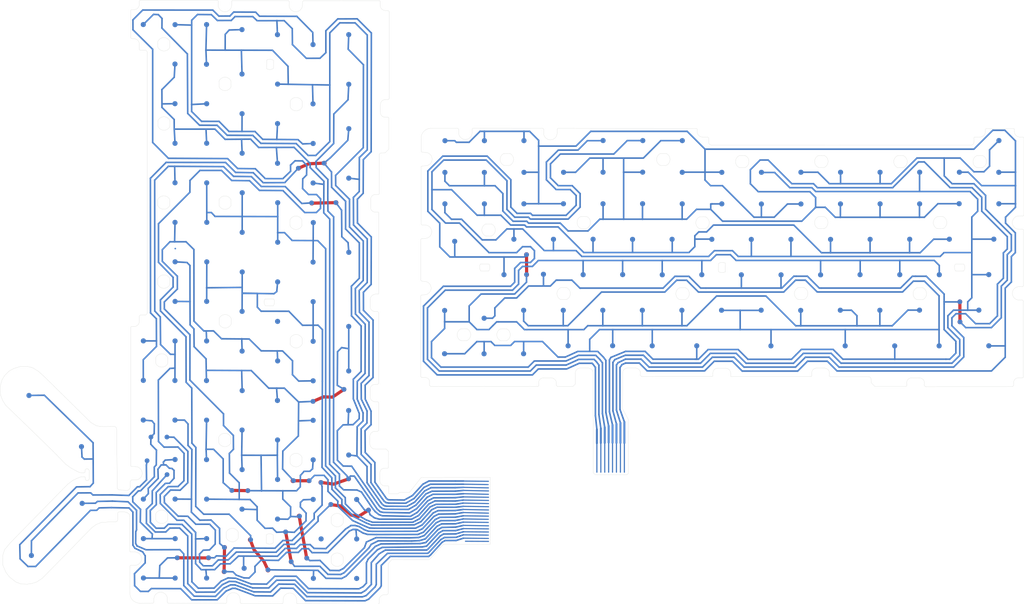
<source format=kicad_pcb>
(kicad_pcb (version 20240108) (generator "pcbnew") (generator_version "8.0")
  (layers (0 "F.Cu" signal) (31 "B.Cu" signal) (34 "B.Paste" user) (35 "F.Paste" user) (36 "B.SilkS" user "B.Silkscreen") (37 "F.SilkS" user "F.Silkscreen") (38 "B.Mask" user) (39 "F.Mask" user) (44 "Edge.Cuts" user))
  (net 0 "")
  (gr_line (start 96.95 174.52) (end 95.04 163.88) (stroke (width 0.8)) (layer "F.Cu"))
  (gr_line (start 103.77 155.77) (end 100.55 155.34) (stroke (width 0.8)) (layer "F.Cu"))
  (gr_line (start 93.04 175.48) (end 91.62 167.91) (stroke (width 0.8)) (layer "F.Cu"))
  (gr_line (start 107.56 154.45) (end 103.77 155.77) (stroke (width 0.8)) (layer "F.Cu"))
  (gr_circle (center 103.06 160.96) (end 103.06 160.46) (stroke (width 0.2)) (fill solid) (layer "F.Cu"))
  (gr_circle (center 91.62 167.91) (end 91.62 167.41) (stroke (width 0.2)) (fill solid) (layer "F.Cu"))
  (gr_circle (center 107.56 154.45) (end 107.56 153.95) (stroke (width 0.2)) (fill solid) (layer "F.Cu"))
  (gr_line (start 87.15 177.57) (end 86.09 175.31) (stroke (width 0.8)) (layer "F.Cu"))
  (gr_circle (center 64.18 174.46) (end 64.18 173.96) (stroke (width 0.2)) (fill solid) (layer "F.Cu"))
  (gr_circle (center 262.496568 114.636568) (end 262.996568 114.636568) (stroke (width 0.2)) (fill solid) (layer "F.Cu"))
  (gr_circle (center 112.61 162.36) (end 112.61 161.86) (stroke (width 0.2)) (fill solid) (layer "F.Cu"))
  (gr_circle (center 152.686568 102.656568) (end 153.186568 102.656568) (stroke (width 0.2)) (fill solid) (layer "F.Cu"))
  (gr_circle (center 94.89 75.66) (end 94.89 75.16) (stroke (width 0.2)) (fill solid) (layer "F.Cu"))
  (gr_circle (center 98.27 84.52) (end 98.27 84.02) (stroke (width 0.2)) (fill solid) (layer "F.Cu"))
  (gr_circle (center 72.08 174.49) (end 72.08 173.99) (stroke (width 0.2)) (fill solid) (layer "F.Cu"))
  (gr_circle (center 97.53 154.92) (end 97.53 154.42) (stroke (width 0.2)) (fill solid) (layer "F.Cu"))
  (gr_line (start 77.99 157.36) (end 82.03 157.43) (stroke (width 0.8)) (layer "F.Cu"))
  (gr_line (start 152.656568 97.556568) (end 152.686568 102.656568) (stroke (width 0.8)) (layer "F.Cu"))
  (gr_line (start 103.51 133.7) (end 101.2 133.65) (stroke (width 0.8)) (layer "F.Cu"))
  (gr_line (start 97.53 154.92) (end 93.47 154.92) (stroke (width 0.8)) (layer "F.Cu"))
  (gr_line (start 82.65 169.89) (end 83.61 172.43) (stroke (width 0.8)) (layer "F.Cu"))
  (gr_circle (center 93.47 154.92) (end 93.47 154.42) (stroke (width 0.2)) (fill solid) (layer "F.Cu"))
  (gr_line (start 110.04 164) (end 108.22 163.61) (stroke (width 0.8)) (layer "F.Cu"))
  (gr_line (start 262.466568 109.536568) (end 262.496568 114.636568) (stroke (width 0.8)) (layer "F.Cu"))
  (gr_circle (center 100.55 155.34) (end 100.55 154.84) (stroke (width 0.2)) (fill solid) (layer "F.Cu"))
  (gr_line (start 97.5 74.52) (end 101.41 74.36) (stroke (width 0.8)) (layer "F.Cu"))
  (gr_circle (center 87.15 177.57) (end 87.15 177.07) (stroke (width 0.2)) (fill solid) (layer "F.Cu"))
  (gr_circle (center 104.38 84.38) (end 104.38 83.88) (stroke (width 0.2)) (fill solid) (layer "F.Cu"))
  (gr_circle (center 93.04 175.48) (end 93.04 174.98) (stroke (width 0.2)) (fill solid) (layer "F.Cu"))
  (gr_circle (center 95.04 163.88) (end 95.04 163.38) (stroke (width 0.2)) (fill solid) (layer "F.Cu"))
  (gr_line (start 86.09 175.31) (end 83.61 172.43) (stroke (width 0.8)) (layer "F.Cu"))
  (gr_line (start 105.56 161.33) (end 103.06 160.96) (stroke (width 0.8)) (layer "F.Cu"))
  (gr_circle (center 82.65 169.89) (end 82.65 169.39) (stroke (width 0.2)) (fill solid) (layer "F.Cu"))
  (gr_circle (center 106.37 131.76) (end 106.37 131.26) (stroke (width 0.2)) (fill solid) (layer "F.Cu"))
  (gr_line (start 112.61 162.36) (end 110.04 164) (stroke (width 0.8)) (layer "F.Cu"))
  (gr_circle (center 76.13 171.83) (end 76.13 171.33) (stroke (width 0.2)) (fill solid) (layer "F.Cu"))
  (gr_circle (center 98.57 134.79) (end 98.57 134.29) (stroke (width 0.2)) (fill solid) (layer "F.Cu"))
  (gr_line (start 104.38 84.38) (end 98.27 84.52) (stroke (width 0.8)) (layer "F.Cu"))
  (gr_line (start 94.89 75.66) (end 97.5 74.52) (stroke (width 0.8)) (layer "F.Cu"))
  (gr_circle (center 152.656568 97.556568) (end 153.156568 97.556568) (stroke (width 0.2)) (fill solid) (layer "F.Cu"))
  (gr_circle (center 96.95 174.52) (end 96.95 174.02) (stroke (width 0.2)) (fill solid) (layer "F.Cu"))
  (gr_line (start 108.22 163.61) (end 105.56 161.33) (stroke (width 0.8)) (layer "F.Cu"))
  (gr_circle (center 76.02 177.99) (end 76.02 177.49) (stroke (width 0.2)) (fill solid) (layer "F.Cu"))
  (gr_circle (center 77.99 157.36) (end 77.99 156.86) (stroke (width 0.2)) (fill solid) (layer "F.Cu"))
  (gr_line (start 106.37 131.76) (end 103.51 133.7) (stroke (width 0.8)) (layer "F.Cu"))
  (gr_circle (center 101.41 74.36) (end 101.41 73.86) (stroke (width 0.2)) (fill solid) (layer "F.Cu"))
  (gr_circle (center 262.466568 109.536568) (end 262.966568 109.536568) (stroke (width 0.2)) (fill solid) (layer "F.Cu"))
  (gr_circle (center 82.03 157.43) (end 82.03 156.93) (stroke (width 0.2)) (fill solid) (layer "F.Cu"))
  (gr_line (start 64.18 174.46) (end 72.08 174.490058) (stroke (width 0.8)) (layer "F.Cu"))
  (gr_line (start 76.02 177.99) (end 76.13 171.83) (stroke (width 0.8)) (layer "F.Cu"))
  (gr_line (start 101.2 133.65) (end 98.57 134.79) (stroke (width 0.8)) (layer "F.Cu"))
  (gr_circle (center 209.616568 93.706568) (end 210.166568 93.706568) (stroke (width 0.2)) (fill solid) (layer "B.Cu"))
  (gr_circle (center 89.594251 124.523732) (end 89.594251 123.973732) (stroke (width 0.2)) (fill solid) (layer "B.Cu"))
  (gr_circle (center 189.546568 93.676568) (end 190.096568 93.676568) (stroke (width 0.2)) (fill solid) (layer "B.Cu"))
  (gr_line (start 123.56 164.66) (end 115.34 164.66) (stroke (width 0.4)) (layer "B.Cu"))
  (gr_line (start 110.76 130.23) (end 112.74 128.24) (stroke (width 0.4)) (layer "B.Cu"))
  (gr_line (start 90.93 170.07) (end 88.92 172.03) (stroke (width 0.4)) (layer "B.Cu"))
  (gr_line (start 60.89 111.35) (end 60.88 109.57) (stroke (width 0.4)) (layer "B.Cu"))
  (gr_circle (center 63.594251 149.533732) (end 63.594251 148.983732) (stroke (width 0.2)) (fill solid) (layer "B.Cu"))
  (gr_line (start 67.41 115.39) (end 67.38 109.47) (stroke (width 0.4)) (layer "B.Cu"))
  (gr_line (start 52.93 40.55) (end 52.92 38.03) (stroke (width 0.4)) (layer "B.Cu"))
  (gr_line (start 95.33 156.45) (end 95.36 153.58) (stroke (width 0.4)) (layer "B.Cu"))
  (gr_circle (center 239.726568 93.686568) (end 240.276568 93.686568) (stroke (width 0.2)) (fill solid) (layer "B.Cu"))
  (gr_line (start 66.8 61.76) (end 66.72 46.67) (stroke (width 0.4)) (layer "B.Cu"))
  (gr_circle (center 131.906568 111.736568) (end 132.456568 111.736568) (stroke (width 0.2)) (fill solid) (layer "B.Cu"))
  (gr_line (start 96.97 74.97) (end 95.9 73.8) (stroke (width 0.4)) (layer "B.Cu"))
  (gr_line (start 112.22 140.27) (end 112.25 137.23) (stroke (width 0.4)) (layer "B.Cu"))
  (gr_line (start 124.3 160.36) (end 122.33 161.42) (stroke (width 0.4)) (layer "B.Cu"))
  (gr_circle (center 80.594251 71.853732) (end 80.594251 71.303732) (stroke (width 0.2)) (fill solid) (layer "B.Cu"))
  (gr_circle (center 80.574251 142.053732) (end 80.574251 141.503732) (stroke (width 0.2)) (fill solid) (layer "B.Cu"))
  (gr_line (start 114.66 168.56) (end 112.37 168.53) (stroke (width 0.4)) (layer "B.Cu"))
  (gr_line (start 80.5 118.89) (end 80.584251 122.033732) (stroke (width 0.4)) (layer "B.Cu"))
  (gr_line (start 126.21 166.13) (end 124.54 166.95) (stroke (width 0.4)) (layer "B.Cu"))
  (gr_line (start 107.584251 137.103732) (end 107.445 140.715) (stroke (width 0.4)) (layer "B.Cu"))
  (gr_line (start 136.64 165.41) (end 134.65 165.84) (stroke (width 0.4)) (layer "B.Cu"))
  (gr_line (start 108.71 140.69) (end 110.25 139.2) (stroke (width 0.4)) (layer "B.Cu"))
  (gr_line (start 134.61 162.47) (end 130.25 162.5) (stroke (width 0.4)) (layer "B.Cu"))
  (gr_line (start 116.11 171.82) (end 126.22 171.7) (stroke (width 0.4)) (layer "B.Cu"))
  (gr_line (start 77.32 40.6) (end 80.554251 40.503732) (stroke (width 0.4)) (layer "B.Cu"))
  (gr_line (start 89.34 167.98) (end 88.29 166.94) (stroke (width 0.4)) (layer "B.Cu"))
  (gr_line (start 24.33 174.73) (end 24.24 171.14) (stroke (width 0.4)) (layer "B.Cu"))
  (gr_line (start 134.58 164.17) (end 130.69 164.2) (stroke (width 0.4)) (layer "B.Cu"))
  (gr_circle (center 219.666568 93.696568) (end 220.216568 93.696568) (stroke (width 0.2)) (fill solid) (layer "B.Cu"))
  (gr_circle (center 192.026568 111.676568) (end 192.576568 111.676568) (stroke (width 0.2)) (fill solid) (layer "B.Cu"))
  (gr_line (start 77.31 180.44) (end 75.6 181.26) (stroke (width 0.4)) (layer "B.Cu"))
  (gr_line (start 73.63 177.46) (end 70.24 177.48) (stroke (width 0.4)) (layer "B.Cu"))
  (gr_line (start 136.64 163.81) (end 134.58 164.17) (stroke (width 0.4)) (layer "B.Cu"))
  (gr_circle (center 232.236568 76.676568) (end 232.786568 76.676568) (stroke (width 0.2)) (fill solid) (layer "B.Cu"))
  (gr_line (start 115.61 162.78) (end 114.82 162.12) (stroke (width 0.4)) (layer "B.Cu"))
  (gr_line (start 65.99 139.54) (end 63.574251 139.533732) (stroke (width 0.4)) (layer "B.Cu"))
  (gr_line (start 103.76 150.22) (end 103.78 87.98) (stroke (width 0.4)) (layer "B.Cu"))
  (gr_line (start 78.8 37.19) (end 77.83 38.18) (stroke (width 0.4)) (layer "B.Cu"))
  (gr_line (start 106.404251 131.743732) (end 104.71 130.71) (stroke (width 0.4)) (layer "B.Cu"))
  (gr_circle (center 187.056568 102.686568) (end 187.606568 102.686568) (stroke (width 0.2)) (fill solid) (layer "B.Cu"))
  (gr_line (start 57.77 169.57) (end 57.85 168.44) (stroke (width 0.4)) (layer "B.Cu"))
  (gr_circle (center 98.194251 84.443732) (end 97.694251 84.443732) (stroke (width 0.2)) (fill solid) (layer "B.Cu"))
  (gr_line (start 115.75 170.94) (end 114.35 171.57) (stroke (width 0.4)) (layer "B.Cu"))
  (gr_line (start 67.38 78.75) (end 69.9 76.22) (stroke (width 0.4)) (layer "B.Cu"))
  (gr_line (start 43.42 160.61) (end 40.06 160.65) (stroke (width 0.4)) (layer "B.Cu"))
  (gr_line (start 87.33 182.11) (end 83.25 182.1) (stroke (width 0.4)) (layer "B.Cu"))
  (gr_line (start 92.87 163.98) (end 92.2 164.67) (stroke (width 0.4)) (layer "B.Cu"))
  (gr_line (start 97.75 175.16) (end 96.994251 174.543732) (stroke (width 0.4)) (layer "B.Cu"))
  (gr_line (start 63.624251 169.603732) (end 55.574251 169.593732) (stroke (width 0.4)) (layer "B.Cu"))
  (gr_line (start 99.36 75.49) (end 99.31 73.92) (stroke (width 0.4)) (layer "B.Cu"))
  (gr_line (start 104.74 149.71) (end 104.72 142.22) (stroke (width 0.4)) (layer "B.Cu"))
  (gr_circle (center 98.584251 139.593732) (end 98.584251 139.043732) (stroke (width 0.2)) (fill solid) (layer "B.Cu"))
  (gr_line (start 95.91 80.81) (end 95.95 78.36) (stroke (width 0.4)) (layer "B.Cu"))
  (gr_line (start 58.35 140.49) (end 57.74 139.72) (stroke (width 0.4)) (layer "B.Cu"))
  (gr_line (start 134.63 157.55) (end 128.72 157.57) (stroke (width 0.4)) (layer "B.Cu"))
  (gr_line (start 123.01 163.07) (end 116.37 162.95) (stroke (width 0.4)) (layer "B.Cu"))
  (gr_line (start 110.29 94.59) (end 106.81 91.07) (stroke (width 0.4)) (layer "B.Cu"))
  (gr_circle (center 192.116568 84.686568) (end 192.666568 84.686568) (stroke (width 0.2)) (fill solid) (layer "B.Cu"))
  (gr_line (start 71.604251 109.433732) (end 71.634251 99.403732) (stroke (width 0.4)) (layer "B.Cu"))
  (gr_line (start 54.88 157.44) (end 58.35 153.9) (stroke (width 0.4)) (layer "B.Cu"))
  (gr_line (start 109.68 148.62) (end 107.604251 148.383732) (stroke (width 0.4)) (layer "B.Cu"))
  (gr_line (start 100.31 47.77) (end 96.86 47.78) (stroke (width 0.4)) (layer "B.Cu"))
  (gr_line (start 112.1 170.45) (end 111.58 171.89) (stroke (width 0.4)) (layer "B.Cu"))
  (gr_line (start 131.21 166.76) (end 134.72 166.68) (stroke (width 0.4)) (layer "B.Cu"))
  (gr_line (start 96.3 152.53) (end 97.73 152.53) (stroke (width 0.4)) (layer "B.Cu"))
  (gr_line (start 67.37 100.32) (end 66.61 99.56) (stroke (width 0.4)) (layer "B.Cu"))
  (gr_line (start 95.36 153.58) (end 96.3 152.53) (stroke (width 0.4)) (layer "B.Cu"))
  (gr_line (start 112.02 184.05) (end 111.07 184.36) (stroke (width 0.4)) (layer "B.Cu"))
  (gr_line (start 115.85 176.395) (end 118.14 174.11) (stroke (width 0.4)) (layer "B.Cu"))
  (gr_line (start 89.51 148.44) (end 89.564251 144.573732) (stroke (width 0.4)) (layer "B.Cu"))
  (gr_line (start 134.65 165.84) (end 131.14 165.86) (stroke (width 0.4)) (layer "B.Cu"))
  (gr_line (start 93.614251 154.893732) (end 90.85 151.93) (stroke (width 0.4)) (layer "B.Cu"))
  (gr_line (start 114.59 176.07) (end 114.59 181.2) (stroke (width 0.4)) (layer "B.Cu"))
  (gr_line (start 57.74 139.72) (end 55.544251 139.523732) (stroke (width 0.4)) (layer "B.Cu"))
  (gr_circle (center 96.994251 174.543732) (end 96.494251 174.543732) (stroke (width 0.2)) (fill solid) (layer "B.Cu"))
  (gr_line (start 122.33 161.42) (end 117.19 161.38) (stroke (width 0.4)) (layer "B.Cu"))
  (gr_line (start 136.7 155.79) (end 142.93 155.89) (stroke (width 0.3)) (layer "B.Cu"))
  (gr_line (start 63.39 65.74) (end 63.584251 69.333732) (stroke (width 0.4)) (layer "B.Cu"))
  (gr_line (start 67.8 59.5) (end 71.604251 59.303732) (stroke (width 0.4)) (layer "B.Cu"))
  (gr_line (start 109.8 83.52) (end 111.27 82.01) (stroke (width 0.4)) (layer "B.Cu"))
  (gr_circle (center 146.946568 102.656568) (end 147.496568 102.656568) (stroke (width 0.2)) (fill solid) (layer "B.Cu"))
  (gr_line (start 107.604251 127.073732) (end 107.604251 115.783732) (stroke (width 0.4)) (layer "B.Cu"))
  (gr_line (start 91.604251 167.883732) (end 93.8 168) (stroke (width 0.4)) (layer "B.Cu"))
  (gr_line (start 43.73 162.42) (end 42.16 162.43) (stroke (width 0.4)) (layer "B.Cu"))
  (gr_circle (center 262.456568 109.536568) (end 262.956568 109.536568) (stroke (width 0.2)) (fill solid) (layer "B.Cu"))
  (gr_line (start 113.68 161.98) (end 110.82 157.77) (stroke (width 0.4)) (layer "B.Cu"))
  (gr_line (start 110.27 81.56) (end 110.3 72.94) (stroke (width 0.4)) (layer "B.Cu"))
  (gr_circle (center 63.614251 179.603732) (end 63.614251 179.053732) (stroke (width 0.2)) (fill solid) (layer "B.Cu"))
  (gr_line (start 102.81 41.33) (end 102.8 68.91) (stroke (width 0.4)) (layer "B.Cu"))
  (gr_line (start 91.33 91.99) (end 89.58 92) (stroke (width 0.4)) (layer "B.Cu"))
  (gr_line (start 90.91 78.3) (end 86.45 78.29) (stroke (width 0.4)) (layer "B.Cu"))
  (gr_circle (center 257.256568 102.666568) (end 257.806568 102.666568) (stroke (width 0.2)) (fill solid) (layer "B.Cu"))
  (gr_line (start 96.77 165.11) (end 96.8 163.12) (stroke (width 0.4)) (layer "B.Cu"))
  (gr_circle (center 71.604251 59.303732) (end 71.604251 58.753732) (stroke (width 0.2)) (fill solid) (layer "B.Cu"))
  (gr_line (start 74.32 38.19) (end 72.79 36.7) (stroke (width 0.4)) (layer "B.Cu"))
  (gr_circle (center 151.926568 111.686568) (end 152.476568 111.686568) (stroke (width 0.2)) (fill solid) (layer "B.Cu"))
  (gr_circle (center 76.094251 177.953732) (end 75.594251 177.953732) (stroke (width 0.2)) (fill solid) (layer "B.Cu"))
  (gr_line (start 80.48 148.44) (end 80.574251 142.053732) (stroke (width 0.4)) (layer "B.Cu"))
  (gr_circle (center 57.484251 143.833732) (end 56.984251 143.833732) (stroke (width 0.2)) (fill solid) (layer "B.Cu"))
  (gr_line (start 42.83 149.4) (end 40.59 149.42) (stroke (width 0.4)) (layer "B.Cu"))
  (gr_circle (center 184.506568 120.696568) (end 185.056568 120.696568) (stroke (width 0.2)) (fill solid) (layer "B.Cu"))
  (gr_line (start 55.564251 119.443732) (end 58.88 119.45) (stroke (width 0.4)) (layer "B.Cu"))
  (gr_circle (center 103.064251 160.903732) (end 102.564251 160.903732) (stroke (width 0.2)) (fill solid) (layer "B.Cu"))
  (gr_circle (center 98.594251 149.613732) (end 98.594251 149.063732) (stroke (width 0.2)) (fill solid) (layer "B.Cu"))
  (gr_line (start 69.85 164.91) (end 67.73 162.88) (stroke (width 0.4)) (layer "B.Cu"))
  (gr_line (start 59.4 99.52) (end 59.4 89.74) (stroke (width 0.4)) (layer "B.Cu"))
  (gr_line (start 78.25 178) (end 76.094251 177.953732) (stroke (width 0.4)) (layer "B.Cu"))
  (gr_line (start 111.26 181.76) (end 110.21 182.32) (stroke (width 0.4)) (layer "B.Cu"))
  (gr_circle (center 71.584251 139.543732) (end 71.584251 138.993732) (stroke (width 0.2)) (fill solid) (layer "B.Cu"))
  (gr_line (start 56.23 172.42) (end 53.96 171.45) (stroke (width 0.4)) (layer "B.Cu"))
  (gr_line (start 83.25 182.1) (end 78.9 180.49) (stroke (width 0.4)) (layer "B.Cu"))
  (gr_line (start 59.36 129.39) (end 62.33 126.42) (stroke (width 0.4)) (layer "B.Cu"))
  (gr_line (start 62.46 157.28) (end 64.9 157.31) (stroke (width 0.4)) (layer "B.Cu"))
  (gr_line (start 68.42 120.91) (end 68.38 116.41) (stroke (width 0.4)) (layer "B.Cu"))
  (gr_line (start 102.34 86.53) (end 102.3 82.79) (stroke (width 0.4)) (layer "B.Cu"))
  (gr_circle (center 109.624251 169.683732) (end 109.624251 169.133732) (stroke (width 0.2)) (fill solid) (layer "B.Cu"))
  (gr_circle (center 71.584251 39.223732) (end 71.584251 38.673732) (stroke (width 0.2)) (fill solid) (layer "B.Cu"))
  (gr_line (start 125.73 170.85) (end 115.75 170.94) (stroke (width 0.4)) (layer "B.Cu"))
  (gr_line (start 123.85 165.44) (end 113.63 165.44) (stroke (width 0.4)) (layer "B.Cu"))
  (gr_line (start 136.68 161.41) (end 134.61 161.64) (stroke (width 0.4)) (layer "B.Cu"))
  (gr_line (start 113.26 140.71) (end 113.26 137.27) (stroke (width 0.4)) (layer "B.Cu"))
  (gr_line (start 105.25 153.24) (end 102.76 150.72) (stroke (width 0.4)) (layer "B.Cu"))
  (gr_line (start 90.35 182.16) (end 88.32 184.13) (stroke (width 0.4)) (layer "B.Cu"))
  (gr_circle (center 182.086568 76.656568) (end 182.636568 76.656568) (stroke (width 0.2)) (fill solid) (layer "B.Cu"))
  (gr_line (start 111.33 49.42) (end 107.47 45.48) (stroke (width 0.4)) (layer "B.Cu"))
  (gr_line (start 95.35 161.56) (end 95.37 160.43) (stroke (width 0.4)) (layer "B.Cu"))
  (gr_line (start 94.91 139.73) (end 98.584251 139.593732) (stroke (width 0.4)) (layer "B.Cu"))
  (gr_line (start 71.604251 69.323732) (end 71.44 65.77) (stroke (width 0.4)) (layer "B.Cu"))
  (gr_line (start 80.604251 91.913732) (end 80.614251 81.873732) (stroke (width 0.4)) (layer "B.Cu"))
  (gr_circle (center 71.604251 109.433732) (end 71.604251 108.883732) (stroke (width 0.2)) (fill solid) (layer "B.Cu"))
  (gr_line (start 103.82 61.92) (end 107.42 58.3) (stroke (width 0.4)) (layer "B.Cu"))
  (gr_line (start 63.574251 59.293732) (end 60.31 59.34) (stroke (width 0.4)) (layer "B.Cu"))
  (gr_line (start 126.29 167.09) (end 124.85 167.74) (stroke (width 0.4)) (layer "B.Cu"))
  (gr_circle (center 55.564251 159.573732) (end 55.564251 159.023732) (stroke (width 0.2)) (fill solid) (layer "B.Cu"))
  (gr_line (start 106.81 91.07) (end 106.81 84.04) (stroke (width 0.4)) (layer "B.Cu"))
  (gr_line (start 82.93 77.78) (end 85.46 80.29) (stroke (width 0.4)) (layer "B.Cu"))
  (gr_line (start 47.7 160.08) (end 43.94 160.16) (stroke (width 0.4)) (layer "B.Cu"))
  (gr_line (start 127.15 170.58) (end 130.2 167.34) (stroke (width 0.4)) (layer "B.Cu"))
  (gr_circle (center 94.824251 75.643732) (end 94.324251 75.643732) (stroke (width 0.2)) (fill solid) (layer "B.Cu"))
  (gr_line (start 63.49 75.17) (end 63.584251 79.343732) (stroke (width 0.4)) (layer "B.Cu"))
  (gr_circle (center 98.544251 134.793732) (end 98.044251 134.793732) (stroke (width 0.2)) (fill solid) (layer "B.Cu"))
  (gr_line (start 84.45 110.89) (end 84.45 107.42) (stroke (width 0.4)) (layer "B.Cu"))
  (gr_circle (center 152.656568 97.596568) (end 153.156568 97.596568) (stroke (width 0.2)) (fill solid) (layer "B.Cu"))
  (gr_line (start 110.74 127.2) (end 110.75 115.66) (stroke (width 0.4)) (layer "B.Cu"))
  (gr_circle (center 152.006568 68.656568) (end 152.556568 68.656568) (stroke (width 0.2)) (fill solid) (layer "B.Cu"))
  (gr_line (start 95.144251 163.903732) (end 94.29 164.03) (stroke (width 0.4)) (layer "B.Cu"))
  (gr_line (start 64.34 156.38) (end 65.84 154.93) (stroke (width 0.4)) (layer "B.Cu"))
  (gr_line (start 83.84 176.63) (end 83.86 178.07) (stroke (width 0.4)) (layer "B.Cu"))
  (gr_line (start 128.72 157.57) (end 127.17 158.25) (stroke (width 0.4)) (layer "B.Cu"))
  (gr_line (start 73.34 146.94) (end 71.46 146.94) (stroke (width 0.4)) (layer "B.Cu"))
  (gr_line (start 51.89 158.65) (end 47.64 158.51) (stroke (width 0.4)) (layer "B.Cu"))
  (gr_circle (center 227.176568 102.696568) (end 227.726568 102.696568) (stroke (width 0.2)) (fill solid) (layer "B.Cu"))
  (gr_circle (center 232.216568 84.706568) (end 232.766568 84.706568) (stroke (width 0.2)) (fill solid) (layer "B.Cu"))
  (gr_line (start 59.89 109.06) (end 63.1 105.8) (stroke (width 0.4)) (layer "B.Cu"))
  (gr_line (start 108.04 153.72) (end 107.564251 154.423732) (stroke (width 0.4)) (layer "B.Cu"))
  (gr_line (start 129.73 160.9) (end 128.26 161.53) (stroke (width 0.4)) (layer "B.Cu"))
  (gr_circle (center 252.276568 84.696568) (end 252.826568 84.696568) (stroke (width 0.2)) (fill solid) (layer "B.Cu"))
  (gr_circle (center 80.584251 111.963732) (end 80.584251 111.413732) (stroke (width 0.2)) (fill solid) (layer "B.Cu"))
  (gr_line (start 84.45 107.42) (end 88.66 107.48) (stroke (width 0.4)) (layer "B.Cu"))
  (gr_line (start 88.85 179.14) (end 86.82 181.13) (stroke (width 0.4)) (layer "B.Cu"))
  (gr_line (start 110.25 139.2) (end 110.28 137.88) (stroke (width 0.4)) (layer "B.Cu"))
  (gr_line (start 114.3 162.73) (end 113.68 161.98) (stroke (width 0.4)) (layer "B.Cu"))
  (gr_line (start 114.25 155.28) (end 114.23 150.29) (stroke (width 0.4)) (layer "B.Cu"))
  (gr_line (start 99.83 115.47) (end 95.89 115.49) (stroke (width 0.4)) (layer "B.Cu"))
  (gr_line (start 62.41 122.84) (end 59.92 120.38) (stroke (width 0.4)) (layer "B.Cu"))
  (gr_line (start 73.8 167.45) (end 72.35 165.94) (stroke (width 0.4)) (layer "B.Cu"))
  (gr_line (start 63.634251 174.463732) (end 61.68 174.49) (stroke (width 0.4)) (layer "B.Cu"))
  (gr_line (start 60.695 150.91) (end 60.64 150.18) (stroke (width 0.4)) (layer "B.Cu"))
  (gr_line (start 127.85 174.12) (end 128.34 173.74) (stroke (width 0.4)) (layer "B.Cu"))
  (gr_line (start 103.064251 160.903732) (end 99.84 164.03) (stroke (width 0.4)) (layer "B.Cu"))
  (gr_line (start 64.37 163.89) (end 60.9 160.47) (stroke (width 0.4)) (layer "B.Cu"))
  (gr_line (start 68.38 116.41) (end 67.41 115.39) (stroke (width 0.4)) (layer "B.Cu"))
  (gr_line (start 58.85 160.97) (end 57.32 162.47) (stroke (width 0.4)) (layer "B.Cu"))
  (gr_circle (center 107.624251 65.623732) (end 107.624251 65.073732) (stroke (width 0.2)) (fill solid) (layer "B.Cu"))
  (gr_line (start 112.06 165.64) (end 108.98 164.08) (stroke (width 0.4)) (layer "B.Cu"))
  (gr_line (start 111.07 184.36) (end 96.98 184.3) (stroke (width 0.4)) (layer "B.Cu"))
  (gr_line (start 56.504251 149.833732) (end 56.33 150.97) (stroke (width 0.4)) (layer "B.Cu"))
  (gr_line (start 93.24 170.07) (end 90.93 170.07) (stroke (width 0.4)) (layer "B.Cu"))
  (gr_line (start 67.38 109.47) (end 63.604251 109.433732) (stroke (width 0.4)) (layer "B.Cu"))
  (gr_circle (center 63.604251 99.393732) (end 63.604251 98.843732) (stroke (width 0.2)) (fill solid) (layer "B.Cu"))
  (gr_line (start 73.77 170.96) (end 73.8 167.45) (stroke (width 0.4)) (layer "B.Cu"))
  (gr_line (start 114.35 171.57) (end 106.9 179.14) (stroke (width 0.4)) (layer "B.Cu"))
  (gr_line (start 102.35 157.61) (end 102.35 154.68) (stroke (width 0.4)) (layer "B.Cu"))
  (gr_line (start 56.81 182.99) (end 54.82 182.98) (stroke (width 0.4)) (layer "B.Cu"))
  (gr_line (start 111.77 130.68) (end 113.76 128.74) (stroke (width 0.4)) (layer "B.Cu"))
  (gr_line (start 127.86 173.15) (end 130.93 169.85) (stroke (width 0.4)) (layer "B.Cu"))
  (gr_line (start 90.85 151.93) (end 90.9 147.4) (stroke (width 0.4)) (layer "B.Cu"))
  (gr_line (start 100.45 85.85) (end 100.47 83.42) (stroke (width 0.4)) (layer "B.Cu"))
  (gr_line (start 69.48 182.16) (end 67.87 180.57) (stroke (width 0.4)) (layer "B.Cu"))
  (gr_line (start 136.68 156.6) (end 134.59 156.67) (stroke (width 0.4)) (layer "B.Cu"))
  (gr_line (start 105.26 156.24) (end 105.25 153.24) (stroke (width 0.4)) (layer "B.Cu"))
  (gr_line (start 96.98 184.3) (end 93.87 181.17) (stroke (width 0.4)) (layer "B.Cu"))
  (gr_line (start 63.39 65.74) (end 63.37 63.3) (stroke (width 0.4)) (layer "B.Cu"))
  (gr_line (start 75.89 75.25) (end 78.43 77.72) (stroke (width 0.4)) (layer "B.Cu"))
  (gr_circle (center 159.486568 93.676568) (end 160.036568 93.676568) (stroke (width 0.2)) (fill solid) (layer "B.Cu"))
  (gr_line (start 99.73 94.01) (end 93.27 93.98) (stroke (width 0.4)) (layer "B.Cu"))
  (gr_line (start 111.74 185.36) (end 96.66 185.32) (stroke (width 0.4)) (layer "B.Cu"))
  (gr_line (start 113.26 137.27) (end 111.79 134.22) (stroke (width 0.4)) (layer "B.Cu"))
  (gr_line (start 68.87 146.49) (end 67.87 145.39) (stroke (width 0.4)) (layer "B.Cu"))
  (gr_line (start 76.54 174.05) (end 74.07 173.97) (stroke (width 0.4)) (layer "B.Cu"))
  (gr_line (start 106.27 177.16) (end 105.22 177.69) (stroke (width 0.4)) (layer "B.Cu"))
  (gr_line (start 42.88 155.5) (end 42.82 145.28) (stroke (width 0.4)) (layer "B.Cu"))
  (gr_line (start 108.19 166.27) (end 106.8 167.17) (stroke (width 0.4)) (layer "B.Cu"))
  (gr_line (start 113.33 175.685) (end 113.33 180.815) (stroke (width 0.4)) (layer "B.Cu"))
  (gr_line (start 88.32 184.13) (end 83.88 184.09) (stroke (width 0.4)) (layer "B.Cu"))
  (gr_line (start 113.33 175.685) (end 115.31 173.45) (stroke (width 0.4)) (layer "B.Cu"))
  (gr_line (start 64.75 166.91) (end 62.27 166.92) (stroke (width 0.4)) (layer "B.Cu"))
  (gr_line (start 60.27 40.12) (end 60.29 37.67) (stroke (width 0.4)) (layer "B.Cu"))
  (gr_circle (center 212.116568 111.656568) (end 212.666568 111.656568) (stroke (width 0.2)) (fill solid) (layer "B.Cu"))
  (gr_line (start 134.61 161.64) (end 129.99 161.63) (stroke (width 0.4)) (layer "B.Cu"))
  (gr_line (start 58.3 142.97) (end 58.35 140.49) (stroke (width 0.4)) (layer "B.Cu"))
  (gr_line (start 52.92 171.25) (end 52.91 162.86) (stroke (width 0.4)) (layer "B.Cu"))
  (gr_line (start 72.33 172.47) (end 73.77 170.96) (stroke (width 0.4)) (layer "B.Cu"))
  (gr_line (start 85.4 111.92) (end 84.45 110.89) (stroke (width 0.4)) (layer "B.Cu"))
  (gr_line (start 132.04 170.08) (end 134.83 170.07) (stroke (width 0.4)) (layer "B.Cu"))
  (gr_circle (center 233.406568 120.706568) (end 233.956568 120.706568) (stroke (width 0.2)) (fill solid) (layer "B.Cu"))
  (gr_line (start 64.9 157.31) (end 66.82 155.42) (stroke (width 0.4)) (layer "B.Cu"))
  (gr_circle (center 141.916568 113.696568) (end 142.466568 113.696568) (stroke (width 0.2)) (fill solid) (layer "B.Cu"))
  (gr_circle (center 106.404251 131.743732) (end 105.904251 131.743732) (stroke (width 0.2)) (fill solid) (layer "B.Cu"))
  (gr_line (start 136.61 162.98) (end 134.59 163.32) (stroke (width 0.4)) (layer "B.Cu"))
  (gr_line (start 93.76 70.37) (end 84.78 70.39) (stroke (width 0.4)) (layer "B.Cu"))
  (gr_line (start 113.38 166.15) (end 112.06 165.64) (stroke (width 0.4)) (layer "B.Cu"))
  (gr_line (start 93.87 181.17) (end 89.86 181.13) (stroke (width 0.4)) (layer "B.Cu"))
  (gr_line (start 102.76 150.72) (end 102.79 88.56) (stroke (width 0.4)) (layer "B.Cu"))
  (gr_circle (center 109.614251 179.693732) (end 109.614251 179.143732) (stroke (width 0.2)) (fill solid) (layer "B.Cu"))
  (gr_circle (center 182.066568 84.656568) (end 182.616568 84.656568) (stroke (width 0.2)) (fill solid) (layer "B.Cu"))
  (gr_line (start 101.27 86.96) (end 101.31 78.97) (stroke (width 0.4)) (layer "B.Cu"))
  (gr_line (start 102.32 78.51) (end 99.36 75.49) (stroke (width 0.4)) (layer "B.Cu"))
  (gr_line (start 63.32 143.88) (end 61.534251 143.833732) (stroke (width 0.4)) (layer "B.Cu"))
  (gr_line (start 78.97 179.64) (end 77.01 179.56) (stroke (width 0.4)) (layer "B.Cu"))
  (gr_circle (center 100.604251 169.663732) (end 100.604251 169.113732) (stroke (width 0.2)) (fill solid) (layer "B.Cu"))
  (gr_circle (center 101.334251 74.373732) (end 100.834251 74.373732) (stroke (width 0.2)) (fill solid) (layer "B.Cu"))
  (gr_line (start 59.32 154.33) (end 59.26 151.98) (stroke (width 0.4)) (layer "B.Cu"))
  (gr_circle (center 257.216568 120.706568) (end 257.766568 120.706568) (stroke (width 0.2)) (fill solid) (layer "B.Cu"))
  (gr_line (start 67.87 145.39) (end 67.83 131.43) (stroke (width 0.4)) (layer "B.Cu"))
  (gr_line (start 110.3 72.94) (end 112.3 70.99) (stroke (width 0.4)) (layer "B.Cu"))
  (gr_line (start 111.74 142.23) (end 113.26 140.71) (stroke (width 0.4)) (layer "B.Cu"))
  (gr_line (start 90.89 157.46) (end 94.38 157.46) (stroke (width 0.4)) (layer "B.Cu"))
  (gr_circle (center 71.594251 119.463732) (end 71.594251 118.913732) (stroke (width 0.2)) (fill solid) (layer "B.Cu"))
  (gr_circle (center 55.574251 169.593732) (end 55.574251 169.043732) (stroke (width 0.2)) (fill solid) (layer "B.Cu"))
  (gr_line (start 114.59 176.07) (end 117.43 173.33) (stroke (width 0.4)) (layer "B.Cu"))
  (gr_circle (center 171.986568 111.676568) (end 172.536568 111.676568) (stroke (width 0.2)) (fill solid) (layer "B.Cu"))
  (gr_line (start 60.08 150.91) (end 61.31 150.91) (stroke (width 0.4)) (layer "B.Cu"))
  (gr_line (start 93.27 93.98) (end 91.33 91.99) (stroke (width 0.4)) (layer "B.Cu"))
  (gr_line (start 112.09 180.855) (end 111.26 181.76) (stroke (width 0.4)) (layer "B.Cu"))
  (gr_line (start 112.37 168.53) (end 111.23 168.18) (stroke (width 0.4)) (layer "B.Cu"))
  (gr_line (start 73.68 183.15) (end 68.95 183.17) (stroke (width 0.4)) (layer "B.Cu"))
  (gr_circle (center 269.796568 102.636568) (end 270.346568 102.636568) (stroke (width 0.2)) (fill solid) (layer "B.Cu"))
  (gr_line (start 72.72 164.88) (end 69.85 164.91) (stroke (width 0.4)) (layer "B.Cu"))
  (gr_line (start 66.82 155.42) (end 66.85 147.46) (stroke (width 0.4)) (layer "B.Cu"))
  (gr_line (start 136.66 167.86) (end 143.005 167.915) (stroke (width 0.3)) (layer "B.Cu"))
  (gr_line (start 53.61 170.81) (end 53.63 167.87) (stroke (width 0.4)) (layer "B.Cu"))
  (gr_circle (center 232.176568 111.666568) (end 232.726568 111.666568) (stroke (width 0.2)) (fill solid) (layer "B.Cu"))
  (gr_line (start 129.99 161.63) (end 128.62 162.28) (stroke (width 0.4)) (layer "B.Cu"))
  (gr_line (start 115.48 161.47) (end 114.83 160.59) (stroke (width 0.4)) (layer "B.Cu"))
  (gr_circle (center 89.564251 164.633732) (end 89.564251 164.083732) (stroke (width 0.2)) (fill solid) (layer "B.Cu"))
  (gr_line (start 134.64 158.36) (end 128.96 158.35) (stroke (width 0.4)) (layer "B.Cu"))
  (gr_line (start 134.65 160.88) (end 129.73 160.9) (stroke (width 0.4)) (layer "B.Cu"))
  (gr_circle (center 182.006568 111.676568) (end 182.556568 111.676568) (stroke (width 0.2)) (fill solid) (layer "B.Cu"))
  (gr_line (start 93.88 176.62) (end 93.014251 175.423732) (stroke (width 0.4)) (layer "B.Cu"))
  (gr_circle (center 93.014251 175.423732) (end 92.514251 175.423732) (stroke (width 0.2)) (fill solid) (layer "B.Cu"))
  (gr_line (start 124.64 161.09) (end 122.74 162.19) (stroke (width 0.4)) (layer "B.Cu"))
  (gr_line (start 67.8 39.36) (end 63.594251 39.243732) (stroke (width 0.4)) (layer "B.Cu"))
  (gr_line (start 113.28 105.13) (end 113.32 93.09) (stroke (width 0.4)) (layer "B.Cu"))
  (gr_circle (center 262.506568 114.626568) (end 263.006568 114.626568) (stroke (width 0.2)) (fill solid) (layer "B.Cu"))
  (gr_line (start 60.28 60.24) (end 60.26 55.71) (stroke (width 0.4)) (layer "B.Cu"))
  (gr_line (start 74.28 185.11) (end 67.81 185.12) (stroke (width 0.4)) (layer "B.Cu"))
  (gr_circle (center 98.624251 89.443732) (end 98.624251 88.893732) (stroke (width 0.2)) (fill solid) (layer "B.Cu"))
  (gr_line (start 81.22 177.11) (end 80.97 177.06) (stroke (width 0.4)) (layer "B.Cu"))
  (gr_line (start 82.754251 169.873732) (end 82.74 168.83) (stroke (width 0.4)) (layer "B.Cu"))
  (gr_circle (center 80.614251 81.873732) (end 80.614251 81.323732) (stroke (width 0.2)) (fill solid) (layer "B.Cu"))
  (gr_line (start 100.84 151.52) (end 100.93 129.68) (stroke (width 0.4)) (layer "B.Cu"))
  (gr_line (start 136.66 159.82) (end 143.025 159.915) (stroke (width 0.3)) (layer "B.Cu"))
  (gr_line (start 84.97 81.28) (end 90.92 81.32) (stroke (width 0.4)) (layer "B.Cu"))
  (gr_circle (center 107.604251 115.783732) (end 107.604251 115.233732) (stroke (width 0.2)) (fill solid) (layer "B.Cu"))
  (gr_line (start 131.86 169.31) (end 134.8 169.27) (stroke (width 0.4)) (layer "B.Cu"))
  (gr_line (start 78.53 171.98) (end 76.54 174.05) (stroke (width 0.4)) (layer "B.Cu"))
  (gr_line (start 136.7 154.99) (end 143 155.06) (stroke (width 0.3)) (layer "B.Cu"))
  (gr_line (start 107.09 153.59) (end 103.76 150.22) (stroke (width 0.4)) (layer "B.Cu"))
  (gr_line (start 89.19 173.05) (end 79.12 173.01) (stroke (width 0.4)) (layer "B.Cu"))
  (gr_line (start 92.2 164.67) (end 89.564251 164.633732) (stroke (width 0.4)) (layer "B.Cu"))
  (gr_circle (center 217.156568 102.696568) (end 217.706568 102.696568) (stroke (width 0.2)) (fill solid) (layer "B.Cu"))
  (gr_line (start 101.36 153.55) (end 98.94 153.57) (stroke (width 0.4)) (layer "B.Cu"))
  (gr_line (start 67.87 180.57) (end 67.84 174.62) (stroke (width 0.4)) (layer "B.Cu"))
  (gr_line (start 114.32 181.8) (end 112.02 184.05) (stroke (width 0.4)) (layer "B.Cu"))
  (gr_circle (center 71.594251 169.593732) (end 71.594251 169.043732) (stroke (width 0.2)) (fill solid) (layer "B.Cu"))
  (gr_line (start 53.83 162.42) (end 51.67 160.25) (stroke (width 0.4)) (layer "B.Cu"))
  (gr_circle (center 151.996568 84.686568) (end 152.546568 84.686568) (stroke (width 0.2)) (fill solid) (layer "B.Cu"))
  (gr_line (start 98.554251 59.333732) (end 98.42 54.47) (stroke (width 0.4)) (layer "B.Cu"))
  (gr_line (start 78.93 76.72) (end 76.39 74.2) (stroke (width 0.4)) (layer "B.Cu"))
  (gr_line (start 96.86 47.78) (end 93.34 44.29) (stroke (width 0.4)) (layer "B.Cu"))
  (gr_circle (center 80.584251 152.093732) (end 80.584251 151.543732) (stroke (width 0.2)) (fill solid) (layer "B.Cu"))
  (gr_line (start 82.35 179.59) (end 81.03 179.55) (stroke (width 0.4)) (layer "B.Cu"))
  (gr_line (start 85 37.11) (end 94.45 37.14) (stroke (width 0.4)) (layer "B.Cu"))
  (gr_line (start 113.24 155.38) (end 113.25 150.79) (stroke (width 0.4)) (layer "B.Cu"))
  (gr_line (start 56.33 150.97) (end 56.37 154.7) (stroke (width 0.4)) (layer "B.Cu"))
  (gr_circle (center 222.196568 76.676568) (end 222.746568 76.676568) (stroke (width 0.2)) (fill solid) (layer "B.Cu"))
  (gr_line (start 67.37 117.88) (end 60.89 111.35) (stroke (width 0.4)) (layer "B.Cu"))
  (gr_line (start 129.97 166.46) (end 127.02 169.66) (stroke (width 0.4)) (layer "B.Cu"))
  (gr_line (start 73.73 87.88) (end 72.79 86.89) (stroke (width 0.4)) (layer "B.Cu"))
  (gr_line (start 109.82 89.54) (end 109.8 83.52) (stroke (width 0.4)) (layer "B.Cu"))
  (gr_line (start 114.83 160.59) (end 108.34 151.22) (stroke (width 0.4)) (layer "B.Cu"))
  (gr_line (start 94.84 143.55) (end 94.91 134.95) (stroke (width 0.4)) (layer "B.Cu"))
  (gr_line (start 105.79 179.71) (end 101.86 179.67) (stroke (width 0.4)) (layer "B.Cu"))
  (gr_circle (center 71.564251 49.293732) (end 71.564251 48.743732) (stroke (width 0.2)) (fill solid) (layer "B.Cu"))
  (gr_line (start 94.28 69.4) (end 85.35 69.35) (stroke (width 0.4)) (layer "B.Cu"))
  (gr_line (start 117.54 159.71) (end 117.17 159.42) (stroke (width 0.4)) (layer "B.Cu"))
  (gr_circle (center 26.58 133.29) (end 26.58 132.74) (stroke (width 0.2)) (fill solid) (layer "B.Cu"))
  (gr_line (start 77.3 163.4) (end 70.85 163.4) (stroke (width 0.4)) (layer "B.Cu"))
  (gr_line (start 38.62 156.47) (end 42.05 156.42) (stroke (width 0.4)) (layer "B.Cu"))
  (gr_line (start 57.35 78.21) (end 57.38 112.35) (stroke (width 0.4)) (layer "B.Cu"))
  (gr_line (start 98.584251 119.553732) (end 98.584251 109.503732) (stroke (width 0.4)) (layer "B.Cu"))
  (gr_line (start 136.66 166.24) (end 143.025 166.345) (stroke (width 0.3)) (layer "B.Cu"))
  (gr_line (start 91.25 38.23) (end 84.4 38.24) (stroke (width 0.4)) (layer "B.Cu"))
  (gr_line (start 129.77 165.57) (end 126.74 168.81) (stroke (width 0.4)) (layer "B.Cu"))
  (gr_line (start 136.68 157.37) (end 134.63 157.55) (stroke (width 0.4)) (layer "B.Cu"))
  (gr_circle (center 174.476568 120.676568) (end 175.026568 120.676568) (stroke (width 0.2)) (fill solid) (layer "B.Cu"))
  (gr_line (start 86.82 181.13) (end 82.87 181.09) (stroke (width 0.4)) (layer "B.Cu"))
  (gr_line (start 108.82 90.04) (end 108.79 83.06) (stroke (width 0.4)) (layer "B.Cu"))
  (gr_line (start 95.9 73.8) (end 94 73.78) (stroke (width 0.4)) (layer "B.Cu"))
  (gr_line (start 136.66 169.48) (end 134.83 170.07) (stroke (width 0.4)) (layer "B.Cu"))
  (gr_line (start 55.41 35.54) (end 73.16 35.55) (stroke (width 0.4)) (layer "B.Cu"))
  (gr_circle (center 192.116568 76.686568) (end 192.666568 76.686568) (stroke (width 0.2)) (fill solid) (layer "B.Cu"))
  (gr_line (start 67.8 59.5) (end 67.8 61.27) (stroke (width 0.4)) (layer "B.Cu"))
  (gr_line (start 92.87 163.98) (end 92.88 161.52) (stroke (width 0.4)) (layer "B.Cu"))
  (gr_circle (center 82.054251 157.433732) (end 81.554251 157.433732) (stroke (width 0.2)) (fill solid) (layer "B.Cu"))
  (gr_circle (center 107.604251 41.773732) (end 107.604251 41.223732) (stroke (width 0.2)) (fill solid) (layer "B.Cu"))
  (gr_line (start 97.82 171.11) (end 95.35 171.1) (stroke (width 0.4)) (layer "B.Cu"))
  (gr_line (start 113.63 165.44) (end 112.01 164.85) (stroke (width 0.4)) (layer "B.Cu"))
  (gr_line (start 27.19 173.62) (end 27.19 173.87) (stroke (width 0.4)) (layer "B.Cu"))
  (gr_line (start 136.68 158.2) (end 143 158.36) (stroke (width 0.3)) (layer "B.Cu"))
  (gr_line (start 91.41 79.3) (end 85.94 79.33) (stroke (width 0.4)) (layer "B.Cu"))
  (gr_line (start 74.75 63.78) (end 77.26 66.33) (stroke (width 0.4)) (layer "B.Cu"))
  (gr_line (start 44.36 161.8) (end 43.73 162.42) (stroke (width 0.4)) (layer "B.Cu"))
  (gr_line (start 136.7 155.79) (end 134.6 155.8) (stroke (width 0.4)) (layer "B.Cu"))
  (gr_circle (center 40.06 160.65) (end 40.06 160.1) (stroke (width 0.2)) (fill solid) (layer "B.Cu"))
  (gr_line (start 113.77 114.16) (end 111.34 111.69) (stroke (width 0.4)) (layer "B.Cu"))
  (gr_line (start 75.93 182.16) (end 73.83 184.25) (stroke (width 0.4)) (layer "B.Cu"))
  (gr_line (start 61.87 156.4) (end 64.34 156.38) (stroke (width 0.4)) (layer "B.Cu"))
  (gr_line (start 122.06 160.61) (end 117.7 160.58) (stroke (width 0.4)) (layer "B.Cu"))
  (gr_circle (center 222.196568 84.726568) (end 222.746568 84.726568) (stroke (width 0.2)) (fill solid) (layer "B.Cu"))
  (gr_circle (center 95.144251 163.903732) (end 94.644251 163.903732) (stroke (width 0.2)) (fill solid) (layer "B.Cu"))
  (gr_circle (center 107.564251 154.423732) (end 107.064251 154.423732) (stroke (width 0.2)) (fill solid) (layer "B.Cu"))
  (gr_line (start 95.95 78.36) (end 96.92 77.37) (stroke (width 0.4)) (layer "B.Cu"))
  (gr_line (start 89.564251 74.403732) (end 89.27 70.38) (stroke (width 0.4)) (layer "B.Cu"))
  (gr_line (start 71.45 124) (end 68.42 120.91) (stroke (width 0.4)) (layer "B.Cu"))
  (gr_line (start 70.24 177.48) (end 68.8 175.93) (stroke (width 0.4)) (layer "B.Cu"))
  (gr_line (start 107.77 167.67) (end 102.3 173.16) (stroke (width 0.4)) (layer "B.Cu"))
  (gr_line (start 100.93 129.68) (end 100.94 116.6) (stroke (width 0.4)) (layer "B.Cu"))
  (gr_line (start 77.06 175) (end 74.54 175.01) (stroke (width 0.4)) (layer "B.Cu"))
  (gr_circle (center 242.256568 84.696568) (end 242.806568 84.696568) (stroke (width 0.2)) (fill solid) (layer "B.Cu"))
  (gr_line (start 42.82 145.28) (end 30.47 133.23) (stroke (width 0.4)) (layer "B.Cu"))
  (gr_line (start 93.34 44.29) (end 93.3 40.27) (stroke (width 0.4)) (layer "B.Cu"))
  (gr_circle (center 249.756568 93.666568) (end 250.306568 93.666568) (stroke (width 0.2)) (fill solid) (layer "B.Cu"))
  (gr_line (start 112.01 164.85) (end 109.21 163.24) (stroke (width 0.4)) (layer "B.Cu"))
  (gr_line (start 125.56 170.1) (end 123.54 170.2) (stroke (width 0.4)) (layer "B.Cu"))
  (gr_line (start 65.8 173.48) (end 64.8 172.39) (stroke (width 0.4)) (layer "B.Cu"))
  (gr_line (start 126.22 171.7) (end 127.32 171.5) (stroke (width 0.4)) (layer "B.Cu"))
  (gr_line (start 124.16 166.11) (end 113.38 166.15) (stroke (width 0.4)) (layer "B.Cu"))
  (gr_circle (center 172.056568 68.636568) (end 172.606568 68.636568) (stroke (width 0.2)) (fill solid) (layer "B.Cu"))
  (gr_line (start 63.564251 129.493732) (end 63.594251 119.463732) (stroke (width 0.4)) (layer "B.Cu"))
  (gr_circle (center 177.016568 102.636568) (end 177.566568 102.636568) (stroke (width 0.2)) (fill solid) (layer "B.Cu"))
  (gr_line (start 85.39 148.46) (end 89.51 148.44) (stroke (width 0.4)) (layer "B.Cu"))
  (gr_line (start 113.34 41.36) (end 109.76 37.77) (stroke (width 0.4)) (layer "B.Cu"))
  (gr_line (start 110.75 115.66) (end 108.31 113.09) (stroke (width 0.4)) (layer "B.Cu"))
  (gr_circle (center 267.286568 111.646568) (end 267.836568 111.646568) (stroke (width 0.2)) (fill solid) (layer "B.Cu"))
  (gr_line (start 98.564251 99.463732) (end 98.624251 89.443732) (stroke (width 0.4)) (layer "B.Cu"))
  (gr_line (start 66.4 129.93) (end 66.37 118.41) (stroke (width 0.4)) (layer "B.Cu"))
  (gr_line (start 59.35 36.7) (end 58.14 36.64) (stroke (width 0.4)) (layer "B.Cu"))
  (gr_line (start 109.21 163.24) (end 106.76 160.79) (stroke (width 0.4)) (layer "B.Cu"))
  (gr_circle (center 87.154251 177.503732) (end 86.654251 177.503732) (stroke (width 0.2)) (fill solid) (layer "B.Cu"))
  (gr_line (start 136.68 156.6) (end 143 156.72) (stroke (width 0.3)) (layer "B.Cu"))
  (gr_line (start 84.38 161.5) (end 82.6 159.68) (stroke (width 0.4)) (layer "B.Cu"))
  (gr_line (start 123.54 170.2) (end 115.79 170.17) (stroke (width 0.4)) (layer "B.Cu"))
  (gr_line (start 67.81 185.12) (end 65.01 182.28) (stroke (width 0.4)) (layer "B.Cu"))
  (gr_line (start 110.21 182.32) (end 97.42 182.27) (stroke (width 0.4)) (layer "B.Cu"))
  (gr_line (start 108.34 151.22) (end 106.2 151.19) (stroke (width 0.4)) (layer "B.Cu"))
  (gr_line (start 79.46 75.73) (end 76.9 73.21) (stroke (width 0.4)) (layer "B.Cu"))
  (gr_line (start 91.84 173.1) (end 89.8 175.12) (stroke (width 0.4)) (layer "B.Cu"))
  (gr_line (start 68.85 165.95) (end 66.82 163.92) (stroke (width 0.4)) (layer "B.Cu"))
  (gr_line (start 65.87 147.97) (end 64.35 146.37) (stroke (width 0.4)) (layer "B.Cu"))
  (gr_circle (center 89.574251 114.503732) (end 89.574251 113.953732) (stroke (width 0.2)) (fill solid) (layer "B.Cu"))
  (gr_circle (center 207.096568 102.686568) (end 207.646568 102.686568) (stroke (width 0.2)) (fill solid) (layer "B.Cu"))
  (gr_circle (center 80.614251 101.963732) (end 80.614251 101.413732) (stroke (width 0.2)) (fill solid) (layer "B.Cu"))
  (gr_line (start 90.82 121.99) (end 93.36 124.5) (stroke (width 0.4)) (layer "B.Cu"))
  (gr_line (start 85.82 68.33) (end 94.74 68.4) (stroke (width 0.4)) (layer "B.Cu"))
  (gr_line (start 137.18 170.26) (end 143.025 170.295) (stroke (width 0.3)) (layer "B.Cu"))
  (gr_line (start 101.81 46.35) (end 100.31 47.77) (stroke (width 0.4)) (layer "B.Cu"))
  (gr_line (start 57.59 182.26) (end 56.81 182.99) (stroke (width 0.4)) (layer "B.Cu"))
  (gr_line (start 52.91 162.86) (end 51.94 161.82) (stroke (width 0.4)) (layer "B.Cu"))
  (gr_line (start 78.37 143.43) (end 75.88 140.9) (stroke (width 0.4)) (layer "B.Cu"))
  (gr_line (start 59.26 151.98) (end 60.08 150.91) (stroke (width 0.4)) (layer "B.Cu"))
  (gr_line (start 67.36 129.39) (end 67.37 117.88) (stroke (width 0.4)) (layer "B.Cu"))
  (gr_line (start 94.74 68.4) (end 95.92 69.49) (stroke (width 0.4)) (layer "B.Cu"))
  (gr_line (start 102.3 173.16) (end 98.33 173.15) (stroke (width 0.4)) (layer "B.Cu"))
  (gr_line (start 113.02 163.54) (end 112.624251 162.363732) (stroke (width 0.4)) (layer "B.Cu"))
  (gr_line (start 67.81 38.13) (end 67.8 39.36) (stroke (width 0.4)) (layer "B.Cu"))
  (gr_line (start 129.43 160.04) (end 127.9 160.82) (stroke (width 0.4)) (layer "B.Cu"))
  (gr_line (start 75.36 76.22) (end 77.95 78.77) (stroke (width 0.4)) (layer "B.Cu"))
  (gr_line (start 79.12 173.01) (end 77.06 175) (stroke (width 0.4)) (layer "B.Cu"))
  (gr_line (start 93.36 124.5) (end 93.35 128.01) (stroke (width 0.4)) (layer "B.Cu"))
  (gr_line (start 106.3 157.22) (end 105.26 156.24) (stroke (width 0.4)) (layer "B.Cu"))
  (gr_circle (center 212.176568 84.726568) (end 212.726568 84.726568) (stroke (width 0.2)) (fill solid) (layer "B.Cu"))
  (gr_line (start 42.21 157.99) (end 39.01 158.01) (stroke (width 0.4)) (layer "B.Cu"))
  (gr_line (start 66.81 168.93) (end 64.75 166.91) (stroke (width 0.4)) (layer "B.Cu"))
  (gr_line (start 89.5 121.99) (end 89.594251 124.523732) (stroke (width 0.4)) (layer "B.Cu"))
  (gr_circle (center 63.564251 129.493732) (end 63.564251 128.943732) (stroke (width 0.2)) (fill solid) (layer "B.Cu"))
  (gr_circle (center 272.336568 76.686568) (end 272.886568 76.686568) (stroke (width 0.2)) (fill solid) (layer "B.Cu"))
  (gr_line (start 121.7 159.81) (end 117.93 159.76) (stroke (width 0.4)) (layer "B.Cu"))
  (gr_line (start 108.73 167.25) (end 109.44 167.31) (stroke (width 0.4)) (layer "B.Cu"))
  (gr_line (start 128.26 161.53) (end 125.57 164.55) (stroke (width 0.4)) (layer "B.Cu"))
  (gr_circle (center 98.554251 44.293732) (end 98.554251 43.743732) (stroke (width 0.2)) (fill solid) (layer "B.Cu"))
  (gr_circle (center 134.456568 94.196568) (end 135.006568 94.196568) (stroke (width 0.2)) (fill solid) (layer "B.Cu"))
  (gr_line (start 52.88 160.25) (end 52.86 159) (stroke (width 0.4)) (layer "B.Cu"))
  (gr_line (start 134.59 163.32) (end 130.35 163.38) (stroke (width 0.4)) (layer "B.Cu"))
  (gr_circle (center 76.094251 171.843732) (end 75.594251 171.843732) (stroke (width 0.2)) (fill solid) (layer "B.Cu"))
  (gr_circle (center 212.186568 76.696568) (end 212.736568 76.696568) (stroke (width 0.2)) (fill solid) (layer "B.Cu"))
  (gr_line (start 99.31 73.92) (end 103.79 69.38) (stroke (width 0.4)) (layer "B.Cu"))
  (gr_line (start 62.27 166.92) (end 61.25 167.91) (stroke (width 0.4)) (layer "B.Cu"))
  (gr_line (start 109.72 157.27) (end 106.3 157.22) (stroke (width 0.4)) (layer "B.Cu"))
  (gr_line (start 136.64 163.81) (end 143.005 163.895) (stroke (width 0.3)) (layer "B.Cu"))
  (gr_line (start 113.23 159.8) (end 109.02 153.75) (stroke (width 0.4)) (layer "B.Cu"))
  (gr_line (start 78.43 77.72) (end 82.93 77.78) (stroke (width 0.4)) (layer "B.Cu"))
  (gr_line (start 68.37 96.27) (end 68.39 114.43) (stroke (width 0.4)) (layer "B.Cu"))
  (gr_line (start 63.58 122.88) (end 62.41 122.84) (stroke (width 0.4)) (layer "B.Cu"))
  (gr_line (start 136.64 167.05) (end 143.025 167.125) (stroke (width 0.3)) (layer "B.Cu"))
  (gr_line (start 84.4 38.24) (end 83.28 37.2) (stroke (width 0.4)) (layer "B.Cu"))
  (gr_circle (center 172.036568 84.676568) (end 172.586568 84.676568) (stroke (width 0.2)) (fill solid) (layer "B.Cu"))
  (gr_line (start 68.81 169.67) (end 71.594251 169.593732) (stroke (width 0.4)) (layer "B.Cu"))
  (gr_line (start 101.334251 74.373732) (end 102.96 73) (stroke (width 0.4)) (layer "B.Cu"))
  (gr_line (start 90.89 159.56) (end 90.89 157.46) (stroke (width 0.4)) (layer "B.Cu"))
  (gr_line (start 75.79 149.38) (end 73.34 146.94) (stroke (width 0.4)) (layer "B.Cu"))
  (gr_line (start 106.46 178.24) (end 105.54 178.69) (stroke (width 0.4)) (layer "B.Cu"))
  (gr_line (start 127.59 172.36) (end 130.8 168.93) (stroke (width 0.4)) (layer "B.Cu"))
  (gr_circle (center 107.614251 54.363732) (end 107.614251 53.813732) (stroke (width 0.2)) (fill solid) (layer "B.Cu"))
  (gr_line (start 106.9 179.14) (end 105.79 179.71) (stroke (width 0.4)) (layer "B.Cu"))
  (gr_circle (center 262.286568 84.656568) (end 262.836568 84.656568) (stroke (width 0.2)) (fill solid) (layer "B.Cu"))
  (gr_line (start 77.56 175.99) (end 75.12 175.99) (stroke (width 0.4)) (layer "B.Cu"))
  (gr_line (start 112.25 155.42) (end 112.24 151.3) (stroke (width 0.4)) (layer "B.Cu"))
  (gr_line (start 73.71 65.74) (end 63.39 65.74) (stroke (width 0.4)) (layer "B.Cu"))
  (gr_line (start 113.25 150.79) (end 110.76 148.23) (stroke (width 0.4)) (layer "B.Cu"))
  (gr_line (start 91.3 131.44) (end 87.34 131.44) (stroke (width 0.4)) (layer "B.Cu"))
  (gr_line (start 59.83 158.42) (end 61.87 156.4) (stroke (width 0.4)) (layer "B.Cu"))
  (gr_line (start 116.37 162.95) (end 115.61 162.78) (stroke (width 0.4)) (layer "B.Cu"))
  (gr_line (start 104.77 122.2) (end 105.81 121.15) (stroke (width 0.4)) (layer "B.Cu"))
  (gr_line (start 87.34 131.44) (end 82.9 126.97) (stroke (width 0.4)) (layer "B.Cu"))
  (gr_line (start 62.19 155.56) (end 61.15 155.58) (stroke (width 0.4)) (layer "B.Cu"))
  (gr_line (start 109.29 106.17) (end 111.27 104.12) (stroke (width 0.4)) (layer "B.Cu"))
  (gr_line (start 107.614251 78.173732) (end 110.27 78.48) (stroke (width 0.4)) (layer "B.Cu"))
  (gr_line (start 66.72 46.67) (end 60.27 40.12) (stroke (width 0.4)) (layer "B.Cu"))
  (gr_line (start 101.75 151.13) (end 101.76 96.08) (stroke (width 0.4)) (layer "B.Cu"))
  (gr_line (start 67.86 147) (end 66.88 145.96) (stroke (width 0.4)) (layer "B.Cu"))
  (gr_line (start 112.74 114.67) (end 110.32 112.17) (stroke (width 0.4)) (layer "B.Cu"))
  (gr_line (start 67.83 131.43) (end 66.4 129.93) (stroke (width 0.4)) (layer "B.Cu"))
  (gr_line (start 73.49 182.14) (end 69.48 182.16) (stroke (width 0.4)) (layer "B.Cu"))
  (gr_line (start 84.78 70.39) (end 82.73 68.28) (stroke (width 0.4)) (layer "B.Cu"))
  (gr_line (start 94.36 172.09) (end 91.53 172.06) (stroke (width 0.4)) (layer "B.Cu"))
  (gr_circle (center 63.604251 159.563732) (end 63.604251 159.013732) (stroke (width 0.2)) (fill solid) (layer "B.Cu"))
  (gr_line (start 129.52 164.76) (end 126.54 167.97) (stroke (width 0.4)) (layer "B.Cu"))
  (gr_line (start 65.84 154.93) (end 65.87 147.97) (stroke (width 0.4)) (layer "B.Cu"))
  (gr_line (start 42.16 162.43) (end 28.27 176.66) (stroke (width 0.4)) (layer "B.Cu"))
  (gr_line (start 105.34 38.79) (end 102.81 41.33) (stroke (width 0.4)) (layer "B.Cu"))
  (gr_line (start 108.98 164.08) (end 105.87 161.01) (stroke (width 0.4)) (layer "B.Cu"))
  (gr_line (start 124.54 166.95) (end 114.46 166.96) (stroke (width 0.4)) (layer "B.Cu"))
  (gr_line (start 88.92 172.03) (end 78.53 171.98) (stroke (width 0.4)) (layer "B.Cu"))
  (gr_line (start 115.85 176.395) (end 115.85 181.525) (stroke (width 0.4)) (layer "B.Cu"))
  (gr_line (start 96.46 86.9) (end 99.4 86.89) (stroke (width 0.4)) (layer "B.Cu"))
  (gr_line (start 58.86 113.84) (end 58.89 120.85) (stroke (width 0.4)) (layer "B.Cu"))
  (gr_circle (center 167.006568 102.656568) (end 167.556568 102.656568) (stroke (width 0.2)) (fill solid) (layer "B.Cu"))
  (gr_line (start 97.16 183.3) (end 94.03 180.15) (stroke (width 0.4)) (layer "B.Cu"))
  (gr_line (start 111.24 137.7) (end 109.75 134.21) (stroke (width 0.4)) (layer "B.Cu"))
  (gr_line (start 112.29 104.63) (end 112.3 93.6) (stroke (width 0.4)) (layer "B.Cu"))
  (gr_line (start 60.29 37.67) (end 59.35 36.7) (stroke (width 0.4)) (layer "B.Cu"))
  (gr_circle (center 55.554251 129.463732) (end 55.554251 128.913732) (stroke (width 0.2)) (fill solid) (layer "B.Cu"))
  (gr_circle (center 89.564251 74.403732) (end 89.564251 73.853732) (stroke (width 0.2)) (fill solid) (layer "B.Cu"))
  (gr_line (start 65.8 181.49) (end 65.8 173.48) (stroke (width 0.4)) (layer "B.Cu"))
  (gr_line (start 61.31 150.91) (end 62.13 151.73) (stroke (width 0.4)) (layer "B.Cu"))
  (gr_line (start 89.51 148.44) (end 89.574251 154.593732) (stroke (width 0.4)) (layer "B.Cu"))
  (gr_line (start 75.88 140.9) (end 75.87 137.95) (stroke (width 0.4)) (layer "B.Cu"))
  (gr_circle (center 98.594251 159.653732) (end 98.594251 159.103732) (stroke (width 0.2)) (fill solid) (layer "B.Cu"))
  (gr_line (start 60.88 109.57) (end 64.18 106.3) (stroke (width 0.4)) (layer "B.Cu"))
  (gr_line (start 66.37 118.41) (end 59.9 111.85) (stroke (width 0.4)) (layer "B.Cu"))
  (gr_circle (center 63.594251 119.463732) (end 63.594251 118.913732) (stroke (width 0.2)) (fill solid) (layer "B.Cu"))
  (gr_line (start 78.9 182.21) (end 78.12 182.21) (stroke (width 0.4)) (layer "B.Cu"))
  (gr_line (start 42.05 156.42) (end 42.88 155.5) (stroke (width 0.4)) (layer "B.Cu"))
  (gr_line (start 70.88 116.92) (end 73.33 116.91) (stroke (width 0.4)) (layer "B.Cu"))
  (gr_line (start 114.82 162.12) (end 113.23 159.8) (stroke (width 0.4)) (layer "B.Cu"))
  (gr_line (start 103.32 154.16) (end 100.84 151.52) (stroke (width 0.4)) (layer "B.Cu"))
  (gr_line (start 110.29 103.55) (end 110.29 94.59) (stroke (width 0.4)) (layer "B.Cu"))
  (gr_line (start 105.87 159.67) (end 103.36 157.09) (stroke (width 0.4)) (layer "B.Cu"))
  (gr_line (start 111.29 70.44) (end 111.33 49.42) (stroke (width 0.4)) (layer "B.Cu"))
  (gr_line (start 114.23 150.29) (end 111.78 147.74) (stroke (width 0.4)) (layer "B.Cu"))
  (gr_line (start 74.69 37.07) (end 77.49 37.06) (stroke (width 0.4)) (layer "B.Cu"))
  (gr_circle (center 98.584251 119.553732) (end 98.584251 119.003732) (stroke (width 0.2)) (fill solid) (layer "B.Cu"))
  (gr_line (start 112.69 171.99) (end 106.46 178.24) (stroke (width 0.4)) (layer "B.Cu"))
  (gr_circle (center 202.146568 76.696568) (end 202.696568 76.696568) (stroke (width 0.2)) (fill solid) (layer "B.Cu"))
  (gr_line (start 92.28 54.36) (end 92.21 49.8) (stroke (width 0.4)) (layer "B.Cu"))
  (gr_circle (center 71.634251 89.383732) (end 71.634251 88.833732) (stroke (width 0.2)) (fill solid) (layer "B.Cu"))
  (gr_line (start 131.62 168.43) (end 134.73 168.4) (stroke (width 0.4)) (layer "B.Cu"))
  (gr_line (start 108.77 134.16) (end 108.77 129.17) (stroke (width 0.4)) (layer "B.Cu"))
  (gr_line (start 113.32 171.04) (end 112.69 171.99) (stroke (width 0.4)) (layer "B.Cu"))
  (gr_line (start 112.3 70.99) (end 112.3 41.88) (stroke (width 0.4)) (layer "B.Cu"))
  (gr_circle (center 63.594251 39.243732) (end 63.594251 38.693732) (stroke (width 0.2)) (fill solid) (layer "B.Cu"))
  (gr_line (start 100.08 177.93) (end 99.8 177.65) (stroke (width 0.4)) (layer "B.Cu"))
  (gr_line (start 84.37 162.23) (end 80.564251 162.123732) (stroke (width 0.4)) (layer "B.Cu"))
  (gr_line (start 95.89 115.49) (end 92.42 111.93) (stroke (width 0.4)) (layer "B.Cu"))
  (gr_line (start 96.66 185.32) (end 93.56 182.19) (stroke (width 0.4)) (layer "B.Cu"))
  (gr_circle (center 71.564251 129.513732) (end 71.564251 128.963732) (stroke (width 0.2)) (fill solid) (layer "B.Cu"))
  (gr_line (start 71.634251 89.383732) (end 71.614251 79.363732) (stroke (width 0.4)) (layer "B.Cu"))
  (gr_line (start 57.83 157.49) (end 61.564251 153.353732) (stroke (width 0.4)) (layer "B.Cu"))
  (gr_circle (center 98.584251 109.503732) (end 98.584251 108.953732) (stroke (width 0.2)) (fill solid) (layer "B.Cu"))
  (gr_line (start 40.02 148.91) (end 39.88 146.26) (stroke (width 0.4)) (layer "B.Cu"))
  (gr_line (start 104.71 130.71) (end 104.77 122.2) (stroke (width 0.4)) (layer "B.Cu"))
  (gr_line (start 109.44 167.31) (end 109.624251 169.683732) (stroke (width 0.4)) (layer "B.Cu"))
  (gr_line (start 53.41 172.03) (end 52.92 171.25) (stroke (width 0.4)) (layer "B.Cu"))
  (gr_line (start 98.85 164.56) (end 93.24 170.07) (stroke (width 0.4)) (layer "B.Cu"))
  (gr_circle (center 252.286568 76.666568) (end 252.836568 76.666568) (stroke (width 0.2)) (fill solid) (layer "B.Cu"))
  (gr_line (start 58.14 36.64) (end 55.544251 39.213732) (stroke (width 0.4)) (layer "B.Cu"))
  (gr_line (start 61.25 167.91) (end 58.58 167.92) (stroke (width 0.4)) (layer "B.Cu"))
  (gr_line (start 71.51 116.93) (end 71.594251 119.463732) (stroke (width 0.4)) (layer "B.Cu"))
  (gr_circle (center 245.956568 120.716568) (end 246.506568 120.716568) (stroke (width 0.2)) (fill solid) (layer "B.Cu"))
  (gr_line (start 136.64 164.6) (end 134.57 165.02) (stroke (width 0.4)) (layer "B.Cu"))
  (gr_line (start 103.27 80.49) (end 103.24 76.61) (stroke (width 0.4)) (layer "B.Cu"))
  (gr_line (start 104.72 142.22) (end 106.18 140.74) (stroke (width 0.4)) (layer "B.Cu"))
  (gr_line (start 99.44 82.33) (end 97.42 82.33) (stroke (width 0.4)) (layer "B.Cu"))
  (gr_line (start 112.24 151.3) (end 109.68 148.62) (stroke (width 0.4)) (layer "B.Cu"))
  (gr_line (start 95.92 69.49) (end 98.584251 69.383732) (stroke (width 0.4)) (layer "B.Cu"))
  (gr_line (start 111.78 147.74) (end 111.74 142.23) (stroke (width 0.4)) (layer "B.Cu"))
  (gr_circle (center 271.076568 93.646568) (end 271.626568 93.646568) (stroke (width 0.2)) (fill solid) (layer "B.Cu"))
  (gr_line (start 112.09 175.725) (end 112.09 180.855) (stroke (width 0.4)) (layer "B.Cu"))
  (gr_circle (center 63.574251 49.233732) (end 63.574251 48.683732) (stroke (width 0.2)) (fill solid) (layer "B.Cu"))
  (gr_line (start 93.8 168) (end 96.77 165.11) (stroke (width 0.4)) (layer "B.Cu"))
  (gr_line (start 111.79 134.22) (end 111.77 130.68) (stroke (width 0.4)) (layer "B.Cu"))
  (gr_line (start 136.68 157.37) (end 143.02 157.5) (stroke (width 0.3)) (layer "B.Cu"))
  (gr_line (start 93.56 182.19) (end 90.35 182.16) (stroke (width 0.4)) (layer "B.Cu"))
  (gr_circle (center 89.564251 144.573732) (end 89.564251 144.023732) (stroke (width 0.2)) (fill solid) (layer "B.Cu"))
  (gr_line (start 106.73 159.21) (end 104.23 156.72) (stroke (width 0.4)) (layer "B.Cu"))
  (gr_line (start 80.594251 71.853732) (end 80.45 68.28) (stroke (width 0.4)) (layer "B.Cu"))
  (gr_line (start 63.48 94.32) (end 63.584251 89.383732) (stroke (width 0.4)) (layer "B.Cu"))
  (gr_line (start 106.76 160.79) (end 106.73 159.21) (stroke (width 0.4)) (layer "B.Cu"))
  (gr_circle (center 71.604251 69.323732) (end 71.604251 68.773732) (stroke (width 0.2)) (fill solid) (layer "B.Cu"))
  (gr_line (start 109.02 153.75) (end 108.04 153.72) (stroke (width 0.4)) (layer "B.Cu"))
  (gr_line (start 43.94 160.16) (end 43.42 160.61) (stroke (width 0.4)) (layer "B.Cu"))
  (gr_circle (center 272.356568 84.676568) (end 272.906568 84.676568) (stroke (width 0.2)) (fill solid) (layer "B.Cu"))
  (gr_line (start 116.12 163.8) (end 115.22 163.49) (stroke (width 0.4)) (layer "B.Cu"))
  (gr_line (start 118.14 174.11) (end 127.85 174.12) (stroke (width 0.4)) (layer "B.Cu"))
  (gr_circle (center 252.246568 111.646568) (end 252.796568 111.646568) (stroke (width 0.2)) (fill solid) (layer "B.Cu"))
  (gr_circle (center 131.976568 84.686568) (end 132.526568 84.686568) (stroke (width 0.2)) (fill solid) (layer "B.Cu"))
  (gr_line (start 67.35 81.75) (end 67.38 78.75) (stroke (width 0.4)) (layer "B.Cu"))
  (gr_line (start 113.32 93.09) (end 109.82 89.54) (stroke (width 0.4)) (layer "B.Cu"))
  (gr_line (start 110.24 166.53) (end 109.21 166.26) (stroke (width 0.4)) (layer "B.Cu"))
  (gr_circle (center 131.976568 76.706568) (end 132.526568 76.706568) (stroke (width 0.2)) (fill solid) (layer "B.Cu"))
  (gr_line (start 82.46 78.82) (end 84.97 81.28) (stroke (width 0.4)) (layer "B.Cu"))
  (gr_line (start 111.31 73.48) (end 113.29 71.47) (stroke (width 0.4)) (layer "B.Cu"))
  (gr_line (start 134.61 159.21) (end 129.12 159.25) (stroke (width 0.4)) (layer "B.Cu"))
  (gr_line (start 75.38 118.91) (end 82.37 118.97) (stroke (width 0.4)) (layer "B.Cu"))
  (gr_circle (center 149.456568 93.656568) (end 150.006568 93.656568) (stroke (width 0.2)) (fill solid) (layer "B.Cu"))
  (gr_line (start 102.84 54.55) (end 89.574251 54.323732) (stroke (width 0.4)) (layer "B.Cu"))
  (gr_line (start 80.97 174.05) (end 80.97 177.06) (stroke (width 0.4)) (layer "B.Cu"))
  (gr_line (start 113.62 167.76) (end 112.61 167.72) (stroke (width 0.4)) (layer "B.Cu"))
  (gr_line (start 109.21 166.26) (end 108.19 166.27) (stroke (width 0.4)) (layer "B.Cu"))
  (gr_line (start 65.36 166) (end 67.83 168.45) (stroke (width 0.4)) (layer "B.Cu"))
  (gr_line (start 76.28 68.33) (end 73.71 65.74) (stroke (width 0.4)) (layer "B.Cu"))
  (gr_line (start 102.35 154.68) (end 101.36 153.55) (stroke (width 0.4)) (layer "B.Cu"))
  (gr_circle (center 162.046568 76.686568) (end 162.596568 76.686568) (stroke (width 0.2)) (fill solid) (layer "B.Cu"))
  (gr_line (start 80.4 45.7) (end 80.564251 51.773732) (stroke (width 0.4)) (layer "B.Cu"))
  (gr_circle (center 259.806568 93.656568) (end 260.356568 93.656568) (stroke (width 0.2)) (fill solid) (layer "B.Cu"))
  (gr_line (start 107.8 83.53) (end 104.3 80.03) (stroke (width 0.4)) (layer "B.Cu"))
  (gr_circle (center 81.104251 177.123732) (end 81.104251 176.573732) (stroke (width 0.2)) (fill solid) (layer "B.Cu"))
  (gr_line (start 79.85 155.43) (end 77.4 152.97) (stroke (width 0.4)) (layer "B.Cu"))
  (gr_circle (center 89.544251 134.563732) (end 89.544251 134.013732) (stroke (width 0.2)) (fill solid) (layer "B.Cu"))
  (gr_line (start 40.59 149.42) (end 40.02 148.91) (stroke (width 0.4)) (layer "B.Cu"))
  (gr_line (start 82.73 68.28) (end 76.28 68.33) (stroke (width 0.4)) (layer "B.Cu"))
  (gr_line (start 96.92 77.37) (end 96.97 74.97) (stroke (width 0.4)) (layer "B.Cu"))
  (gr_line (start 90.9 147.4) (end 94.84 143.55) (stroke (width 0.4)) (layer "B.Cu"))
  (gr_line (start 114.59 181.2) (end 114.32 181.8) (stroke (width 0.4)) (layer "B.Cu"))
  (gr_line (start 77.83 38.18) (end 74.32 38.19) (stroke (width 0.4)) (layer "B.Cu"))
  (gr_line (start 104.82 37.79) (end 101.81 40.79) (stroke (width 0.4)) (layer "B.Cu"))
  (gr_line (start 74.91 170.83) (end 74.87 167.01) (stroke (width 0.4)) (layer "B.Cu"))
  (gr_line (start 58.43 78.7) (end 61.9 75.17) (stroke (width 0.4)) (layer "B.Cu"))
  (gr_line (start 73.16 35.55) (end 74.69 37.07) (stroke (width 0.4)) (layer "B.Cu"))
  (gr_line (start 124.77 162.04) (end 123.01 163.07) (stroke (width 0.4)) (layer "B.Cu"))
  (gr_line (start 57.92 146.18) (end 57.44 145.64) (stroke (width 0.4)) (layer "B.Cu"))
  (gr_line (start 110.75 141.73) (end 112.22 140.27) (stroke (width 0.4)) (layer "B.Cu"))
  (gr_line (start 115.77 160.46) (end 112.25 155.42) (stroke (width 0.4)) (layer "B.Cu"))
  (gr_circle (center 63.574251 59.293732) (end 63.574251 58.743732) (stroke (width 0.2)) (fill solid) (layer "B.Cu"))
  (gr_circle (center 80.564251 162.123732) (end 80.564251 161.573732) (stroke (width 0.2)) (fill solid) (layer "B.Cu"))
  (gr_line (start 102.85 177.66) (end 100.32 175.13) (stroke (width 0.4)) (layer "B.Cu"))
  (gr_circle (center 269.806568 120.696568) (end 270.356568 120.696568) (stroke (width 0.2)) (fill solid) (layer "B.Cu"))
  (gr_line (start 107.48 154.25) (end 107.09 153.59) (stroke (width 0.4)) (layer "B.Cu"))
  (gr_line (start 64.18 106.3) (end 64.18 103.05) (stroke (width 0.4)) (layer "B.Cu"))
  (gr_line (start 83.85 66.34) (end 85.82 68.33) (stroke (width 0.4)) (layer "B.Cu"))
  (gr_line (start 61.15 155.58) (end 58.82 157.91) (stroke (width 0.4)) (layer "B.Cu"))
  (gr_line (start 59.72 176.45) (end 59.599251 179.593732) (stroke (width 0.4)) (layer "B.Cu"))
  (gr_line (start 91.53 172.06) (end 89.54 174.06) (stroke (width 0.4)) (layer "B.Cu"))
  (gr_line (start 83.86 178.07) (end 82.35 179.59) (stroke (width 0.4)) (layer "B.Cu"))
  (gr_line (start 113.76 128.74) (end 113.77 114.16) (stroke (width 0.4)) (layer "B.Cu"))
  (gr_line (start 57.82 160.7) (end 57.83 157.49) (stroke (width 0.4)) (layer "B.Cu"))
  (gr_line (start 59.92 120.38) (end 59.86 113.39) (stroke (width 0.4)) (layer "B.Cu"))
  (gr_line (start 93.77 171.05) (end 91.19 171.05) (stroke (width 0.4)) (layer "B.Cu"))
  (gr_line (start 72.35 165.94) (end 68.85 165.95) (stroke (width 0.4)) (layer "B.Cu"))
  (gr_line (start 47.64 158.51) (end 42.79 158.53) (stroke (width 0.4)) (layer "B.Cu"))
  (gr_line (start 74.07 173.97) (end 73.57 174.46) (stroke (width 0.4)) (layer "B.Cu"))
  (gr_line (start 104.23 156.72) (end 104.23 153.72) (stroke (width 0.4)) (layer "B.Cu"))
  (gr_line (start 98.83 172.08) (end 97.82 171.11) (stroke (width 0.4)) (layer "B.Cu"))
  (gr_line (start 78.39 146.93) (end 78.37 143.43) (stroke (width 0.4)) (layer "B.Cu"))
  (gr_circle (center 63.584251 79.343732) (end 63.584251 78.793732) (stroke (width 0.2)) (fill solid) (layer "B.Cu"))
  (gr_line (start 59.86 160.67) (end 59.83 158.42) (stroke (width 0.4)) (layer "B.Cu"))
  (gr_line (start 90.89 157.46) (end 82.054251 157.433732) (stroke (width 0.4)) (layer "B.Cu"))
  (gr_circle (center 71.614251 79.363732) (end 71.614251 78.813732) (stroke (width 0.2)) (fill solid) (layer "B.Cu"))
  (gr_line (start 26.33 176.66) (end 24.33 174.73) (stroke (width 0.4)) (layer "B.Cu"))
  (gr_line (start 56.35 162.16) (end 57.82 160.7) (stroke (width 0.4)) (layer "B.Cu"))
  (gr_line (start 79.11 178.86) (end 78.25 178) (stroke (width 0.4)) (layer "B.Cu"))
  (gr_line (start 68.39 114.43) (end 70.88 116.92) (stroke (width 0.4)) (layer "B.Cu"))
  (gr_line (start 92.88 161.52) (end 90.89 159.56) (stroke (width 0.4)) (layer "B.Cu"))
  (gr_line (start 105.87 161.01) (end 105.87 159.67) (stroke (width 0.4)) (layer "B.Cu"))
  (gr_line (start 116.95 162.16) (end 116.19 162.01) (stroke (width 0.4)) (layer "B.Cu"))
  (gr_line (start 89.65 87.92) (end 73.73 87.88) (stroke (width 0.4)) (layer "B.Cu"))
  (gr_line (start 83.29 67.33) (end 76.81 67.3) (stroke (width 0.4)) (layer "B.Cu"))
  (gr_line (start 126.67 156.6) (end 124.17 159.41) (stroke (width 0.4)) (layer "B.Cu"))
  (gr_circle (center 89.564251 64.333732) (end 89.564251 63.783732) (stroke (width 0.2)) (fill solid) (layer "B.Cu"))
  (gr_line (start 136.7 154.99) (end 134.63 154.99) (stroke (width 0.4)) (layer "B.Cu"))
  (gr_line (start 115.98 159.3) (end 113.24 155.38) (stroke (width 0.4)) (layer "B.Cu"))
  (gr_circle (center 229.706568 93.706568) (end 230.256568 93.706568) (stroke (width 0.2)) (fill solid) (layer "B.Cu"))
  (gr_line (start 52.86 159) (end 54.27 157.52) (stroke (width 0.4)) (layer "B.Cu"))
  (gr_circle (center 242.196568 111.676568) (end 242.746568 111.676568) (stroke (width 0.2)) (fill solid) (layer "B.Cu"))
  (gr_line (start 123.77 158.65) (end 121.7 159.81) (stroke (width 0.4)) (layer "B.Cu"))
  (gr_line (start 97.4 172.15) (end 95.76 172.15) (stroke (width 0.4)) (layer "B.Cu"))
  (gr_circle (center 107.604251 127.073732) (end 107.604251 126.523732) (stroke (width 0.2)) (fill solid) (layer "B.Cu"))
  (gr_line (start 115.22 163.49) (end 114.3 162.73) (stroke (width 0.4)) (layer "B.Cu"))
  (gr_line (start 71.46 146.94) (end 71.574251 149.563732) (stroke (width 0.4)) (layer "B.Cu"))
  (gr_circle (center 82.754251 169.873732) (end 82.254251 169.873732) (stroke (width 0.2)) (fill solid) (layer "B.Cu"))
  (gr_line (start 68.81 169.67) (end 68.81 168.04) (stroke (width 0.4)) (layer "B.Cu"))
  (gr_line (start 76.29 45.74) (end 76.31 41.71) (stroke (width 0.4)) (layer "B.Cu"))
  (gr_line (start 111.58 171.89) (end 106.27 177.16) (stroke (width 0.4)) (layer "B.Cu"))
  (gr_line (start 98.49 41.23) (end 98.554251 44.293732) (stroke (width 0.4)) (layer "B.Cu"))
  (gr_line (start 98.94 153.57) (end 97.584251 154.923732) (stroke (width 0.4)) (layer "B.Cu"))
  (gr_line (start 75.12 175.99) (end 73.63 177.46) (stroke (width 0.4)) (layer "B.Cu"))
  (gr_circle (center 195.796568 120.696568) (end 196.346568 120.696568) (stroke (width 0.2)) (fill solid) (layer "B.Cu"))
  (gr_line (start 71.41 177.52) (end 71.594251 179.603732) (stroke (width 0.4)) (layer "B.Cu"))
  (gr_line (start 130.2 167.34) (end 131.21 166.76) (stroke (width 0.4)) (layer "B.Cu"))
  (gr_line (start 71.42 45.7) (end 71.584251 39.223732) (stroke (width 0.4)) (layer "B.Cu"))
  (gr_line (start 84.4 164.94) (end 84.38 161.5) (stroke (width 0.4)) (layer "B.Cu"))
  (gr_line (start 112.3 93.6) (end 108.82 90.04) (stroke (width 0.4)) (layer "B.Cu"))
  (gr_circle (center 107.584251 137.103732) (end 107.584251 136.553732) (stroke (width 0.2)) (fill solid) (layer "B.Cu"))
  (gr_line (start 108.28 105.59) (end 110.29 103.55) (stroke (width 0.4)) (layer "B.Cu"))
  (gr_circle (center 55.544251 139.523732) (end 55.544251 138.973732) (stroke (width 0.2)) (fill solid) (layer "B.Cu"))
  (gr_circle (center 64.134251 174.463732) (end 63.634251 174.463732) (stroke (width 0.2)) (fill solid) (layer "B.Cu"))
  (gr_line (start 30.47 133.23) (end 28.89 133.25) (stroke (width 0.4)) (layer "B.Cu"))
  (gr_line (start 86.45 78.29) (end 83.93 75.78) (stroke (width 0.4)) (layer "B.Cu"))
  (gr_line (start 129.12 159.25) (end 127.61 160.03) (stroke (width 0.4)) (layer "B.Cu"))
  (gr_line (start 136.64 165.41) (end 142.975 165.485) (stroke (width 0.3)) (layer "B.Cu"))
  (gr_line (start 76.81 67.3) (end 74.26 64.77) (stroke (width 0.4)) (layer "B.Cu"))
  (gr_line (start 117.43 173.33) (end 127.58 173.33) (stroke (width 0.4)) (layer "B.Cu"))
  (gr_line (start 27.21 170.14) (end 27.19 173.62) (stroke (width 0.4)) (layer "B.Cu"))
  (gr_circle (center 156.946568 102.546568) (end 157.496568 102.546568) (stroke (width 0.2)) (fill solid) (layer "B.Cu"))
  (gr_line (start 67.83 168.45) (end 67.84 174.62) (stroke (width 0.4)) (layer "B.Cu"))
  (gr_line (start 58.8 166.95) (end 60.87 166.95) (stroke (width 0.4)) (layer "B.Cu"))
  (gr_line (start 105.54 178.69) (end 102.34 178.66) (stroke (width 0.4)) (layer "B.Cu"))
  (gr_line (start 136.66 166.24) (end 134.72 166.68) (stroke (width 0.4)) (layer "B.Cu"))
  (gr_line (start 67.77 159.59) (end 63.604251 159.563732) (stroke (width 0.4)) (layer "B.Cu"))
  (gr_line (start 125.31 163.73) (end 123.56 164.66) (stroke (width 0.4)) (layer "B.Cu"))
  (gr_line (start 47.46 161.73) (end 44.36 161.8) (stroke (width 0.4)) (layer "B.Cu"))
  (gr_line (start 136.68 158.2) (end 134.64 158.36) (stroke (width 0.4)) (layer "B.Cu"))
  (gr_line (start 136.66 169.48) (end 143.005 169.555) (stroke (width 0.3)) (layer "B.Cu"))
  (gr_circle (center 98.584251 69.383732) (end 98.584251 68.833732) (stroke (width 0.2)) (fill solid) (layer "B.Cu"))
  (gr_line (start 53.96 171.45) (end 53.61 170.81) (stroke (width 0.4)) (layer "B.Cu"))
  (gr_circle (center 80.604251 132.053732) (end 80.604251 131.503732) (stroke (width 0.2)) (fill solid) (layer "B.Cu"))
  (gr_line (start 61.11 149.68) (end 63.594251 149.533732) (stroke (width 0.4)) (layer "B.Cu"))
  (gr_line (start 115.34 164.66) (end 114.14 164.34) (stroke (width 0.4)) (layer "B.Cu"))
  (gr_circle (center 61.534251 143.833732) (end 61.034251 143.833732) (stroke (width 0.2)) (fill solid) (layer "B.Cu"))
  (gr_line (start 110.32 112.17) (end 110.27 106.68) (stroke (width 0.4)) (layer "B.Cu"))
  (gr_line (start 112.61 167.72) (end 111.55 167.34) (stroke (width 0.4)) (layer "B.Cu"))
  (gr_line (start 130.69 164.2) (end 129.52 164.76) (stroke (width 0.4)) (layer "B.Cu"))
  (gr_line (start 80.48 148.44) (end 80.584251 152.093732) (stroke (width 0.4)) (layer "B.Cu"))
  (gr_line (start 130.93 169.85) (end 131.86 169.31) (stroke (width 0.4)) (layer "B.Cu"))
  (gr_line (start 97.42 82.33) (end 95.91 80.81) (stroke (width 0.4)) (layer "B.Cu"))
  (gr_line (start 68.83 161.42) (end 68.87 146.49) (stroke (width 0.4)) (layer "B.Cu"))
  (gr_line (start 104.86 160.11) (end 102.35 157.61) (stroke (width 0.4)) (layer "B.Cu"))
  (gr_line (start 54.82 182.98) (end 53.35 181.52) (stroke (width 0.4)) (layer "B.Cu"))
  (gr_line (start 97.42 182.27) (end 94.32 179.14) (stroke (width 0.4)) (layer "B.Cu"))
  (gr_line (start 112.52 174.79) (end 114.89 172.41) (stroke (width 0.4)) (layer "B.Cu"))
  (gr_line (start 57.85 168.44) (end 54.79 165.42) (stroke (width 0.4)) (layer "B.Cu"))
  (gr_line (start 88.28 45.74) (end 71.42 45.7) (stroke (width 0.4)) (layer "B.Cu"))
  (gr_line (start 58.89 120.85) (end 55.54 124.23) (stroke (width 0.4)) (layer "B.Cu"))
  (gr_circle (center 63.574251 139.533732) (end 63.574251 138.983732) (stroke (width 0.2)) (fill solid) (layer "B.Cu"))
  (gr_line (start 77.994251 157.373732) (end 75.79 155.4) (stroke (width 0.4)) (layer "B.Cu"))
  (gr_line (start 75.79 155.4) (end 75.79 149.38) (stroke (width 0.4)) (layer "B.Cu"))
  (gr_line (start 71.58 105.98) (end 80.58 105.88) (stroke (width 0.4)) (layer "B.Cu"))
  (gr_line (start 82.6 159.68) (end 71.594251 159.583732) (stroke (width 0.4)) (layer "B.Cu"))
  (gr_circle (center 151.916568 122.706568) (end 152.466568 122.706568) (stroke (width 0.2)) (fill solid) (layer "B.Cu"))
  (gr_line (start 63.33 152.28) (end 63.33 154.3) (stroke (width 0.4)) (layer "B.Cu"))
  (gr_line (start 57.44 145.64) (end 57.484251 143.833732) (stroke (width 0.4)) (layer "B.Cu"))
  (gr_line (start 65.01 182.28) (end 57.59 182.26) (stroke (width 0.4)) (layer "B.Cu"))
  (gr_line (start 112.624251 162.363732) (end 111.66 162.39) (stroke (width 0.4)) (layer "B.Cu"))
  (gr_circle (center 63.624251 169.603732) (end 63.624251 169.053732) (stroke (width 0.2)) (fill solid) (layer "B.Cu"))
  (gr_line (start 94.84 173.09) (end 91.84 173.1) (stroke (width 0.4)) (layer "B.Cu"))
  (gr_circle (center 89.574251 54.323732) (end 89.574251 53.773732) (stroke (width 0.2)) (fill solid) (layer "B.Cu"))
  (gr_line (start 79.86 159.67) (end 79.85 155.43) (stroke (width 0.4)) (layer "B.Cu"))
  (gr_line (start 109.78 167.32) (end 108.73 167.25) (stroke (width 0.4)) (layer "B.Cu"))
  (gr_line (start 136.64 168.64) (end 142.975 168.705) (stroke (width 0.3)) (layer "B.Cu"))
  (gr_line (start 100.85 161.11) (end 98.85 163.17) (stroke (width 0.4)) (layer "B.Cu"))
  (gr_line (start 98.71 177.63) (end 98.644251 179.673732) (stroke (width 0.4)) (layer "B.Cu"))
  (gr_line (start 94.38 157.46) (end 95.33 156.45) (stroke (width 0.4)) (layer "B.Cu"))
  (gr_circle (center 55.544251 39.213732) (end 55.544251 38.663732) (stroke (width 0.2)) (fill solid) (layer "B.Cu"))
  (gr_line (start 126.86 157.49) (end 124.3 160.36) (stroke (width 0.4)) (layer "B.Cu"))
  (gr_line (start 110.79 134.23) (end 110.76 130.23) (stroke (width 0.4)) (layer "B.Cu"))
  (gr_line (start 112.09 175.725) (end 112.52 174.79) (stroke (width 0.4)) (layer "B.Cu"))
  (gr_line (start 62.33 126.42) (end 63.56 126.36) (stroke (width 0.4)) (layer "B.Cu"))
  (gr_line (start 108.77 129.17) (end 110.74 127.2) (stroke (width 0.4)) (layer "B.Cu"))
  (gr_circle (center 141.976568 76.716568) (end 142.526568 76.716568) (stroke (width 0.2)) (fill solid) (layer "B.Cu"))
  (gr_line (start 127.17 158.25) (end 124.64 161.09) (stroke (width 0.4)) (layer "B.Cu"))
  (gr_line (start 66.88 140.51) (end 65.99 139.54) (stroke (width 0.4)) (layer "B.Cu"))
  (gr_line (start 85.35 69.35) (end 83.29 67.33) (stroke (width 0.4)) (layer "B.Cu"))
  (gr_line (start 100.29 176.61) (end 93.88 176.62) (stroke (width 0.4)) (layer "B.Cu"))
  (gr_line (start 53.32 178.49) (end 56.02 175.75) (stroke (width 0.4)) (layer "B.Cu"))
  (gr_line (start 98.44 151.89) (end 98.594251 149.613732) (stroke (width 0.4)) (layer "B.Cu"))
  (gr_line (start 107.42 58.3) (end 107.614251 54.363732) (stroke (width 0.4)) (layer "B.Cu"))
  (gr_line (start 114.46 166.96) (end 112.88 166.91) (stroke (width 0.4)) (layer "B.Cu"))
  (gr_line (start 69.8 64.75) (end 66.8 61.76) (stroke (width 0.4)) (layer "B.Cu"))
  (gr_line (start 71.5 126.92) (end 71.564251 129.513732) (stroke (width 0.4)) (layer "B.Cu"))
  (gr_line (start 94.91 134.95) (end 98.544251 134.793732) (stroke (width 0.4)) (layer "B.Cu"))
  (gr_circle (center 80.574251 61.823732) (end 80.574251 61.273732) (stroke (width 0.2)) (fill solid) (layer "B.Cu"))
  (gr_line (start 112.3 41.88) (end 109.23 38.8) (stroke (width 0.4)) (layer "B.Cu"))
  (gr_line (start 89.32 180.15) (end 87.33 182.11) (stroke (width 0.4)) (layer "B.Cu"))
  (gr_line (start 101.86 179.67) (end 100.08 177.93) (stroke (width 0.4)) (layer "B.Cu"))
  (gr_line (start 103.78 87.98) (end 102.34 86.53) (stroke (width 0.4)) (layer "B.Cu"))
  (gr_circle (center 63.584251 89.383732) (end 63.584251 88.833732) (stroke (width 0.2)) (fill solid) (layer "B.Cu"))
  (gr_line (start 116.87 172.5) (end 127.33 172.49) (stroke (width 0.4)) (layer "B.Cu"))
  (gr_circle (center 242.246568 76.676568) (end 242.796568 76.676568) (stroke (width 0.2)) (fill solid) (layer "B.Cu"))
  (gr_line (start 92.86 74.87) (end 92.87 76.43) (stroke (width 0.4)) (layer "B.Cu"))
  (gr_line (start 114.14 164.34) (end 113.02 163.54) (stroke (width 0.4)) (layer "B.Cu"))
  (gr_line (start 106.2 151.19) (end 104.74 149.71) (stroke (width 0.4)) (layer "B.Cu"))
  (gr_line (start 104.23 153.72) (end 101.75 151.13) (stroke (width 0.4)) (layer "B.Cu"))
  (gr_line (start 89.37 68.37) (end 89.564251 64.333732) (stroke (width 0.4)) (layer "B.Cu"))
  (gr_line (start 71.42 45.7) (end 71.564251 49.293732) (stroke (width 0.4)) (layer "B.Cu"))
  (gr_line (start 54.61 156.44) (end 54.06 156.45) (stroke (width 0.4)) (layer "B.Cu"))
  (gr_line (start 76.52 182.9) (end 74.28 185.11) (stroke (width 0.4)) (layer "B.Cu"))
  (gr_line (start 129.18 163.97) (end 126.29 167.09) (stroke (width 0.4)) (layer "B.Cu"))
  (gr_line (start 112.25 137.23) (end 110.79 134.23) (stroke (width 0.4)) (layer "B.Cu"))
  (gr_line (start 55.39 172.96) (end 53.41 172.03) (stroke (width 0.4)) (layer "B.Cu"))
  (gr_line (start 101.81 172.13) (end 98.83 172.08) (stroke (width 0.4)) (layer "B.Cu"))
  (gr_circle (center 262.346568 76.666568) (end 262.896568 76.666568) (stroke (width 0.2)) (fill solid) (layer "B.Cu"))
  (gr_circle (center 71.634251 99.403732) (end 71.634251 98.853732) (stroke (width 0.2)) (fill solid) (layer "B.Cu"))
  (gr_line (start 117.93 159.76) (end 117.54 159.71) (stroke (width 0.4)) (layer "B.Cu"))
  (gr_line (start 93.3 40.27) (end 91.25 38.23) (stroke (width 0.4)) (layer "B.Cu"))
  (gr_line (start 72.79 36.7) (end 69.29 36.67) (stroke (width 0.4)) (layer "B.Cu"))
  (gr_line (start 58.84 150.88) (end 58.88 147.15) (stroke (width 0.4)) (layer "B.Cu"))
  (gr_line (start 122.91 169.4) (end 114.56 169.34) (stroke (width 0.4)) (layer "B.Cu"))
  (gr_line (start 128.62 162.28) (end 125.89 165.31) (stroke (width 0.4)) (layer "B.Cu"))
  (gr_circle (center 179.526568 93.696568) (end 180.076568 93.696568) (stroke (width 0.2)) (fill solid) (layer "B.Cu"))
  (gr_line (start 58.45 111.86) (end 58.43 78.7) (stroke (width 0.4)) (layer "B.Cu"))
  (gr_line (start 78.9 180.49) (end 77.31 180.44) (stroke (width 0.4)) (layer "B.Cu"))
  (gr_line (start 96.11 159.74) (end 98.594251 159.653732) (stroke (width 0.4)) (layer "B.Cu"))
  (gr_line (start 60.9 160.47) (end 60.87 158.92) (stroke (width 0.4)) (layer "B.Cu"))
  (gr_line (start 126.74 168.81) (end 125.33 169.32) (stroke (width 0.4)) (layer "B.Cu"))
  (gr_line (start 110.77 183.38) (end 97.16 183.3) (stroke (width 0.4)) (layer "B.Cu"))
  (gr_line (start 100.32 175.13) (end 97.75 175.16) (stroke (width 0.4)) (layer "B.Cu"))
  (gr_line (start 71.5 126.92) (end 71.45 124) (stroke (width 0.4)) (layer "B.Cu"))
  (gr_line (start 127.93 154.98) (end 126.39 155.8) (stroke (width 0.4)) (layer "B.Cu"))
  (gr_line (start 111.29 94.12) (end 107.81 90.55) (stroke (width 0.4)) (layer "B.Cu"))
  (gr_line (start 55.54 124.23) (end 55.554251 129.463732) (stroke (width 0.4)) (layer "B.Cu"))
  (gr_line (start 136.66 159.01) (end 143.025 159.105) (stroke (width 0.3)) (layer "B.Cu"))
  (gr_line (start 115.07 170.16) (end 113.32 171.04) (stroke (width 0.4)) (layer "B.Cu"))
  (gr_circle (center 199.616568 93.676568) (end 200.166568 93.676568) (stroke (width 0.2)) (fill solid) (layer "B.Cu"))
  (gr_circle (center 89.604251 94.423732) (end 89.604251 93.873732) (stroke (width 0.2)) (fill solid) (layer "B.Cu"))
  (gr_line (start 68.81 168.04) (end 65.8 164.93) (stroke (width 0.4)) (layer "B.Cu"))
  (gr_line (start 131.14 165.86) (end 129.97 166.46) (stroke (width 0.4)) (layer "B.Cu"))
  (gr_line (start 60.37 96.32) (end 62.3 94.31) (stroke (width 0.4)) (layer "B.Cu"))
  (gr_line (start 78.79 181.34) (end 77.66 181.33) (stroke (width 0.4)) (layer "B.Cu"))
  (gr_line (start 125.33 169.32) (end 122.91 169.4) (stroke (width 0.4)) (layer "B.Cu"))
  (gr_line (start 94.91 134.95) (end 91.3 131.44) (stroke (width 0.4)) (layer "B.Cu"))
  (gr_circle (center 100.584251 155.363732) (end 100.084251 155.363732) (stroke (width 0.2)) (fill solid) (layer "B.Cu"))
  (gr_line (start 93.35 128.01) (end 94.93 129.64) (stroke (width 0.4)) (layer "B.Cu"))
  (gr_line (start 111.84 166.49) (end 108.58 165.01) (stroke (width 0.4)) (layer "B.Cu"))
  (gr_line (start 101.76 96.08) (end 99.73 94.01) (stroke (width 0.4)) (layer "B.Cu"))
  (gr_line (start 85.51 157.53) (end 85.39 148.46) (stroke (width 0.4)) (layer "B.Cu"))
  (gr_line (start 107.44 94.53) (end 105.85 93.03) (stroke (width 0.4)) (layer "B.Cu"))
  (gr_line (start 76.39 74.2) (end 61.33 74.18) (stroke (width 0.4)) (layer "B.Cu"))
  (gr_line (start 63.1 105.8) (end 63.09 103.32) (stroke (width 0.4)) (layer "B.Cu"))
  (gr_line (start 111.34 111.69) (end 111.33 107.12) (stroke (width 0.4)) (layer "B.Cu"))
  (gr_line (start 57.92 45.49) (end 52.93 40.55) (stroke (width 0.4)) (layer "B.Cu"))
  (gr_line (start 136.64 168.64) (end 134.8 169.27) (stroke (width 0.4)) (layer "B.Cu"))
  (gr_line (start 39.01 158.01) (end 27.21 170.14) (stroke (width 0.4)) (layer "B.Cu"))
  (gr_line (start 82.74 168.83) (end 77.3 163.4) (stroke (width 0.4)) (layer "B.Cu"))
  (gr_line (start 56.83 158.18) (end 56.8 156.87) (stroke (width 0.4)) (layer "B.Cu"))
  (gr_line (start 60.64 150.18) (end 61.11 149.68) (stroke (width 0.4)) (layer "B.Cu"))
  (gr_line (start 57.92 69.12) (end 57.92 45.49) (stroke (width 0.4)) (layer "B.Cu"))
  (gr_circle (center 222.136568 111.716568) (end 222.686568 111.716568) (stroke (width 0.2)) (fill solid) (layer "B.Cu"))
  (gr_line (start 127.49 159.09) (end 124.77 162.04) (stroke (width 0.4)) (layer "B.Cu"))
  (gr_line (start 80.47 126.93) (end 80.604251 132.053732) (stroke (width 0.4)) (layer "B.Cu"))
  (gr_line (start 92.42 111.93) (end 85.4 111.92) (stroke (width 0.4)) (layer "B.Cu"))
  (gr_line (start 59.4 89.74) (end 67.35 81.75) (stroke (width 0.4)) (layer "B.Cu"))
  (gr_circle (center 98.574251 79.403732) (end 98.574251 78.853732) (stroke (width 0.2)) (fill solid) (layer "B.Cu"))
  (gr_line (start 136.64 167.05) (end 134.73 167.56) (stroke (width 0.4)) (layer "B.Cu"))
  (gr_circle (center 61.564251 153.353732) (end 61.064251 153.353732) (stroke (width 0.2)) (fill solid) (layer "B.Cu"))
  (gr_line (start 94.45 37.14) (end 98.49 41.23) (stroke (width 0.4)) (layer "B.Cu"))
  (gr_line (start 64.8 172.39) (end 56.23 172.42) (stroke (width 0.4)) (layer "B.Cu"))
  (gr_line (start 56.8 156.87) (end 59.32 154.33) (stroke (width 0.4)) (layer "B.Cu"))
  (gr_line (start 69.84 175.55) (end 69.79 173.52) (stroke (width 0.4)) (layer "B.Cu"))
  (gr_line (start 67.8 61.27) (end 70.32 63.77) (stroke (width 0.4)) (layer "B.Cu"))
  (gr_line (start 95.72 84.6) (end 98.194251 84.443732) (stroke (width 0.4)) (layer "B.Cu"))
  (gr_line (start 105.79 86.31) (end 104.344251 84.373732) (stroke (width 0.4)) (layer "B.Cu"))
  (gr_line (start 63.09 103.32) (end 59.4 99.52) (stroke (width 0.4)) (layer "B.Cu"))
  (gr_line (start 136.61 162.98) (end 143.005 163.135) (stroke (width 0.3)) (layer "B.Cu"))
  (gr_line (start 110.28 137.88) (end 108.77 134.16) (stroke (width 0.4)) (layer "B.Cu"))
  (gr_line (start 57.484251 143.833732) (end 58.3 142.97) (stroke (width 0.4)) (layer "B.Cu"))
  (gr_line (start 109.31 112.62) (end 109.29 106.17) (stroke (width 0.4)) (layer "B.Cu"))
  (gr_line (start 130.8 168.93) (end 131.62 168.43) (stroke (width 0.4)) (layer "B.Cu"))
  (gr_circle (center 80.604251 91.913732) (end 80.604251 91.363732) (stroke (width 0.2)) (fill solid) (layer "B.Cu"))
  (gr_line (start 134.57 165.02) (end 130.93 165.03) (stroke (width 0.4)) (layer "B.Cu"))
  (gr_line (start 62.81 151.81) (end 63.33 152.28) (stroke (width 0.4)) (layer "B.Cu"))
  (gr_line (start 116.16 160.94) (end 115.77 160.46) (stroke (width 0.4)) (layer "B.Cu"))
  (gr_line (start 127.9 160.82) (end 125.31 163.73) (stroke (width 0.4)) (layer "B.Cu"))
  (gr_line (start 98.574251 79.403732) (end 101.29 79.75) (stroke (width 0.4)) (layer "B.Cu"))
  (gr_line (start 131.27 170.51) (end 132.04 170.08) (stroke (width 0.4)) (layer "B.Cu"))
  (gr_circle (center 27.19 173.87) (end 27.19 173.32) (stroke (width 0.2)) (fill solid) (layer "B.Cu"))
  (gr_line (start 105.81 121.15) (end 107.604251 121.428732) (stroke (width 0.4)) (layer "B.Cu"))
  (gr_circle (center 97.584251 154.923732) (end 97.084251 154.923732) (stroke (width 0.2)) (fill solid) (layer "B.Cu"))
  (gr_line (start 92.21 49.8) (end 88.28 45.74) (stroke (width 0.4)) (layer "B.Cu"))
  (gr_line (start 114.56 169.34) (end 112.1 170.45) (stroke (width 0.4)) (layer "B.Cu"))
  (gr_line (start 91.604251 167.883732) (end 89.34 167.98) (stroke (width 0.4)) (layer "B.Cu"))
  (gr_line (start 63.33 154.3) (end 62.19 155.56) (stroke (width 0.4)) (layer "B.Cu"))
  (gr_line (start 134.62 160.06) (end 129.43 160.04) (stroke (width 0.4)) (layer "B.Cu"))
  (gr_line (start 69.29 36.67) (end 67.81 38.13) (stroke (width 0.4)) (layer "B.Cu"))
  (gr_line (start 66.88 145.96) (end 66.88 140.51) (stroke (width 0.4)) (layer "B.Cu"))
  (gr_line (start 127.61 160.03) (end 124.98 162.95) (stroke (width 0.4)) (layer "B.Cu"))
  (gr_line (start 84.01 36.07) (end 85 37.11) (stroke (width 0.4)) (layer "B.Cu"))
  (gr_line (start 98.85 163.17) (end 98.85 164.56) (stroke (width 0.4)) (layer "B.Cu"))
  (gr_line (start 63.614251 179.603732) (end 55.584251 179.583732) (stroke (width 0.4)) (layer "B.Cu"))
  (gr_line (start 128.34 173.74) (end 131.27 170.51) (stroke (width 0.4)) (layer "B.Cu"))
  (gr_line (start 58.82 157.91) (end 58.85 160.97) (stroke (width 0.4)) (layer "B.Cu"))
  (gr_line (start 110.27 106.68) (end 112.29 104.63) (stroke (width 0.4)) (layer "B.Cu"))
  (gr_circle (center 63.584251 69.333732) (end 63.584251 68.783732) (stroke (width 0.2)) (fill solid) (layer "B.Cu"))
  (gr_circle (center 163.196568 120.696568) (end 163.746568 120.696568) (stroke (width 0.2)) (fill solid) (layer "B.Cu"))
  (gr_line (start 90.92 81.32) (end 96.46 86.9) (stroke (width 0.4)) (layer "B.Cu"))
  (gr_line (start 95.35 171.1) (end 94.36 172.09) (stroke (width 0.4)) (layer "B.Cu"))
  (gr_line (start 83.55 183.1) (end 78.79 181.34) (stroke (width 0.4)) (layer "B.Cu"))
  (gr_line (start 105 161.54) (end 104.82 160.91) (stroke (width 0.4)) (layer "B.Cu"))
  (gr_line (start 52.92 38.03) (end 55.41 35.54) (stroke (width 0.4)) (layer "B.Cu"))
  (gr_line (start 99.8 177.65) (end 87.154251 177.503732) (stroke (width 0.4)) (layer "B.Cu"))
  (gr_line (start 65.8 164.93) (end 64.09 164.94) (stroke (width 0.4)) (layer "B.Cu"))
  (gr_line (start 59.86 113.39) (end 58.45 111.86) (stroke (width 0.4)) (layer "B.Cu"))
  (gr_line (start 103.24 76.61) (end 101.334251 74.373732) (stroke (width 0.4)) (layer "B.Cu"))
  (gr_circle (center 152.016568 76.696568) (end 152.566568 76.696568) (stroke (width 0.2)) (fill solid) (layer "B.Cu"))
  (gr_line (start 58.58 167.92) (end 56.34 165.72) (stroke (width 0.4)) (layer "B.Cu"))
  (gr_line (start 74.54 175.01) (end 73.06 176.49) (stroke (width 0.4)) (layer "B.Cu"))
  (gr_line (start 104.82 160.91) (end 104.86 160.11) (stroke (width 0.4)) (layer "B.Cu"))
  (gr_line (start 109.75 134.21) (end 109.78 129.73) (stroke (width 0.4)) (layer "B.Cu"))
  (gr_line (start 136.66 159.82) (end 134.62 160.06) (stroke (width 0.4)) (layer "B.Cu"))
  (gr_circle (center 152.656568 102.616568) (end 153.156568 102.616568) (stroke (width 0.2)) (fill solid) (layer "B.Cu"))
  (gr_line (start 74.26 64.77) (end 69.8 64.75) (stroke (width 0.4)) (layer "B.Cu"))
  (gr_line (start 130.35 163.38) (end 129.18 163.97) (stroke (width 0.4)) (layer "B.Cu"))
  (gr_line (start 61.89 165.94) (end 65.36 166) (stroke (width 0.4)) (layer "B.Cu"))
  (gr_line (start 68.95 183.17) (end 66.81 181.01) (stroke (width 0.4)) (layer "B.Cu"))
  (gr_line (start 127.32 171.5) (end 130.47 168.14) (stroke (width 0.4)) (layer "B.Cu"))
  (gr_line (start 99.25 72.42) (end 97.33 72.42) (stroke (width 0.4)) (layer "B.Cu"))
  (gr_line (start 117.7 160.58) (end 117.03 160.45) (stroke (width 0.4)) (layer "B.Cu"))
  (gr_line (start 106.8 167.17) (end 101.81 172.13) (stroke (width 0.4)) (layer "B.Cu"))
  (gr_line (start 128.65 163.48) (end 126.21 166.13) (stroke (width 0.4)) (layer "B.Cu"))
  (gr_line (start 122.74 162.19) (end 116.95 162.16) (stroke (width 0.4)) (layer "B.Cu"))
  (gr_circle (center 91.604251 167.883732) (end 91.104251 167.883732) (stroke (width 0.2)) (fill solid) (layer "B.Cu"))
  (gr_circle (center 98.584251 129.573732) (end 98.584251 129.023732) (stroke (width 0.2)) (fill solid) (layer "B.Cu"))
  (gr_line (start 94 73.78) (end 92.86 74.87) (stroke (width 0.4)) (layer "B.Cu"))
  (gr_circle (center 214.596568 120.716568) (end 215.146568 120.716568) (stroke (width 0.2)) (fill solid) (layer "B.Cu"))
  (gr_line (start 53.63 167.87) (end 53.83 167.38) (stroke (width 0.4)) (layer "B.Cu"))
  (gr_line (start 111.33 107.12) (end 113.28 105.13) (stroke (width 0.4)) (layer "B.Cu"))
  (gr_circle (center 55.564251 119.443732) (end 55.564251 118.893732) (stroke (width 0.2)) (fill solid) (layer "B.Cu"))
  (gr_line (start 54.84 162.17) (end 52.88 160.25) (stroke (width 0.4)) (layer "B.Cu"))
  (gr_line (start 86.41 166.99) (end 84.4 164.94) (stroke (width 0.4)) (layer "B.Cu"))
  (gr_line (start 69.9 76.22) (end 75.36 76.22) (stroke (width 0.4)) (layer "B.Cu"))
  (gr_line (start 97.73 152.53) (end 98.44 151.89) (stroke (width 0.4)) (layer "B.Cu"))
  (gr_circle (center 197.076568 102.666568) (end 197.626568 102.666568) (stroke (width 0.2)) (fill solid) (layer "B.Cu"))
  (gr_line (start 127.02 169.66) (end 125.56 170.1) (stroke (width 0.4)) (layer "B.Cu"))
  (gr_line (start 136.61 162.2) (end 134.61 162.47) (stroke (width 0.4)) (layer "B.Cu"))
  (gr_line (start 81.03 179.55) (end 79.11 178.86) (stroke (width 0.4)) (layer "B.Cu"))
  (gr_line (start 89.86 181.13) (end 87.78 183.13) (stroke (width 0.4)) (layer "B.Cu"))
  (gr_line (start 88.66 107.48) (end 89.37 106.93) (stroke (width 0.4)) (layer "B.Cu"))
  (gr_circle (center 131.996568 68.676568) (end 132.546568 68.676568) (stroke (width 0.2)) (fill solid) (layer "B.Cu"))
  (gr_line (start 64.35 146.37) (end 60.8 146.39) (stroke (width 0.4)) (layer "B.Cu"))
  (gr_line (start 92.87 76.43) (end 90.91 78.3) (stroke (width 0.4)) (layer "B.Cu"))
  (gr_circle (center 71.594251 159.583732) (end 71.594251 159.033732) (stroke (width 0.2)) (fill solid) (layer "B.Cu"))
  (gr_line (start 77.49 37.06) (end 78.46 36.05) (stroke (width 0.4)) (layer "B.Cu"))
  (gr_circle (center 89.544251 41.783732) (end 89.544251 41.233732) (stroke (width 0.2)) (fill solid) (layer "B.Cu"))
  (gr_line (start 89.54 174.06) (end 79.67 174.02) (stroke (width 0.4)) (layer "B.Cu"))
  (gr_circle (center 98.554251 59.333732) (end 98.554251 58.783732) (stroke (width 0.2)) (fill solid) (layer "B.Cu"))
  (gr_line (start 70.32 63.77) (end 74.75 63.78) (stroke (width 0.4)) (layer "B.Cu"))
  (gr_line (start 109.68 148.62) (end 109.74 141.22) (stroke (width 0.4)) (layer "B.Cu"))
  (gr_line (start 59.9 111.85) (end 59.89 109.06) (stroke (width 0.4)) (layer "B.Cu"))
  (gr_line (start 95.37 160.43) (end 96.11 159.74) (stroke (width 0.4)) (layer "B.Cu"))
  (gr_line (start 82.37 118.97) (end 85.42 121.97) (stroke (width 0.4)) (layer "B.Cu"))
  (gr_line (start 111.66 162.39) (end 109.614251 159.663732) (stroke (width 0.4)) (layer "B.Cu"))
  (gr_line (start 134.63 154.99) (end 127.93 154.98) (stroke (width 0.4)) (layer "B.Cu"))
  (gr_line (start 125.73 170.85) (end 127.15 170.58) (stroke (width 0.4)) (layer "B.Cu"))
  (gr_line (start 83.88 184.09) (end 78.9 182.21) (stroke (width 0.4)) (layer "B.Cu"))
  (gr_line (start 58.35 153.9) (end 58.33 151.46) (stroke (width 0.4)) (layer "B.Cu"))
  (gr_line (start 72.79 86.89) (end 71.65 86.89) (stroke (width 0.4)) (layer "B.Cu"))
  (gr_line (start 24.24 171.14) (end 38.62 156.47) (stroke (width 0.4)) (layer "B.Cu"))
  (gr_line (start 85.94 79.33) (end 83.4 76.79) (stroke (width 0.4)) (layer "B.Cu"))
  (gr_line (start 76.31 41.71) (end 77.32 40.6) (stroke (width 0.4)) (layer "B.Cu"))
  (gr_line (start 110.76 148.23) (end 110.75 141.73) (stroke (width 0.4)) (layer "B.Cu"))
  (gr_line (start 136.61 160.58) (end 143.025 160.705) (stroke (width 0.3)) (layer "B.Cu"))
  (gr_line (start 73.06 176.49) (end 70.77 176.49) (stroke (width 0.4)) (layer "B.Cu"))
  (gr_line (start 111.78 115.23) (end 109.31 112.62) (stroke (width 0.4)) (layer "B.Cu"))
  (gr_line (start 117.17 159.42) (end 114.25 155.28) (stroke (width 0.4)) (layer "B.Cu"))
  (gr_line (start 95.76 172.15) (end 94.84 173.09) (stroke (width 0.4)) (layer "B.Cu"))
  (gr_line (start 84.45 107.42) (end 80.66 107.37) (stroke (width 0.4)) (layer "B.Cu"))
  (gr_line (start 108.58 165.01) (end 105 161.54) (stroke (width 0.4)) (layer "B.Cu"))
  (gr_line (start 113.29 71.47) (end 113.34 41.36) (stroke (width 0.4)) (layer "B.Cu"))
  (gr_line (start 110.82 157.77) (end 109.72 157.27) (stroke (width 0.4)) (layer "B.Cu"))
  (gr_line (start 56.37 154.7) (end 54.61 156.44) (stroke (width 0.4)) (layer "B.Cu"))
  (gr_line (start 85.39 148.46) (end 80.48 148.44) (stroke (width 0.4)) (layer "B.Cu"))
  (gr_line (start 103.79 69.38) (end 103.82 61.92) (stroke (width 0.4)) (layer "B.Cu"))
  (gr_circle (center 192.136568 68.656568) (end 192.686568 68.656568) (stroke (width 0.2)) (fill solid) (layer "B.Cu"))
  (gr_line (start 76.094251 171.843732) (end 74.91 170.83) (stroke (width 0.4)) (layer "B.Cu"))
  (gr_line (start 54.79 165.42) (end 54.84 162.17) (stroke (width 0.4)) (layer "B.Cu"))
  (gr_line (start 109.23 38.8) (end 105.34 38.79) (stroke (width 0.4)) (layer "B.Cu"))
  (gr_line (start 77.01 179.56) (end 75.28 180.37) (stroke (width 0.4)) (layer "B.Cu"))
  (gr_line (start 67.8 39.36) (end 67.8 59.5) (stroke (width 0.4)) (layer "B.Cu"))
  (gr_line (start 77.4 152.97) (end 77.36 148) (stroke (width 0.4)) (layer "B.Cu"))
  (gr_line (start 116.68 161.28) (end 116.16 160.94) (stroke (width 0.4)) (layer "B.Cu"))
  (gr_circle (center 39.88 146.26) (end 39.88 145.71) (stroke (width 0.2)) (fill solid) (layer "B.Cu"))
  (gr_line (start 61.9 75.17) (end 75.89 75.25) (stroke (width 0.4)) (layer "B.Cu"))
  (gr_circle (center 107.624251 96.983732) (end 107.624251 96.433732) (stroke (width 0.2)) (fill solid) (layer "B.Cu"))
  (gr_line (start 125.12 168.54) (end 114.66 168.56) (stroke (width 0.4)) (layer "B.Cu"))
  (gr_line (start 131.48 167.56) (end 134.73 167.56) (stroke (width 0.4)) (layer "B.Cu"))
  (gr_line (start 56.04 173.97) (end 55.39 172.96) (stroke (width 0.4)) (layer "B.Cu"))
  (gr_line (start 113.35 181.2) (end 111.87 182.73) (stroke (width 0.4)) (layer "B.Cu"))
  (gr_line (start 54.27 157.52) (end 54.88 157.44) (stroke (width 0.4)) (layer "B.Cu"))
  (gr_line (start 102.8 68.91) (end 99.25 72.42) (stroke (width 0.4)) (layer "B.Cu"))
  (gr_line (start 99.84 164.03) (end 99.84 165.17) (stroke (width 0.4)) (layer "B.Cu"))
  (gr_line (start 125.89 165.31) (end 124.16 166.11) (stroke (width 0.4)) (layer "B.Cu"))
  (gr_line (start 76.9 73.21) (end 61.91 73.14) (stroke (width 0.4)) (layer "B.Cu"))
  (gr_line (start 77.26 66.33) (end 83.85 66.34) (stroke (width 0.4)) (layer "B.Cu"))
  (gr_circle (center 89.594251 104.483732) (end 89.594251 103.933732) (stroke (width 0.2)) (fill solid) (layer "B.Cu"))
  (gr_line (start 60.26 55.71) (end 63.39 52.57) (stroke (width 0.4)) (layer "B.Cu"))
  (gr_line (start 104.28 77.48) (end 111.29 70.44) (stroke (width 0.4)) (layer "B.Cu"))
  (gr_circle (center 272.366568 68.636568) (end 272.916568 68.636568) (stroke (width 0.2)) (fill solid) (layer "B.Cu"))
  (gr_circle (center 112.624251 162.363732) (end 112.124251 162.363732) (stroke (width 0.2)) (fill solid) (layer "B.Cu"))
  (gr_line (start 106.81 84.04) (end 103.27 80.49) (stroke (width 0.4)) (layer "B.Cu"))
  (gr_line (start 106.18 140.74) (end 108.71 140.69) (stroke (width 0.4)) (layer "B.Cu"))
  (gr_line (start 100.47 83.42) (end 99.44 82.33) (stroke (width 0.4)) (layer "B.Cu"))
  (gr_circle (center 237.176568 102.656568) (end 237.726568 102.656568) (stroke (width 0.2)) (fill solid) (layer "B.Cu"))
  (gr_line (start 116.19 162.01) (end 115.48 161.47) (stroke (width 0.4)) (layer "B.Cu"))
  (gr_line (start 111.55 167.34) (end 110.24 166.53) (stroke (width 0.4)) (layer "B.Cu"))
  (gr_line (start 100.94 116.6) (end 99.83 115.47) (stroke (width 0.4)) (layer "B.Cu"))
  (gr_line (start 67.38 109.47) (end 67.37 100.32) (stroke (width 0.4)) (layer "B.Cu"))
  (gr_line (start 74.87 167.01) (end 72.72 164.88) (stroke (width 0.4)) (layer "B.Cu"))
  (gr_circle (center 169.526568 93.666568) (end 170.076568 93.666568) (stroke (width 0.2)) (fill solid) (layer "B.Cu"))
  (gr_circle (center 104.344251 84.373732) (end 103.844251 84.373732) (stroke (width 0.2)) (fill solid) (layer "B.Cu"))
  (gr_line (start 108.73 167.25) (end 107.77 167.67) (stroke (width 0.4)) (layer "B.Cu"))
  (gr_circle (center 141.986568 84.686568) (end 142.536568 84.686568) (stroke (width 0.2)) (fill solid) (layer "B.Cu"))
  (gr_line (start 62.13 151.73) (end 62.81 151.81) (stroke (width 0.4)) (layer "B.Cu"))
  (gr_line (start 78.12 182.21) (end 76.52 182.9) (stroke (width 0.4)) (layer "B.Cu"))
  (gr_line (start 64.18 103.05) (end 60.37 99.26) (stroke (width 0.4)) (layer "B.Cu"))
  (gr_line (start 56.02 175.75) (end 56.04 173.97) (stroke (width 0.4)) (layer "B.Cu"))
  (gr_line (start 102.34 178.66) (end 100.29 176.61) (stroke (width 0.4)) (layer "B.Cu"))
  (gr_line (start 28.27 176.66) (end 26.33 176.66) (stroke (width 0.4)) (layer "B.Cu"))
  (gr_line (start 85.42 121.97) (end 90.82 121.99) (stroke (width 0.4)) (layer "B.Cu"))
  (gr_circle (center 55.584251 179.583732) (end 55.584251 179.033732) (stroke (width 0.2)) (fill solid) (layer "B.Cu"))
  (gr_circle (center 80.554251 40.503732) (end 80.554251 39.953732) (stroke (width 0.2)) (fill solid) (layer "B.Cu"))
  (gr_line (start 61.68 174.49) (end 59.72 176.45) (stroke (width 0.4)) (layer "B.Cu"))
  (gr_line (start 51.67 160.25) (end 47.7 160.08) (stroke (width 0.4)) (layer "B.Cu"))
  (gr_line (start 80.584251 111.963732) (end 80.614251 101.963732) (stroke (width 0.4)) (layer "B.Cu"))
  (gr_line (start 111.87 182.73) (end 110.77 183.38) (stroke (width 0.4)) (layer "B.Cu"))
  (gr_line (start 60.8 146.39) (end 59.4 144.97) (stroke (width 0.4)) (layer "B.Cu"))
  (gr_line (start 124.17 159.41) (end 122.06 160.61) (stroke (width 0.4)) (layer "B.Cu"))
  (gr_line (start 111.74 127.7) (end 111.78 115.23) (stroke (width 0.4)) (layer "B.Cu"))
  (gr_line (start 115.85 181.525) (end 115.6 182.01) (stroke (width 0.4)) (layer "B.Cu"))
  (gr_line (start 136.61 160.58) (end 134.65 160.88) (stroke (width 0.4)) (layer "B.Cu"))
  (gr_line (start 112.67 184.94) (end 111.74 185.36) (stroke (width 0.4)) (layer "B.Cu"))
  (gr_line (start 68.45 184.2) (end 65.8 181.49) (stroke (width 0.4)) (layer "B.Cu"))
  (gr_line (start 111.21 139.77) (end 111.24 137.7) (stroke (width 0.4)) (layer "B.Cu"))
  (gr_circle (center 107.604251 148.383732) (end 107.604251 147.833732) (stroke (width 0.2)) (fill solid) (layer "B.Cu"))
  (gr_circle (center 77.994251 157.373732) (end 77.494251 157.373732) (stroke (width 0.2)) (fill solid) (layer "B.Cu"))
  (gr_line (start 75.6 181.26) (end 73.68 183.15) (stroke (width 0.4)) (layer "B.Cu"))
  (gr_line (start 136.66 167.86) (end 134.73 168.4) (stroke (width 0.4)) (layer "B.Cu"))
  (gr_line (start 128.96 158.35) (end 127.49 159.09) (stroke (width 0.4)) (layer "B.Cu"))
  (gr_circle (center 80.584251 122.033732) (end 80.584251 121.483732) (stroke (width 0.2)) (fill solid) (layer "B.Cu"))
  (gr_line (start 91.52 80.31) (end 95.72 84.6) (stroke (width 0.4)) (layer "B.Cu"))
  (gr_line (start 96.8 163.12) (end 95.35 161.56) (stroke (width 0.4)) (layer "B.Cu"))
  (gr_line (start 101.31 78.97) (end 97.82 75.49) (stroke (width 0.4)) (layer "B.Cu"))
  (gr_line (start 75.87 137.95) (end 67.36 129.39) (stroke (width 0.4)) (layer "B.Cu"))
  (gr_line (start 55.564251 159.573732) (end 56.83 158.18) (stroke (width 0.4)) (layer "B.Cu"))
  (gr_line (start 124.98 162.95) (end 123.24 163.95) (stroke (width 0.4)) (layer "B.Cu"))
  (gr_line (start 70.76 172.52) (end 72.33 172.47) (stroke (width 0.4)) (layer "B.Cu"))
  (gr_line (start 104.3 80.03) (end 104.28 77.48) (stroke (width 0.4)) (layer "B.Cu"))
  (gr_circle (center 162.016568 84.666568) (end 162.566568 84.666568) (stroke (width 0.2)) (fill solid) (layer "B.Cu"))
  (gr_line (start 66.82 163.92) (end 64.37 163.89) (stroke (width 0.4)) (layer "B.Cu"))
  (gr_line (start 107.47 45.48) (end 107.604251 41.773732) (stroke (width 0.4)) (layer "B.Cu"))
  (gr_circle (center 89.604251 84.403732) (end 89.604251 83.853732) (stroke (width 0.2)) (fill solid) (layer "B.Cu"))
  (gr_line (start 97.82 74.45) (end 93.76 70.37) (stroke (width 0.4)) (layer "B.Cu"))
  (gr_line (start 89.604251 94.423732) (end 89.604251 84.403732) (stroke (width 0.4)) (layer "B.Cu"))
  (gr_circle (center 131.886568 122.706568) (end 132.436568 122.706568) (stroke (width 0.2)) (fill solid) (layer "B.Cu"))
  (gr_line (start 51.94 161.82) (end 47.46 161.73) (stroke (width 0.4)) (layer "B.Cu"))
  (gr_line (start 136.68 161.41) (end 143.045 161.495) (stroke (width 0.3)) (layer "B.Cu"))
  (gr_line (start 117.03 160.45) (end 116.56 160.08) (stroke (width 0.4)) (layer "B.Cu"))
  (gr_line (start 130.25 162.5) (end 129.02 163.08) (stroke (width 0.4)) (layer "B.Cu"))
  (gr_line (start 89.4 38.2) (end 89.544251 41.783732) (stroke (width 0.4)) (layer "B.Cu"))
  (gr_line (start 69.79 173.52) (end 70.76 172.52) (stroke (width 0.4)) (layer "B.Cu"))
  (gr_line (start 109.74 141.22) (end 111.21 139.77) (stroke (width 0.4)) (layer "B.Cu"))
  (gr_line (start 101.81 40.79) (end 101.81 46.35) (stroke (width 0.4)) (layer "B.Cu"))
  (gr_line (start 108.31 113.09) (end 108.28 105.59) (stroke (width 0.4)) (layer "B.Cu"))
  (gr_line (start 94.93 129.64) (end 98.584251 129.573732) (stroke (width 0.4)) (layer "B.Cu"))
  (gr_line (start 94.03 180.15) (end 89.32 180.15) (stroke (width 0.4)) (layer "B.Cu"))
  (gr_line (start 61.33 74.18) (end 57.35 78.21) (stroke (width 0.4)) (layer "B.Cu"))
  (gr_line (start 100.584251 155.363732) (end 100.85 156.4) (stroke (width 0.4)) (layer "B.Cu"))
  (gr_line (start 125.57 164.55) (end 123.85 165.44) (stroke (width 0.4)) (layer "B.Cu"))
  (gr_line (start 102.3 82.79) (end 102.32 78.51) (stroke (width 0.4)) (layer "B.Cu"))
  (gr_line (start 83.93 75.78) (end 79.46 75.73) (stroke (width 0.4)) (layer "B.Cu"))
  (gr_line (start 136.64 164.6) (end 142.975 164.705) (stroke (width 0.3)) (layer "B.Cu"))
  (gr_circle (center 202.076568 111.676568) (end 202.626568 111.676568) (stroke (width 0.2)) (fill solid) (layer "B.Cu"))
  (gr_line (start 78.46 36.05) (end 84.01 36.07) (stroke (width 0.4)) (layer "B.Cu"))
  (gr_line (start 94.32 179.14) (end 88.85 179.14) (stroke (width 0.4)) (layer "B.Cu"))
  (gr_line (start 112.74 128.24) (end 112.74 114.67) (stroke (width 0.4)) (layer "B.Cu"))
  (gr_line (start 80.555 66.335) (end 80.574251 61.823732) (stroke (width 0.4)) (layer "B.Cu"))
  (gr_line (start 60.87 158.92) (end 62.46 157.28) (stroke (width 0.4)) (layer "B.Cu"))
  (gr_line (start 89.8 175.12) (end 85.38 175.07) (stroke (width 0.4)) (layer "B.Cu"))
  (gr_line (start 105.85 93.03) (end 105.79 86.31) (stroke (width 0.4)) (layer "B.Cu"))
  (gr_line (start 58.33 151.46) (end 58.84 150.88) (stroke (width 0.4)) (layer "B.Cu"))
  (gr_line (start 62.3 94.31) (end 66.38 94.31) (stroke (width 0.4)) (layer "B.Cu"))
  (gr_line (start 116.56 160.08) (end 115.98 159.3) (stroke (width 0.4)) (layer "B.Cu"))
  (gr_line (start 89.37 106.93) (end 89.594251 104.483732) (stroke (width 0.4)) (layer "B.Cu"))
  (gr_line (start 73.83 184.25) (end 68.45 184.2) (stroke (width 0.4)) (layer "B.Cu"))
  (gr_line (start 60.37 99.26) (end 60.37 96.32) (stroke (width 0.4)) (layer "B.Cu"))
  (gr_line (start 107.624251 96.983732) (end 107.44 94.53) (stroke (width 0.4)) (layer "B.Cu"))
  (gr_circle (center 98.564251 99.463732) (end 98.564251 98.913732) (stroke (width 0.2)) (fill solid) (layer "B.Cu"))
  (gr_circle (center 93.614251 154.893732) (end 93.114251 154.893732) (stroke (width 0.2)) (fill solid) (layer "B.Cu"))
  (gr_line (start 89.32 131.44) (end 89.544251 134.563732) (stroke (width 0.4)) (layer "B.Cu"))
  (gr_line (start 107.81 90.55) (end 107.8 83.53) (stroke (width 0.4)) (layer "B.Cu"))
  (gr_line (start 68.8 175.93) (end 68.81 169.67) (stroke (width 0.4)) (layer "B.Cu"))
  (gr_line (start 98.33 173.15) (end 97.4 172.15) (stroke (width 0.4)) (layer "B.Cu"))
  (gr_line (start 100.85 156.4) (end 100.85 161.11) (stroke (width 0.4)) (layer "B.Cu"))
  (gr_line (start 97.82 75.49) (end 97.82 74.45) (stroke (width 0.4)) (layer "B.Cu"))
  (gr_line (start 80.66 107.37) (end 84.45 107.42) (stroke (width 0.4)) (layer "B.Cu"))
  (gr_line (start 134.6 155.8) (end 128.31 155.8) (stroke (width 0.4)) (layer "B.Cu"))
  (gr_line (start 56.34 165.72) (end 56.35 162.16) (stroke (width 0.4)) (layer "B.Cu"))
  (gr_line (start 111.27 104.12) (end 111.29 94.12) (stroke (width 0.4)) (layer "B.Cu"))
  (gr_line (start 61.91 73.14) (end 57.92 69.12) (stroke (width 0.4)) (layer "B.Cu"))
  (gr_line (start 97.33 72.42) (end 94.28 69.4) (stroke (width 0.4)) (layer "B.Cu"))
  (gr_line (start 54.06 156.45) (end 51.89 158.65) (stroke (width 0.4)) (layer "B.Cu"))
  (gr_line (start 94.824251 75.643732) (end 91.41 79.3) (stroke (width 0.4)) (layer "B.Cu"))
  (gr_line (start 107.37 68.56) (end 107.624251 65.623732) (stroke (width 0.4)) (layer "B.Cu"))
  (gr_line (start 60.87 166.95) (end 61.89 165.94) (stroke (width 0.4)) (layer "B.Cu"))
  (gr_line (start 53.35 181.52) (end 53.32 178.49) (stroke (width 0.4)) (layer "B.Cu"))
  (gr_line (start 102.96 73) (end 107.37 68.56) (stroke (width 0.4)) (layer "B.Cu"))
  (gr_circle (center 80.564251 51.773732) (end 80.564251 51.223732) (stroke (width 0.2)) (fill solid) (layer "B.Cu"))
  (gr_line (start 63.37 63.3) (end 60.28 60.24) (stroke (width 0.4)) (layer "B.Cu"))
  (gr_line (start 109.76 37.77) (end 104.82 37.79) (stroke (width 0.4)) (layer "B.Cu"))
  (gr_line (start 64.09 164.94) (end 59.86 160.67) (stroke (width 0.4)) (layer "B.Cu"))
  (gr_line (start 73.57 174.46) (end 72.064251 174.423732) (stroke (width 0.4)) (layer "B.Cu"))
  (gr_line (start 111.23 168.18) (end 109.78 167.32) (stroke (width 0.4)) (layer "B.Cu"))
  (gr_circle (center 109.614251 159.663732) (end 109.614251 159.113732) (stroke (width 0.2)) (fill solid) (layer "B.Cu"))
  (gr_circle (center 161.966568 111.686568) (end 162.516568 111.686568) (stroke (width 0.2)) (fill solid) (layer "B.Cu"))
  (gr_line (start 102.79 88.56) (end 101.27 86.96) (stroke (width 0.4)) (layer "B.Cu"))
  (gr_circle (center 182.116568 68.646568) (end 182.666568 68.646568) (stroke (width 0.2)) (fill solid) (layer "B.Cu"))
  (gr_circle (center 71.594251 179.603732) (end 71.594251 179.053732) (stroke (width 0.2)) (fill solid) (layer "B.Cu"))
  (gr_line (start 113.33 180.815) (end 113.35 181.2) (stroke (width 0.4)) (layer "B.Cu"))
  (gr_line (start 85.46 80.29) (end 91.52 80.31) (stroke (width 0.4)) (layer "B.Cu"))
  (gr_line (start 87.78 183.13) (end 83.55 183.1) (stroke (width 0.4)) (layer "B.Cu"))
  (gr_line (start 70.77 176.49) (end 69.84 175.55) (stroke (width 0.4)) (layer "B.Cu"))
  (gr_circle (center 107.614251 78.173732) (end 107.614251 77.623732) (stroke (width 0.2)) (fill solid) (layer "B.Cu"))
  (gr_line (start 123.24 163.95) (end 116.12 163.8) (stroke (width 0.4)) (layer "B.Cu"))
  (gr_line (start 53.83 167.38) (end 53.83 162.42) (stroke (width 0.4)) (layer "B.Cu"))
  (gr_line (start 57.38 112.35) (end 58.86 113.84) (stroke (width 0.4)) (layer "B.Cu"))
  (gr_line (start 111.27 82.01) (end 111.31 73.48) (stroke (width 0.4)) (layer "B.Cu"))
  (gr_line (start 105.22 177.69) (end 102.85 177.66) (stroke (width 0.4)) (layer "B.Cu"))
  (gr_line (start 66.38 94.31) (end 68.37 96.27) (stroke (width 0.4)) (layer "B.Cu"))
  (gr_circle (center 141.986568 68.666568) (end 142.536568 68.666568) (stroke (width 0.2)) (fill solid) (layer "B.Cu"))
  (gr_line (start 108.79 83.06) (end 110.27 81.56) (stroke (width 0.4)) (layer "B.Cu"))
  (gr_circle (center 72.064251 174.423732) (end 71.564251 174.423732) (stroke (width 0.2)) (fill solid) (layer "B.Cu"))
  (gr_line (start 77.66 181.33) (end 75.93 182.16) (stroke (width 0.4)) (layer "B.Cu"))
  (gr_line (start 109.78 129.73) (end 111.74 127.7) (stroke (width 0.4)) (layer "B.Cu"))
  (gr_line (start 73.33 116.91) (end 75.38 118.91) (stroke (width 0.4)) (layer "B.Cu"))
  (gr_line (start 134.59 156.67) (end 128.47 156.67) (stroke (width 0.4)) (layer "B.Cu"))
  (gr_line (start 83.4 76.79) (end 78.93 76.72) (stroke (width 0.4)) (layer "B.Cu"))
  (gr_line (start 91.19 171.05) (end 89.19 173.05) (stroke (width 0.4)) (layer "B.Cu"))
  (gr_line (start 77.95 78.77) (end 82.46 78.82) (stroke (width 0.4)) (layer "B.Cu"))
  (gr_circle (center 56.504251 149.833732) (end 56.004251 149.833732) (stroke (width 0.2)) (fill solid) (layer "B.Cu"))
  (gr_line (start 67.73 162.88) (end 67.86 147) (stroke (width 0.4)) (layer "B.Cu"))
  (gr_line (start 128.47 156.67) (end 126.86 157.49) (stroke (width 0.4)) (layer "B.Cu"))
  (gr_line (start 99.84 165.17) (end 93.77 171.05) (stroke (width 0.4)) (layer "B.Cu"))
  (gr_circle (center 202.146568 84.696568) (end 202.696568 84.696568) (stroke (width 0.2)) (fill solid) (layer "B.Cu"))
  (gr_line (start 75.28 180.37) (end 73.49 182.14) (stroke (width 0.4)) (layer "B.Cu"))
  (gr_line (start 127.33 172.49) (end 127.59 172.36) (stroke (width 0.4)) (layer "B.Cu"))
  (gr_line (start 83.28 37.2) (end 78.8 37.19) (stroke (width 0.4)) (layer "B.Cu"))
  (gr_line (start 82.9 126.97) (end 71.5 126.92) (stroke (width 0.4)) (layer "B.Cu"))
  (gr_circle (center 172.046568 76.666568) (end 172.596568 76.666568) (stroke (width 0.2)) (fill solid) (layer "B.Cu"))
  (gr_line (start 115.31 173.45) (end 116.87 172.5) (stroke (width 0.4)) (layer "B.Cu"))
  (gr_line (start 115.79 170.17) (end 115.07 170.16) (stroke (width 0.4)) (layer "B.Cu"))
  (gr_line (start 42.79 158.53) (end 42.21 157.99) (stroke (width 0.4)) (layer "B.Cu"))
  (gr_line (start 130.47 168.14) (end 131.48 167.56) (stroke (width 0.4)) (layer "B.Cu"))
  (gr_line (start 130.93 165.03) (end 129.77 165.57) (stroke (width 0.4)) (layer "B.Cu"))
  (gr_line (start 94.29 164.03) (end 92.87 163.98) (stroke (width 0.4)) (layer "B.Cu"))
  (gr_line (start 77.36 148) (end 78.39 146.93) (stroke (width 0.4)) (layer "B.Cu"))
  (gr_line (start 63.39 52.57) (end 63.574251 49.233732) (stroke (width 0.4)) (layer "B.Cu"))
  (gr_line (start 66.81 181.01) (end 66.81 168.93) (stroke (width 0.4)) (layer "B.Cu"))
  (gr_line (start 28.89 133.25) (end 26.58 133.29) (stroke (width 0.4)) (layer "B.Cu"))
  (gr_line (start 124.85 167.74) (end 113.62 167.76) (stroke (width 0.4)) (layer "B.Cu"))
  (gr_circle (center 141.896568 122.716568) (end 142.446568 122.716568) (stroke (width 0.2)) (fill solid) (layer "B.Cu"))
  (gr_line (start 88.29 166.94) (end 86.41 166.99) (stroke (width 0.4)) (layer "B.Cu"))
  (gr_line (start 59.4 144.97) (end 59.36 129.39) (stroke (width 0.4)) (layer "B.Cu"))
  (gr_circle (center 89.574251 154.593732) (end 89.574251 154.043732) (stroke (width 0.2)) (fill solid) (layer "B.Cu"))
  (gr_circle (center 63.604251 109.433732) (end 63.604251 108.883732) (stroke (width 0.2)) (fill solid) (layer "B.Cu"))
  (gr_line (start 112.88 166.91) (end 111.84 166.49) (stroke (width 0.4)) (layer "B.Cu"))
  (gr_line (start 70.85 163.4) (end 68.83 161.42) (stroke (width 0.4)) (layer "B.Cu"))
  (gr_line (start 136.66 159.01) (end 134.61 159.21) (stroke (width 0.4)) (layer "B.Cu"))
  (gr_line (start 115.6 182.01) (end 112.67 184.94) (stroke (width 0.4)) (layer "B.Cu"))
  (gr_line (start 117.19 161.38) (end 116.68 161.28) (stroke (width 0.4)) (layer "B.Cu"))
  (gr_line (start 126.54 167.97) (end 125.12 168.54) (stroke (width 0.4)) (layer "B.Cu"))
  (gr_circle (center 247.246568 102.656568) (end 247.796568 102.656568) (stroke (width 0.2)) (fill solid) (layer "B.Cu"))
  (gr_line (start 126.39 155.8) (end 123.77 158.65) (stroke (width 0.4)) (layer "B.Cu"))
  (gr_line (start 71.46 146.94) (end 71.584251 139.543732) (stroke (width 0.4)) (layer "B.Cu"))
  (gr_line (start 57.35 165.48) (end 58.8 166.95) (stroke (width 0.4)) (layer "B.Cu"))
  (gr_line (start 79.67 174.02) (end 77.56 175.99) (stroke (width 0.4)) (layer "B.Cu"))
  (gr_line (start 99.4 86.89) (end 100.45 85.85) (stroke (width 0.4)) (layer "B.Cu"))
  (gr_line (start 127.58 173.33) (end 127.86 173.15) (stroke (width 0.4)) (layer "B.Cu"))
  (gr_line (start 128.31 155.8) (end 126.67 156.6) (stroke (width 0.4)) (layer "B.Cu"))
  (gr_line (start 129.02 163.08) (end 128.65 163.48) (stroke (width 0.4)) (layer "B.Cu"))
  (gr_line (start 114.89 172.41) (end 116.11 171.82) (stroke (width 0.4)) (layer "B.Cu"))
  (gr_line (start 66.61 99.56) (end 63.604251 99.393732) (stroke (width 0.4)) (layer "B.Cu"))
  (gr_circle (center 98.644251 179.673732) (end 98.644251 179.123732) (stroke (width 0.2)) (fill solid) (layer "B.Cu"))
  (gr_line (start 103.36 157.09) (end 103.32 154.16) (stroke (width 0.4)) (layer "B.Cu"))
  (gr_line (start 136.61 162.2) (end 143.025 162.325) (stroke (width 0.3)) (layer "B.Cu"))
  (gr_line (start 57.32 162.47) (end 57.35 165.48) (stroke (width 0.4)) (layer "B.Cu"))
  (gr_line (start 82.87 181.09) (end 78.97 179.64) (stroke (width 0.4)) (layer "B.Cu"))
  (gr_line (start 66.85 147.46) (end 63.32 143.88) (stroke (width 0.4)) (layer "B.Cu"))
  (gr_line (start 85.38 175.07) (end 83.84 176.63) (stroke (width 0.4)) (layer "B.Cu"))
  (gr_line (start 58.88 147.15) (end 57.92 146.18) (stroke (width 0.4)) (layer "B.Cu"))
  (gr_circle (center 71.574251 149.563732) (end 71.574251 149.013732) (stroke (width 0.2)) (fill solid) (layer "B.Cu"))
  (gr_line (start 20.42 172.36) (end 21.84 170.67) (stroke (width 0.05)) (layer "Edge.Cuts"))
  (gr_arc (start 192.953732 105.965749) (mid 193.906608 107.48657) (end 192.934137 108.994935) (stroke (width 0.05)) (layer "Edge.Cuts"))
  (gr_line (start 92.761633 60.137569) (end 92.76 58.66) (stroke (width 0.05)) (layer "Edge.Cuts"))
  (gr_line (start 278.546568 128.636568) (end 278.556568 109.336568) (stroke (width 0.05)) (layer "Edge.Cuts"))
  (gr_line (start 40.9 154.58) (end 41.02 154.78) (stroke (width 0.05)) (layer "Edge.Cuts"))
  (gr_line (start 40.82 152.14) (end 40.78 152.38) (stroke (width 0.05)) (layer "Edge.Cuts"))
  (gr_arc (start 126.936568 90.071568) (mid 128.631568 91.766568) (end 126.936568 93.461568) (stroke (width 0.05)) (layer "Edge.Cuts"))
  (gr_line (start 268.956568 65.776568) (end 268.929688 66.345932) (stroke (width 0.05)) (layer "Edge.Cuts"))
  (gr_line (start 74.741633 55.007569) (end 74.74 53.53) (stroke (width 0.05)) (layer "Edge.Cuts"))
  (gr_arc (start 246.676568 75.506568) (mid 245.723778 73.985766) (end 246.696163 72.477382) (stroke (width 0.05)) (layer "Edge.Cuts"))
  (gr_line (start 48.64 165.3) (end 48.27 165.34) (stroke (width 0.05)) (layer "Edge.Cuts"))
  (gr_arc (start 90.99 185.08) (mid 92.685032 183.384936) (end 94.38 185.08) (stroke (width 0.05)) (layer "Edge.Cuts"))
  (gr_arc (start 116.9 156.19) (mid 115.951565 155.912678) (end 115.509625 155.028864) (stroke (width 0.05)) (layer "Edge.Cuts"))
  (gr_line (start 40.82 154.03) (end 40.88 154.26) (stroke (width 0.05)) (layer "Edge.Cuts"))
  (gr_line (start 278.716568 67.946568) (end 278.426568 67.736568) (stroke (width 0.05)) (layer "Edge.Cuts"))
  (gr_line (start 59.251633 105.137569) (end 59.25 103.66) (stroke (width 0.05)) (layer "Edge.Cuts"))
  (gr_arc (start 196.516568 91.006568) (mid 195.563734 89.485748) (end 196.536163 87.977382) (stroke (width 0.05)) (layer "Edge.Cuts"))
  (gr_arc (start 251.576568 108.996568) (mid 250.623778 107.475766) (end 251.596163 105.967382) (stroke (width 0.05)) (layer "Edge.Cuts"))
  (gr_line (start 61.730819 164.807164) (end 61.729185 163.329595) (stroke (width 0.05)) (layer "Edge.Cuts"))
  (gr_line (start 125.926568 89.826568) (end 126.166568 90.066568) (stroke (width 0.05)) (layer "Edge.Cuts"))
  (gr_line (start 41.82 153.07) (end 41.82 152.34) (stroke (width 0.05)) (layer "Edge.Cuts"))
  (gr_line (start 41.3 154.89) (end 41.58 154.8) (stroke (width 0.05)) (layer "Edge.Cuts"))
  (gr_line (start 62.28082 105.157164) (end 62.279186 103.679595) (stroke (width 0.05)) (layer "Edge.Cuts"))
  (gr_line (start 118.51 174.9) (end 117.61 175.94) (stroke (width 0.05)) (layer "Edge.Cuts"))
  (gr_line (start 277.406568 128.796569) (end 278.386568 128.796568) (stroke (width 0.05)) (layer "Edge.Cuts"))
  (gr_line (start 135.446568 65.746568) (end 135.246568 65.546568) (stroke (width 0.05)) (layer "Edge.Cuts"))
  (gr_line (start 146.086568 119.406569) (end 147.564137 119.404935) (stroke (width 0.05)) (layer "Edge.Cuts"))
  (gr_line (start 92.761633 120.257569) (end 92.76 118.78) (stroke (width 0.05)) (layer "Edge.Cuts"))
  (gr_arc (start 261.412395 101.742152) (mid 261.099752 100.882628) (end 261.326568 99.996568) (stroke (width 0.05)) (layer "Edge.Cuts"))
  (gr_line (start 27.28 180.98) (end 26.23 181.13) (stroke (width 0.05)) (layer "Edge.Cuts"))
  (gr_line (start 78.090819 33.137164) (end 77.930819 33.297164) (stroke (width 0.05)) (layer "Edge.Cuts"))
  (gr_line (start 115.120819 86.787164) (end 114.340989 86.777163) (stroke (width 0.05)) (layer "Edge.Cuts"))
  (gr_line (start 77.80082 115.217164) (end 77.799186 113.739595) (stroke (width 0.05)) (layer "Edge.Cuts"))
  (gr_arc (start 86.793826 48.248911) (mid 87.682477 48.021795) (end 88.550819 48.317164) (stroke (width 0.05)) (layer "Edge.Cuts"))
  (gr_line (start 39.31 152.79) (end 38.61 152.45) (stroke (width 0.05)) (layer "Edge.Cuts"))
  (gr_arc (start 143.793732 89.795749) (mid 144.746608 91.31657) (end 143.774137 92.824935) (stroke (width 0.05)) (layer "Edge.Cuts"))
  (gr_line (start 58.07 185.94) (end 58.22 185.71) (stroke (width 0.05)) (layer "Edge.Cuts"))
  (gr_line (start 169.534178 127.54855) (end 169.546568 152.876568) (stroke (width 0.05)) (layer "Edge.Cuts"))
  (gr_line (start 54.650819 45.687164) (end 55.873732 45.686511) (stroke (width 0.05)) (layer "Edge.Cuts"))
  (gr_arc (start 160.401568 66.766568) (mid 158.706568 68.461568) (end 157.011568 66.766568) (stroke (width 0.05)) (layer "Edge.Cuts"))
  (gr_arc (start 148.423732 71.905748) (mid 149.376569 73.42657) (end 148.404137 74.934934) (stroke (width 0.05)) (layer "Edge.Cuts"))
  (gr_arc (start 268.253732 72.455749) (mid 269.206563 73.976541) (end 268.234137 75.484935) (stroke (width 0.05)) (layer "Edge.Cuts"))
  (gr_line (start 201.066568 126.376568) (end 203.096568 126.376738) (stroke (width 0.05)) (layer "Edge.Cuts"))
  (gr_line (start 40.78 152.67) (end 40.71 152.81) (stroke (width 0.05)) (layer "Edge.Cuts"))
  (gr_line (start 76.64 185.86) (end 76.674968 184.990032) (stroke (width 0.05)) (layer "Edge.Cuts"))
  (gr_arc (start 86.752177 168.5942) (mid 87.640819 168.367169) (end 88.50917 168.662453) (stroke (width 0.05)) (layer "Edge.Cuts"))
  (gr_line (start 54.530819 33.307164) (end 54.530819 34.107164) (stroke (width 0.05)) (layer "Edge.Cuts"))
  (gr_line (start 196.516568 91.006569) (end 197.994137 91.004935) (stroke (width 0.05)) (layer "Edge.Cuts"))
  (gr_arc (start 127.036568 71.651568) (mid 128.731568 73.346568) (end 127.036568 75.041568) (stroke (width 0.05)) (layer "Edge.Cuts"))
  (gr_line (start 95.900819 33.407164) (end 95.880819 34.267164) (stroke (width 0.05)) (layer "Edge.Cuts"))
  (gr_line (start 126.066568 107.786568) (end 125.816568 108.036568) (stroke (width 0.05)) (layer "Edge.Cuts"))
  (gr_line (start 48.72 141.49) (end 48.78 141.83) (stroke (width 0.05)) (layer "Edge.Cuts"))
  (gr_line (start 135.471568 66.656568) (end 135.446568 65.746568) (stroke (width 0.05)) (layer "Edge.Cuts"))
  (gr_line (start 114.32 134.87) (end 114.99 134.87) (stroke (width 0.05)) (layer "Edge.Cuts"))
  (gr_line (start 41.78 154.6) (end 41.84 154.36) (stroke (width 0.05)) (layer "Edge.Cuts"))
  (gr_line (start 74.771633 115.197569) (end 74.77 113.72) (stroke (width 0.05)) (layer "Edge.Cuts"))
  (gr_line (start 35.88 150.73) (end 34.18 148.96) (stroke (width 0.05)) (layer "Edge.Cuts"))
  (gr_line (start 77.930819 33.297164) (end 77.930819 34.287164) (stroke (width 0.05)) (layer "Edge.Cuts"))
  (gr_arc (start 127.056568 128.756568) (mid 127.777819 129.055318) (end 128.076568 129.776568) (stroke (width 0.05)) (layer "Edge.Cuts"))
  (gr_arc (start 106.190819 175.687164) (mid 104.670017 176.639954) (end 103.161633 175.667569) (stroke (width 0.05)) (layer "Edge.Cuts"))
  (gr_line (start 143.48 171.02) (end 131.49 171.07) (stroke (width 0.05)) (layer "Edge.Cuts"))
  (gr_arc (start 92.76 58.66) (mid 94.280792 57.707226) (end 95.789186 58.679595) (stroke (width 0.05)) (layer "Edge.Cuts"))
  (gr_line (start 19.93 174.75) (end 19.98 173.69) (stroke (width 0.05)) (layer "Edge.Cuts"))
  (gr_line (start 221.516163 105.927382) (end 222.993732 105.925749) (stroke (width 0.05)) (layer "Edge.Cuts"))
  (gr_line (start 49.39 162.8) (end 49.13 162.96) (stroke (width 0.05)) (layer "Edge.Cuts"))
  (gr_arc (start 155.736569 130.036568) (mid 156.072102 129.196244) (end 156.906568 128.846398) (stroke (width 0.05)) (layer "Edge.Cuts"))
  (gr_line (start 201.306568 99.836568) (end 201.296568 101.846568) (stroke (width 0.05)) (layer "Edge.Cuts"))
  (gr_arc (start 74.74 53.53) (mid 76.260792 52.577226) (end 77.769186 53.549595) (stroke (width 0.05)) (layer "Edge.Cuts"))
  (gr_line (start 115.19 112.29) (end 114.96 112.025) (stroke (width 0.05)) (layer "Edge.Cuts"))
  (gr_line (start 52.16 172.84) (end 52.16 163.94) (stroke (width 0.05)) (layer "Edge.Cuts"))
  (gr_line (start 40.78 152.38) (end 40.78 152.67) (stroke (width 0.05)) (layer "Edge.Cuts"))
  (gr_line (start 54.700799 185.955686) (end 58.07 185.94) (stroke (width 0.05)) (layer "Edge.Cuts"))
  (gr_line (start 117.68 147.49) (end 117.09 146.89) (stroke (width 0.05)) (layer "Edge.Cuts"))
  (gr_arc (start 95.790819 120.277164) (mid 94.270017 121.229954) (end 92.761633 120.257569) (stroke (width 0.05)) (layer "Edge.Cuts"))
  (gr_line (start 125.816568 128.486568) (end 126.086568 128.756568) (stroke (width 0.05)) (layer "Edge.Cuts"))
  (gr_arc (start 79.620819 169.437164) (mid 78.100017 170.389954) (end 76.591633 169.417569) (stroke (width 0.05)) (layer "Edge.Cuts"))
  (gr_line (start 62.30082 65.057164) (end 62.299186 63.579595) (stroke (width 0.05)) (layer "Edge.Cuts"))
  (gr_line (start 52.570819 154.687164) (end 52.25 155.03) (stroke (width 0.05)) (layer "Edge.Cuts"))
  (gr_line (start 51.57 163.05) (end 50.83 162.83) (stroke (width 0.05)) (layer "Edge.Cuts"))
  (gr_arc (start 76.674968 184.990032) (mid 78.37 183.294968) (end 80.064968 184.990032) (stroke (width 0.05)) (layer "Edge.Cuts"))
  (gr_line (start 178.481568 139.451568) (end 176.956568 136.596568) (stroke (width 0.05)) (layer "Edge.Cuts"))
  (gr_line (start 114.430989 82.297164) (end 115.150819 82.327164) (stroke (width 0.05)) (layer "Edge.Cuts"))
  (gr_arc (start 114.36 146.89) (mid 113.382167 146.518574) (end 112.972373 145.55619) (stroke (width 0.05)) (layer "Edge.Cuts"))
  (gr_line (start 226.606568 90.976569) (end 228.084137 90.974935) (stroke (width 0.05)) (layer "Edge.Cuts"))
  (gr_line (start 125.846568 104.046568) (end 126.116568 104.316568) (stroke (width 0.05)) (layer "Edge.Cuts"))
  (gr_line (start 117.840819 35.917164) (end 117.580819 35.657164) (stroke (width 0.05)) (layer "Edge.Cuts"))
  (gr_line (start 19.26 132.29) (end 19.31 130.83) (stroke (width 0.05)) (layer "Edge.Cuts"))
  (gr_line (start 48.26 141.14) (end 48.58 141.3) (stroke (width 0.05)) (layer "Edge.Cuts"))
  (gr_arc (start 249.016569 130.036738) (mid 249.352076 129.196368) (end 250.186568 128.846568) (stroke (width 0.05)) (layer "Edge.Cuts"))
  (gr_line (start 120.465 157.875) (end 122.97 157.91) (stroke (width 0.05)) (layer "Edge.Cuts"))
  (gr_line (start 156.816568 65.546568) (end 139.066568 65.536568) (stroke (width 0.05)) (layer "Edge.Cuts"))
  (gr_line (start 29.94 179.66) (end 28.51 180.59) (stroke (width 0.05)) (layer "Edge.Cuts"))
  (gr_line (start 161.316568 108.966569) (end 162.794137 108.964935) (stroke (width 0.05)) (layer "Edge.Cuts"))
  (gr_arc (start 228.123732 72.425749) (mid 229.076608 73.94657) (end 228.104137 75.454935) (stroke (width 0.05)) (layer "Edge.Cuts"))
  (gr_arc (start 266.047221 69.079481) (mid 265.846579 69.566582) (end 265.357986 69.763555) (stroke (width 0.05)) (layer "Edge.Cuts"))
  (gr_line (start 113.021084 133.603382) (end 113.02 131.74) (stroke (width 0.05)) (layer "Edge.Cuts"))
  (gr_line (start 125.956568 71.386568) (end 126.206568 71.606568) (stroke (width 0.05)) (layer "Edge.Cuts"))
  (gr_arc (start 77.770819 55.027164) (mid 76.250017 55.979954) (end 74.741633 55.007569) (stroke (width 0.05)) (layer "Edge.Cuts"))
  (gr_line (start 77.72082 145.317164) (end 77.719186 143.839595) (stroke (width 0.05)) (layer "Edge.Cuts"))
  (gr_line (start 278.436568 91.136568) (end 277.446568 91.136568) (stroke (width 0.05)) (layer "Edge.Cuts"))
  (gr_line (start 117.850819 57.997164) (end 117.840819 35.917164) (stroke (width 0.05)) (layer "Edge.Cuts"))
  (gr_arc (start 248.173732 72.475749) (mid 249.126608 73.99657) (end 248.154137 75.504935) (stroke (width 0.05)) (layer "Edge.Cuts"))
  (gr_line (start 117.32 183.82) (end 117.61 183.52) (stroke (width 0.05)) (layer "Edge.Cuts"))
  (gr_line (start 52.06 157.04) (end 52.22 156.62) (stroke (width 0.05)) (layer "Edge.Cuts"))
  (gr_line (start 37.24 151.71) (end 35.88 150.73) (stroke (width 0.05)) (layer "Edge.Cuts"))
  (gr_line (start 46.51 165.38) (end 44.87 165.51) (stroke (width 0.05)) (layer "Edge.Cuts"))
  (gr_line (start 41.49 151.89) (end 41.23 151.88) (stroke (width 0.05)) (layer "Edge.Cuts"))
  (gr_arc (start 126.786568 104.356568) (mid 128.481568 106.051568) (end 126.786568 107.746568) (stroke (width 0.05)) (layer "Edge.Cuts"))
  (gr_line (start 74.320819 33.017164) (end 54.740819 33.017164) (stroke (width 0.05)) (layer "Edge.Cuts"))
  (gr_line (start 276.296568 66.426568) (end 276.296568 65.736568) (stroke (width 0.05)) (layer "Edge.Cuts"))
  (gr_line (start 92.270819 33.137164) (end 78.090819 33.137164) (stroke (width 0.05)) (layer "Edge.Cuts"))
  (gr_line (start 249.006568 130.806568) (end 249.016569 130.036738) (stroke (width 0.05)) (layer "Edge.Cuts"))
  (gr_line (start 266.756568 75.486569) (end 268.234137 75.484935) (stroke (width 0.05)) (layer "Edge.Cuts"))
  (gr_line (start 125.816568 108.036568) (end 125.816568 128.486568) (stroke (width 0.05)) (layer "Edge.Cuts"))
  (gr_arc (start 228.156568 126.356738) (mid 229.061672 126.731632) (end 229.436568 127.636738) (stroke (width 0.05)) (layer "Edge.Cuts"))
  (gr_line (start 40.5 168.86) (end 37.59 171.87) (stroke (width 0.05)) (layer "Edge.Cuts"))
  (gr_arc (start 58.244968 184.880032) (mid 59.94 183.184968) (end 61.634968 184.880032) (stroke (width 0.05)) (layer "Edge.Cuts"))
  (gr_line (start 176.956568 136.596568) (end 177.046569 127.536738) (stroke (width 0.05)) (layer "Edge.Cuts"))
  (gr_line (start 49.05 163.3) (end 49.05 164.86) (stroke (width 0.05)) (layer "Edge.Cuts"))
  (gr_line (start 51.67 157.32) (end 52.06 157.04) (stroke (width 0.05)) (layer "Edge.Cuts"))
  (gr_arc (start 197.306014 67.758285) (mid 196.306595 67.346558) (end 195.902377 66.344054) (stroke (width 0.05)) (layer "Edge.Cuts"))
  (gr_line (start 181.816568 128.506568) (end 199.686568 128.496568) (stroke (width 0.05)) (layer "Edge.Cuts"))
  (gr_arc (start 55.873732 45.686511) (mid 56.360833 45.887153) (end 56.557806 46.375746) (stroke (width 0.05)) (layer "Edge.Cuts"))
  (gr_line (start 277.466568 105.686568) (end 278.366568 105.706568) (stroke (width 0.05)) (layer "Edge.Cuts"))
  (gr_arc (start 86.49 110.53) (mid 86.177301 109.670467) (end 86.404173 108.784416) (stroke (width 0.05)) (layer "Edge.Cuts"))
  (gr_arc (start 138.861568 66.656568) (mid 137.166568 68.351568) (end 135.471568 66.656568) (stroke (width 0.05)) (layer "Edge.Cuts"))
  (gr_line (start 126.786568 107.746568) (end 126.066568 107.786568) (stroke (width 0.05)) (layer "Edge.Cuts"))
  (gr_line (start 166.226568 126.346568) (end 168.256568 126.346738) (stroke (width 0.05)) (layer "Edge.Cuts"))
  (gr_line (start 115.24 87.09) (end 115.120819 86.787164) (stroke (width 0.05)) (layer "Edge.Cuts"))
  (gr_line (start 61.77 185.94) (end 76.45 186.03) (stroke (width 0.05)) (layer "Edge.Cuts"))
  (gr_arc (start 263.484821 99.999575) (mid 263.711909 100.888226) (end 263.416568 101.756568) (stroke (width 0.05)) (layer "Edge.Cuts"))
  (gr_arc (start 143.139532 99.957926) (mid 143.366553 100.846566) (end 143.071279 101.714919) (stroke (width 0.05)) (layer "Edge.Cuts"))
  (gr_line (start 92.721633 90.217569) (end 92.72 88.74) (stroke (width 0.05)) (layer "Edge.Cuts"))
  (gr_arc (start 276.066455 130.126646) (mid 276.456604 129.179588) (end 277.406568 128.796569) (stroke (width 0.05)) (layer "Edge.Cuts"))
  (gr_line (start 157.011568 66.766568) (end 157.046568 65.776568) (stroke (width 0.05)) (layer "Edge.Cuts"))
  (gr_arc (start 53.140183 42.804044) (mid 54.139639 43.215752) (end 54.54382 44.218275) (stroke (width 0.05)) (layer "Edge.Cuts"))
  (gr_line (start 239.976568 130.036568) (end 240.936568 130.996568) (stroke (width 0.05)) (layer "Edge.Cuts"))
  (gr_line (start 41.02 154.78) (end 41.3 154.89) (stroke (width 0.05)) (layer "Edge.Cuts"))
  (gr_line (start 114.96 112.025) (end 114.41 112.02) (stroke (width 0.05)) (layer "Edge.Cuts"))
  (gr_line (start 50.91 157.31) (end 51.67 157.32) (stroke (width 0.05)) (layer "Edge.Cuts"))
  (gr_arc (start 167.913732 87.895749) (mid 168.866608 89.41657) (end 167.894137 90.924935) (stroke (width 0.05)) (layer "Edge.Cuts"))
  (gr_line (start 117.61 175.94) (end 117.61 183.52) (stroke (width 0.05)) (layer "Edge.Cuts"))
  (gr_line (start 195.916568 65.716568) (end 195.776568 65.576568) (stroke (width 0.05)) (layer "Edge.Cuts"))
  (gr_line (start 146.946163 71.907381) (end 148.423732 71.905748) (stroke (width 0.05)) (layer "Edge.Cuts"))
  (gr_line (start 26.23 181.13) (end 24.53 181.09) (stroke (width 0.05)) (layer "Edge.Cuts"))
  (gr_line (start 40.74 153.91) (end 40.82 154.03) (stroke (width 0.05)) (layer "Edge.Cuts"))
  (gr_arc (start 203.053561 101.914821) (mid 202.164921 102.141874) (end 201.296568 101.846568) (stroke (width 0.05)) (layer "Edge.Cuts"))
  (gr_line (start 155.736568 130.826568) (end 155.736568 130.036568) (stroke (width 0.05)) (layer "Edge.Cuts"))
  (gr_line (start 266.776163 72.457382) (end 268.253732 72.455749) (stroke (width 0.05)) (layer "Edge.Cuts"))
  (gr_line (start 240.936568 130.996568) (end 248.816568 130.996568) (stroke (width 0.05)) (layer "Edge.Cuts"))
  (gr_line (start 19.75 129.32) (end 20.44 128.2) (stroke (width 0.05)) (layer "Edge.Cuts"))
  (gr_line (start 136.046568 119.396569) (end 137.524137 119.394935) (stroke (width 0.05)) (layer "Edge.Cuts"))
  (gr_line (start 37.59 171.87) (end 29.94 179.66) (stroke (width 0.05)) (layer "Edge.Cuts"))
  (gr_line (start 198.616568 67.756568) (end 197.306014 67.758285) (stroke (width 0.05)) (layer "Edge.Cuts"))
  (gr_line (start 256.706568 90.976569) (end 258.184137 90.974935) (stroke (width 0.05)) (layer "Edge.Cuts"))
  (gr_arc (start 165.056569 127.536738) (mid 165.392076 126.696368) (end 166.226568 126.346568) (stroke (width 0.05)) (layer "Edge.Cuts"))
  (gr_line (start 54.550819 113.117164) (end 54.552536 114.427718) (stroke (width 0.05)) (layer "Edge.Cuts"))
  (gr_line (start 116.660395 151.729772) (end 117.52 151.73) (stroke (width 0.05)) (layer "Edge.Cuts"))
  (gr_line (start 48.96 156.84) (end 49.22 157.15) (stroke (width 0.05)) (layer "Edge.Cuts"))
  (gr_arc (start 114.32 134.869999) (mid 113.403577 134.510463) (end 113.021084 133.603382) (stroke (width 0.05)) (layer "Edge.Cuts"))
  (gr_line (start 95.75082 90.237164) (end 95.749186 88.759595) (stroke (width 0.05)) (layer "Edge.Cuts"))
  (gr_line (start 165.056568 130.366568) (end 165.056568 127.546568) (stroke (width 0.05)) (layer "Edge.Cuts"))
  (gr_arc (start 239.406568 128.526569) (mid 239.796908 128.700391) (end 239.956918 129.096568) (stroke (width 0.05)) (layer "Edge.Cuts"))
  (gr_line (start 56.557806 46.375746) (end 56.561472 112.230077) (stroke (width 0.05)) (layer "Edge.Cuts"))
  (gr_line (start 117.736568 156.343432) (end 117.6 156.19) (stroke (width 0.05)) (layer "Edge.Cuts"))
  (gr_line (start 135.246568 65.546568) (end 128.436568 65.546568) (stroke (width 0.05)) (layer "Edge.Cuts"))
  (gr_arc (start 224.956569 127.546738) (mid 225.292076 126.706368) (end 226.126568 126.356568) (stroke (width 0.05)) (layer "Edge.Cuts"))
  (gr_line (start 139.066568 65.536568) (end 138.856568 65.746568) (stroke (width 0.05)) (layer "Edge.Cuts"))
  (gr_line (start 27.57 126.29) (end 28.97 127.16) (stroke (width 0.05)) (layer "Edge.Cuts"))
  (gr_line (start 52.530819 35.437164) (end 52.380819 35.587164) (stroke (width 0.05)) (layer "Edge.Cuts"))
  (gr_arc (start 59.25 43.48) (mid 60.770792 42.527226) (end 62.279186 43.499595) (stroke (width 0.05)) (layer "Edge.Cuts"))
  (gr_line (start 95.79082 120.277164) (end 95.789186 118.799595) (stroke (width 0.05)) (layer "Edge.Cuts"))
  (gr_arc (start 95.880819 34.267164) (mid 94.180851 35.9671) (end 92.480819 34.267164) (stroke (width 0.05)) (layer "Edge.Cuts"))
  (gr_arc (start 142.296568 92.826568) (mid 141.343734 91.305748) (end 142.316163 89.797382) (stroke (width 0.05)) (layer "Edge.Cuts"))
  (gr_line (start 164.436568 130.986568) (end 165.056568 130.366568) (stroke (width 0.05)) (layer "Edge.Cuts"))
  (gr_line (start 52.28 156.09) (end 52.25 155.03) (stroke (width 0.05)) (layer "Edge.Cuts"))
  (gr_line (start 19.43 133.3) (end 19.26 132.29) (stroke (width 0.05)) (layer "Edge.Cuts"))
  (gr_line (start 278.556568 109.336568) (end 278.326568 109.106568) (stroke (width 0.05)) (layer "Edge.Cuts"))
  (gr_line (start 28.51 180.59) (end 27.28 180.98) (stroke (width 0.05)) (layer "Edge.Cuts"))
  (gr_line (start 206.576568 75.486569) (end 208.054137 75.484935) (stroke (width 0.05)) (layer "Edge.Cuts"))
  (gr_line (start 239.956918 129.096568) (end 239.976568 130.036568) (stroke (width 0.05)) (layer "Edge.Cuts"))
  (gr_arc (start 59.27 63.56) (mid 60.790792 62.607169) (end 62.299186 63.579595) (stroke (width 0.05)) (layer "Edge.Cuts"))
  (gr_line (start 169.546568 152.876568) (end 170.046568 153.366568) (stroke (width 0.05)) (layer "Edge.Cuts"))
  (gr_arc (start 146.926568 74.936567) (mid 145.973735 73.415748) (end 146.946163 71.907381) (stroke (width 0.05)) (layer "Edge.Cuts"))
  (gr_line (start 58.22 185.71) (end 58.244968 184.880032) (stroke (width 0.05)) (layer "Edge.Cuts"))
  (gr_line (start 117.790819 70.797164) (end 117.790819 62.917164) (stroke (width 0.05)) (layer "Edge.Cuts"))
  (gr_arc (start 61.730818 164.807164) (mid 60.210017 165.759953) (end 58.701632 164.787569) (stroke (width 0.05)) (layer "Edge.Cuts"))
  (gr_line (start 80.064968 184.990032) (end 80.1 185.83) (stroke (width 0.05)) (layer "Edge.Cuts"))
  (gr_line (start 52.500819 151.297164) (end 53.560819 151.332164) (stroke (width 0.05)) (layer "Edge.Cuts"))
  (gr_line (start 191.456568 108.996569) (end 192.934137 108.994935) (stroke (width 0.05)) (layer "Edge.Cuts"))
  (gr_line (start 143.49 154.1) (end 143.48 171.02) (stroke (width 0.05)) (layer "Edge.Cuts"))
  (gr_line (start 117.75 158.19) (end 120.13 158.19) (stroke (width 0.05)) (layer "Edge.Cuts"))
  (gr_line (start 52.380819 42.587164) (end 52.570819 42.777164) (stroke (width 0.05)) (layer "Edge.Cuts"))
  (gr_arc (start 92.72 88.74) (mid 94.240792 87.787169) (end 95.749186 88.759595) (stroke (width 0.05)) (layer "Edge.Cuts"))
  (gr_line (start 59.251633 44.957569) (end 59.25 43.48) (stroke (width 0.05)) (layer "Edge.Cuts"))
  (gr_line (start 37.64 154.87) (end 38.73 154.3) (stroke (width 0.05)) (layer "Edge.Cuts"))
  (gr_line (start 199.686568 128.496568) (end 199.876568 128.306568) (stroke (width 0.05)) (layer "Edge.Cuts"))
  (gr_line (start 229.576568 128.526568) (end 239.406568 128.526568) (stroke (width 0.05)) (layer "Edge.Cuts"))
  (gr_arc (start 92.73 148.92) (mid 94.250792 147.967169) (end 95.759186 148.939595) (stroke (width 0.05)) (layer "Edge.Cuts"))
  (gr_line (start 126.146568 75.086568) (end 125.926568 75.306568) (stroke (width 0.05)) (layer "Edge.Cuts"))
  (gr_line (start 114.95 130.46) (end 115.2 130.25) (stroke (width 0.05)) (layer "Edge.Cuts"))
  (gr_line (start 74.540819 34.287164) (end 74.540819 33.237164) (stroke (width 0.05)) (layer "Edge.Cuts"))
  (gr_arc (start 115.510171 152.92) (mid 115.838779 152.086667) (end 116.660395 151.729772) (stroke (width 0.05)) (layer "Edge.Cuts"))
  (gr_line (start 178.216568 126.346568) (end 180.246568 126.346738) (stroke (width 0.05)) (layer "Edge.Cuts"))
  (gr_line (start 160.216568 130.126568) (end 160.216568 130.736568) (stroke (width 0.05)) (layer "Edge.Cuts"))
  (gr_arc (start 146.086568 119.406568) (mid 145.133734 117.885748) (end 146.106163 116.377382) (stroke (width 0.05)) (layer "Edge.Cuts"))
  (gr_line (start 24.53 125.9) (end 26.2 125.92) (stroke (width 0.05)) (layer "Edge.Cuts"))
  (gr_line (start 94.65 186.14) (end 115.05 186.22) (stroke (width 0.05)) (layer "Edge.Cuts"))
  (gr_line (start 198.816568 67.956568) (end 198.616568 67.756568) (stroke (width 0.05)) (layer "Edge.Cuts"))
  (gr_line (start 115.150819 82.327164) (end 115.320819 82.157164) (stroke (width 0.05)) (layer "Edge.Cuts"))
  (gr_arc (start 115.32082 72.327164) (mid 115.494649 71.93686) (end 115.890819 71.776814) (stroke (width 0.05)) (layer "Edge.Cuts"))
  (gr_line (start 96.130819 33.177164) (end 95.900819 33.407164) (stroke (width 0.05)) (layer "Edge.Cuts"))
  (gr_line (start 126.166568 90.066568) (end 126.936568 90.071568) (stroke (width 0.05)) (layer "Edge.Cuts"))
  (gr_arc (start 113.037793 109.009443) (mid 113.45 108.01) (end 114.448615 107.595792) (stroke (width 0.05)) (layer "Edge.Cuts"))
  (gr_line (start 128.356568 131.006568) (end 155.576568 130.986568) (stroke (width 0.05)) (layer "Edge.Cuts"))
  (gr_arc (start 228.103732 87.945749) (mid 229.056608 89.46657) (end 228.084137 90.974935) (stroke (width 0.05)) (layer "Edge.Cuts"))
  (gr_line (start 278.386568 128.796568) (end 278.546568 128.636568) (stroke (width 0.05)) (layer "Edge.Cuts"))
  (gr_line (start 50.83 162.83) (end 49.39 162.8) (stroke (width 0.05)) (layer "Edge.Cuts"))
  (gr_arc (start 116.920897 35.667277) (mid 115.973839 35.277128) (end 115.59082 34.327164) (stroke (width 0.05)) (layer "Edge.Cuts"))
  (gr_line (start 52.17 176.55) (end 52.163409 183.46659) (stroke (width 0.05)) (layer "Edge.Cuts"))
  (gr_arc (start 103.16 174.19) (mid 104.680792 173.237169) (end 106.189186 174.209595) (stroke (width 0.05)) (layer "Edge.Cuts"))
  (gr_line (start 34.18 148.96) (end 32.32 147.08) (stroke (width 0.05)) (layer "Edge.Cuts"))
  (gr_line (start 35.54 156.66) (end 36.42 155.78) (stroke (width 0.05)) (layer "Edge.Cuts"))
  (gr_arc (start 103.17 164.15) (mid 104.690792 163.197169) (end 106.199186 164.169595) (stroke (width 0.05)) (layer "Edge.Cuts"))
  (gr_line (start 226.626163 87.947382) (end 228.103732 87.945749) (stroke (width 0.05)) (layer "Edge.Cuts"))
  (gr_line (start 115.59082 34.327164) (end 115.590819 33.347164) (stroke (width 0.05)) (layer "Edge.Cuts"))
  (gr_line (start 114.89 142.39) (end 114.164152 142.389415) (stroke (width 0.05)) (layer "Edge.Cuts"))
  (gr_arc (start 136.046568 119.396568) (mid 135.093734 117.875748) (end 136.066163 116.367382) (stroke (width 0.05)) (layer "Edge.Cuts"))
  (gr_line (start 86.74917 170.752453) (end 86.752177 168.5942) (stroke (width 0.05)) (layer "Edge.Cuts"))
  (gr_line (start 88.540819 50.327164) (end 88.550819 48.317164) (stroke (width 0.05)) (layer "Edge.Cuts"))
  (gr_line (start 19.98 173.69) (end 20.42 172.36) (stroke (width 0.05)) (layer "Edge.Cuts"))
  (gr_line (start 117.09 146.89) (end 114.36 146.89) (stroke (width 0.05)) (layer "Edge.Cuts"))
  (gr_line (start 53.560819 154.722164) (end 52.570819 154.687164) (stroke (width 0.05)) (layer "Edge.Cuts"))
  (gr_line (start 115.05 186.22) (end 115.35 185.97) (stroke (width 0.05)) (layer "Edge.Cuts"))
  (gr_line (start 59.271633 65.037569) (end 59.27 63.56) (stroke (width 0.05)) (layer "Edge.Cuts"))
  (gr_arc (start 113.150989 83.577164) (mid 113.525883 82.67206) (end 114.430989 82.297164) (stroke (width 0.05)) (layer "Edge.Cuts"))
  (gr_line (start 42.47 166.86) (end 40.5 168.86) (stroke (width 0.05)) (layer "Edge.Cuts"))
  (gr_line (start 115.2 130.25) (end 115.19 112.29) (stroke (width 0.05)) (layer "Edge.Cuts"))
  (gr_line (start 41.82 152.34) (end 41.72 152.08) (stroke (width 0.05)) (layer "Edge.Cuts"))
  (gr_arc (start 222.993732 105.925749) (mid 223.946608 107.44657) (end 222.974137 108.954935) (stroke (width 0.05)) (layer "Edge.Cuts"))
  (gr_arc (start 177.046569 127.536738) (mid 177.382076 126.696368) (end 178.216568 126.346568) (stroke (width 0.05)) (layer "Edge.Cuts"))
  (gr_line (start 86.404173 108.784416) (end 88.562426 108.787423) (stroke (width 0.05)) (layer "Edge.Cuts"))
  (gr_line (start 49.05 164.86) (end 48.92 165.15) (stroke (width 0.05)) (layer "Edge.Cuts"))
  (gr_line (start 125.95 154.11) (end 143.49 154.1) (stroke (width 0.05)) (layer "Edge.Cuts"))
  (gr_line (start 170.046568 153.366568) (end 178.106568 153.366568) (stroke (width 0.05)) (layer "Edge.Cuts"))
  (gr_line (start 41.84 154.36) (end 41.82 153.07) (stroke (width 0.05)) (layer "Edge.Cuts"))
  (gr_line (start 224.766568 128.506568) (end 224.946568 128.326568) (stroke (width 0.05)) (layer "Edge.Cuts"))
  (gr_line (start 58.711633 125.137569) (end 58.71 123.66) (stroke (width 0.05)) (layer "Edge.Cuts"))
  (gr_arc (start 258.203732 87.945749) (mid 259.156563 89.466541) (end 258.184137 90.974935) (stroke (width 0.05)) (layer "Edge.Cuts"))
  (gr_line (start 115.24 107.41) (end 115.11 107.59) (stroke (width 0.05)) (layer "Edge.Cuts"))
  (gr_arc (start 62.250819 85.107164) (mid 60.730017 86.059954) (end 59.221633 85.087569) (stroke (width 0.05)) (layer "Edge.Cuts"))
  (gr_line (start 62.28082 44.977164) (end 62.279186 43.499595) (stroke (width 0.05)) (layer "Edge.Cuts"))
  (gr_line (start 41.23 151.88) (end 40.99 151.95) (stroke (width 0.05)) (layer "Edge.Cuts"))
  (gr_line (start 39.94 152.92) (end 39.31 152.79) (stroke (width 0.05)) (layer "Edge.Cuts"))
  (gr_line (start 39.82 153.91) (end 40.52 153.89) (stroke (width 0.05)) (layer "Edge.Cuts"))
  (gr_arc (start 206.576568 75.486568) (mid 205.623734 73.965748) (end 206.596163 72.457382) (stroke (width 0.05)) (layer "Edge.Cuts"))
  (gr_arc (start 141.067106 101.700503) (mid 140.754462 100.840973) (end 140.981279 99.954919) (stroke (width 0.05)) (layer "Edge.Cuts"))
  (gr_line (start 114.3 130.46) (end 114.95 130.46) (stroke (width 0.05)) (layer "Edge.Cuts"))
  (gr_line (start 253.736568 131.056568) (end 275.816568 131.046568) (stroke (width 0.05)) (layer "Edge.Cuts"))
  (gr_arc (start 112.96234 143.667025) (mid 113.31 142.79) (end 114.164152 142.389415) (stroke (width 0.05)) (layer "Edge.Cuts"))
  (gr_line (start 198.819581 69.077986) (end 198.816568 67.956568) (stroke (width 0.05)) (layer "Edge.Cuts"))
  (gr_line (start 199.876568 128.306568) (end 199.896569 127.566738) (stroke (width 0.05)) (layer "Edge.Cuts"))
  (gr_line (start 80.38 186.05) (end 90.74 186.1) (stroke (width 0.05)) (layer "Edge.Cuts"))
  (gr_line (start 86.790819 50.407164) (end 86.793826 48.248911) (stroke (width 0.05)) (layer "Edge.Cuts"))
  (gr_line (start 48.58 141.3) (end 48.72 141.49) (stroke (width 0.05)) (layer "Edge.Cuts"))
  (gr_line (start 95.79082 60.157164) (end 95.789186 58.679595) (stroke (width 0.05)) (layer "Edge.Cuts"))
  (gr_arc (start 95.790819 60.157164) (mid 94.270017 61.109954) (end 92.761633 60.137569) (stroke (width 0.05)) (layer "Edge.Cuts"))
  (gr_line (start 80.1 185.83) (end 80.38 186.05) (stroke (width 0.05)) (layer "Edge.Cuts"))
  (gr_line (start 117.67 151.54) (end 117.68 147.49) (stroke (width 0.05)) (layer "Edge.Cuts"))
  (gr_line (start 53.220819 35.437164) (end 52.530819 35.437164) (stroke (width 0.05)) (layer "Edge.Cuts"))
  (gr_arc (start 92.76 118.78) (mid 94.280792 117.827169) (end 95.789186 118.799595) (stroke (width 0.05)) (layer "Edge.Cuts"))
  (gr_line (start 278.496568 87.746568) (end 278.716568 87.526568) (stroke (width 0.05)) (layer "Edge.Cuts"))
  (gr_line (start 157.046568 65.776568) (end 156.816568 65.546568) (stroke (width 0.05)) (layer "Edge.Cuts"))
  (gr_arc (start 166.416568 90.926568) (mid 165.463734 89.405748) (end 166.436163 87.897382) (stroke (width 0.05)) (layer "Edge.Cuts"))
  (gr_line (start 74.741633 85.107569) (end 74.74 83.63) (stroke (width 0.05)) (layer "Edge.Cuts"))
  (gr_arc (start 88.494754 170.666626) (mid 87.635222 170.97928) (end 86.74917 170.752453) (stroke (width 0.05)) (layer "Edge.Cuts"))
  (gr_line (start 53.138305 115.831355) (end 52.510819 115.817164) (stroke (width 0.05)) (layer "Edge.Cuts"))
  (gr_line (start 278.426568 67.736568) (end 277.626568 67.736568) (stroke (width 0.05)) (layer "Edge.Cuts"))
  (gr_line (start 41.72 152.08) (end 41.49 151.89) (stroke (width 0.05)) (layer "Edge.Cuts"))
  (gr_line (start 115.640819 61.547164) (end 115.640989 59.517164) (stroke (width 0.05)) (layer "Edge.Cuts"))
  (gr_line (start 61.64 185.69) (end 61.77 185.94) (stroke (width 0.05)) (layer "Edge.Cuts"))
  (gr_line (start 92.500819 33.367164) (end 92.270819 33.137164) (stroke (width 0.05)) (layer "Edge.Cuts"))
  (gr_arc (start 54.527805 34.107187) (mid 54.149327 35.042436) (end 53.220819 35.437164) (stroke (width 0.05)) (layer "Edge.Cuts"))
  (gr_line (start 94.38 185.08) (end 94.4 185.96) (stroke (width 0.05)) (layer "Edge.Cuts"))
  (gr_line (start 76.45 186.03) (end 76.64 185.86) (stroke (width 0.05)) (layer "Edge.Cuts"))
  (gr_line (start 229.436568 127.636738) (end 229.406568 128.356568) (stroke (width 0.05)) (layer "Edge.Cuts"))
  (gr_line (start 248.816568 130.996568) (end 249.006568 130.806568) (stroke (width 0.05)) (layer "Edge.Cuts"))
  (gr_line (start 278.716568 87.526568) (end 278.716568 67.946568) (stroke (width 0.05)) (layer "Edge.Cuts"))
  (gr_line (start 181.496568 128.196568) (end 181.816568 128.506568) (stroke (width 0.05)) (layer "Edge.Cuts"))
  (gr_arc (start 77.770819 85.127164) (mid 76.250017 86.079954) (end 74.741633 85.107569) (stroke (width 0.05)) (layer "Edge.Cuts"))
  (gr_line (start 128.076568 130.736568) (end 128.356568 131.006568) (stroke (width 0.05)) (layer "Edge.Cuts"))
  (gr_line (start 126.206568 71.606568) (end 127.036568 71.651568) (stroke (width 0.05)) (layer "Edge.Cuts"))
  (gr_arc (start 191.456568 108.996568) (mid 190.503734 107.475748) (end 191.476163 105.967382) (stroke (width 0.05)) (layer "Edge.Cuts"))
  (gr_arc (start 198.013732 87.975749) (mid 198.966608 89.49657) (end 197.994137 91.004935) (stroke (width 0.05)) (layer "Edge.Cuts"))
  (gr_line (start 142.296568 92.826569) (end 143.774137 92.824935) (stroke (width 0.05)) (layer "Edge.Cuts"))
  (gr_line (start 113.150819 85.607164) (end 113.150989 83.577164) (stroke (width 0.05)) (layer "Edge.Cuts"))
  (gr_arc (start 253.073732 105.965749) (mid 254.026563 107.486541) (end 253.054137 108.994935) (stroke (width 0.05)) (layer "Edge.Cuts"))
  (gr_arc (start 162.813732 105.935749) (mid 163.766608 107.45657) (end 162.794137 108.964935) (stroke (width 0.05)) (layer "Edge.Cuts"))
  (gr_arc (start 277.466568 109.086568) (mid 275.766632 107.3866) (end 277.466568 105.686568) (stroke (width 0.05)) (layer "Edge.Cuts"))
  (gr_line (start 115.35 185.97) (end 115.338232 185.120035) (stroke (width 0.05)) (layer "Edge.Cuts"))
  (gr_line (start 269.146568 65.586568) (end 268.956568 65.776568) (stroke (width 0.05)) (layer "Edge.Cuts"))
  (gr_arc (start 115.640989 59.517164) (mid 116.015883 58.61206) (end 116.920989 58.237164) (stroke (width 0.05)) (layer "Edge.Cuts"))
  (gr_line (start 166.416568 90.926569) (end 167.894137 90.924935) (stroke (width 0.05)) (layer "Edge.Cuts"))
  (gr_line (start 54.540819 45.527164) (end 54.650819 45.687164) (stroke (width 0.05)) (layer "Edge.Cuts"))
  (gr_arc (start 62.280819 105.157164) (mid 60.760017 106.109954) (end 59.251633 105.137569) (stroke (width 0.05)) (layer "Edge.Cuts"))
  (gr_line (start 266.206568 67.746568) (end 266.046568 67.856568) (stroke (width 0.05)) (layer "Edge.Cuts"))
  (gr_arc (start 88.562426 108.787423) (mid 88.789479 109.676063) (end 88.494173 110.544416) (stroke (width 0.05)) (layer "Edge.Cuts"))
  (gr_line (start 38.61 152.45) (end 37.24 151.71) (stroke (width 0.05)) (layer "Edge.Cuts"))
  (gr_line (start 116.920989 58.237164) (end 117.590819 58.257164) (stroke (width 0.05)) (layer "Edge.Cuts"))
  (gr_line (start 19.95 176.29) (end 19.93 174.75) (stroke (width 0.05)) (layer "Edge.Cuts"))
  (gr_line (start 43.55 166.04) (end 42.47 166.86) (stroke (width 0.05)) (layer "Edge.Cuts"))
  (gr_arc (start 168.256568 126.346738) (mid 169.133564 126.694428) (end 169.534178 127.54855) (stroke (width 0.05)) (layer "Edge.Cuts"))
  (gr_line (start 52.29 172.98) (end 53.41 172.98) (stroke (width 0.05)) (layer "Edge.Cuts"))
  (gr_line (start 221.496568 108.956569) (end 222.974137 108.954935) (stroke (width 0.05)) (layer "Edge.Cuts"))
  (gr_line (start 160.466568 130.986568) (end 164.436568 130.986568) (stroke (width 0.05)) (layer "Edge.Cuts"))
  (gr_arc (start 74.77 113.72) (mid 76.290792 112.767169) (end 77.799186 113.739595) (stroke (width 0.05)) (layer "Edge.Cuts"))
  (gr_arc (start 77.930819 34.287164) (mid 76.235851 35.9821) (end 74.540819 34.287164) (stroke (width 0.05)) (layer "Edge.Cuts"))
  (gr_line (start 160.216568 130.736568) (end 160.466568 130.986568) (stroke (width 0.05)) (layer "Edge.Cuts"))
  (gr_arc (start 188.073732 71.915749) (mid 189.026608 73.43657) (end 188.054137 74.944935) (stroke (width 0.05)) (layer "Edge.Cuts"))
  (gr_line (start 21.84 170.67) (end 35.54 156.66) (stroke (width 0.05)) (layer "Edge.Cuts"))
  (gr_line (start 120.13 158.19) (end 120.465 157.875) (stroke (width 0.05)) (layer "Edge.Cuts"))
  (gr_line (start 115.509625 155.028864) (end 115.51017 152.92) (stroke (width 0.05)) (layer "Edge.Cuts"))
  (gr_line (start 21.69 179.38) (end 20.74 178.15) (stroke (width 0.05)) (layer "Edge.Cuts"))
  (gr_line (start 48.93 154.07) (end 48.96 156.84) (stroke (width 0.05)) (layer "Edge.Cuts"))
  (gr_line (start 43.61 140.94) (end 44.66 141.17) (stroke (width 0.05)) (layer "Edge.Cuts"))
  (gr_line (start 48.92 165.15) (end 48.64 165.3) (stroke (width 0.05)) (layer "Edge.Cuts"))
  (gr_line (start 86.484173 110.534416) (end 88.494173 110.544416) (stroke (width 0.05)) (layer "Edge.Cuts"))
  (gr_arc (start 77.800819 115.217164) (mid 76.280017 116.169954) (end 74.771633 115.197569) (stroke (width 0.05)) (layer "Edge.Cuts"))
  (gr_line (start 127.036568 75.041568) (end 126.146568 75.086568) (stroke (width 0.05)) (layer "Edge.Cuts"))
  (gr_arc (start 161.316568 108.966568) (mid 160.363734 107.445748) (end 161.336163 105.937382) (stroke (width 0.05)) (layer "Edge.Cuts"))
  (gr_arc (start 226.606568 90.976568) (mid 225.653778 89.455766) (end 226.626163 87.947382) (stroke (width 0.05)) (layer "Edge.Cuts"))
  (gr_arc (start 226.626568 75.456568) (mid 225.673778 73.935766) (end 226.646163 72.427382) (stroke (width 0.05)) (layer "Edge.Cuts"))
  (gr_line (start 261.406568 101.746568) (end 263.416568 101.756568) (stroke (width 0.05)) (layer "Edge.Cuts"))
  (gr_line (start 49.13 162.96) (end 49.05 163.3) (stroke (width 0.05)) (layer "Edge.Cuts"))
  (gr_line (start 52.16 163.94) (end 51.98 163.38) (stroke (width 0.05)) (layer "Edge.Cuts"))
  (gr_line (start 19.31 130.83) (end 19.75 129.32) (stroke (width 0.05)) (layer "Edge.Cuts"))
  (gr_arc (start 62.280819 44.977164) (mid 60.760017 45.929954) (end 59.251633 44.957569) (stroke (width 0.05)) (layer "Edge.Cuts"))
  (gr_line (start 88.49917 170.672453) (end 88.50917 168.662453) (stroke (width 0.05)) (layer "Edge.Cuts"))
  (gr_arc (start 59.25 103.66) (mid 60.770792 102.707169) (end 62.279186 103.679595) (stroke (width 0.05)) (layer "Edge.Cuts"))
  (gr_arc (start 158.936568 128.846568) (mid 159.841697 129.221458) (end 160.216568 130.126568) (stroke (width 0.05)) (layer "Edge.Cuts"))
  (gr_arc (start 54.700799 185.955686) (mid 52.902616 185.250899) (end 52.163409 183.46659) (stroke (width 0.05)) (layer "Edge.Cuts"))
  (gr_line (start 74.540819 33.237164) (end 74.320819 33.017164) (stroke (width 0.05)) (layer "Edge.Cuts"))
  (gr_line (start 160.596568 65.546568) (end 160.436568 65.706568) (stroke (width 0.05)) (layer "Edge.Cuts"))
  (gr_line (start 40.99 151.95) (end 40.82 152.14) (stroke (width 0.05)) (layer "Edge.Cuts"))
  (gr_line (start 117.535 151.725) (end 117.67 151.54) (stroke (width 0.05)) (layer "Edge.Cuts"))
  (gr_line (start 277.446568 87.746568) (end 278.496568 87.746568) (stroke (width 0.05)) (layer "Edge.Cuts"))
  (gr_line (start 275.816568 131.046568) (end 276.076568 130.786568) (stroke (width 0.05)) (layer "Edge.Cuts"))
  (gr_line (start 40.71 152.81) (end 40.48 152.92) (stroke (width 0.05)) (layer "Edge.Cuts"))
  (gr_line (start 142.316163 89.797382) (end 143.793732 89.795749) (stroke (width 0.05)) (layer "Edge.Cuts"))
  (gr_line (start 196.536163 87.977382) (end 198.013732 87.975749) (stroke (width 0.05)) (layer "Edge.Cuts"))
  (gr_line (start 191.476163 105.967382) (end 192.953732 105.965749) (stroke (width 0.05)) (layer "Edge.Cuts"))
  (gr_arc (start 277.446568 91.136568) (mid 275.751632 89.4416) (end 277.446568 87.746568) (stroke (width 0.05)) (layer "Edge.Cuts"))
  (gr_line (start 44.87 165.51) (end 43.55 166.04) (stroke (width 0.05)) (layer "Edge.Cuts"))
  (gr_line (start 62.25082 85.107164) (end 62.249186 83.629595) (stroke (width 0.05)) (layer "Edge.Cuts"))
  (gr_line (start 52.32 176.36) (end 52.17 176.55) (stroke (width 0.05)) (layer "Edge.Cuts"))
  (gr_line (start 54.740819 33.017164) (end 54.530819 33.307164) (stroke (width 0.05)) (layer "Edge.Cuts"))
  (gr_line (start 21.51 127.13) (end 22.74 126.44) (stroke (width 0.05)) (layer "Edge.Cuts"))
  (gr_arc (start 58.71 123.66) (mid 60.230792 122.707169) (end 61.739186 123.679595) (stroke (width 0.05)) (layer "Edge.Cuts"))
  (gr_line (start 146.926568 74.936568) (end 148.404137 74.934934) (stroke (width 0.05)) (layer "Edge.Cuts"))
  (gr_line (start 117.736568 156.343432) (end 117.75 158.19) (stroke (width 0.05)) (layer "Edge.Cuts"))
  (gr_line (start 117.6 156.19) (end 116.9 156.19) (stroke (width 0.05)) (layer "Edge.Cuts"))
  (gr_line (start 36.42 155.78) (end 37.64 154.87) (stroke (width 0.05)) (layer "Edge.Cuts"))
  (gr_line (start 48.78 141.83) (end 48.93 154.07) (stroke (width 0.05)) (layer "Edge.Cuts"))
  (gr_line (start 125.926568 75.306568) (end 125.926568 89.826568) (stroke (width 0.05)) (layer "Edge.Cuts"))
  (gr_line (start 204.446568 128.506568) (end 224.766568 128.506568) (stroke (width 0.05)) (layer "Edge.Cuts"))
  (gr_line (start 125.956568 68.026568) (end 125.956568 71.386568) (stroke (width 0.05)) (layer "Edge.Cuts"))
  (gr_line (start 278.326568 109.106568) (end 277.466568 109.086568) (stroke (width 0.05)) (layer "Edge.Cuts"))
  (gr_arc (start 54.552536 114.427718) (mid 54.140815 115.427173) (end 53.138305 115.831355) (stroke (width 0.05)) (layer "Edge.Cuts"))
  (gr_line (start 136.066163 116.367382) (end 137.543732 116.365749) (stroke (width 0.05)) (layer "Edge.Cuts"))
  (gr_arc (start 53.41 172.98) (mid 55.105 174.675) (end 53.41 176.37) (stroke (width 0.05)) (layer "Edge.Cuts"))
  (gr_line (start 126.936568 93.461568) (end 126.106568 93.476568) (stroke (width 0.05)) (layer "Edge.Cuts"))
  (gr_line (start 246.696163 72.477382) (end 248.173732 72.475749) (stroke (width 0.05)) (layer "Edge.Cuts"))
  (gr_arc (start 221.496568 108.956568) (mid 220.543778 107.435766) (end 221.516163 105.927382) (stroke (width 0.05)) (layer "Edge.Cuts"))
  (gr_line (start 276.296568 65.736568) (end 276.146568 65.586568) (stroke (width 0.05)) (layer "Edge.Cuts"))
  (gr_arc (start 268.929688 66.345932) (mid 268.51798 67.345388) (end 267.515457 67.749569) (stroke (width 0.05)) (layer "Edge.Cuts"))
  (gr_arc (start 74.69 143.82) (mid 76.210792 142.867169) (end 77.719186 143.839595) (stroke (width 0.05)) (layer "Edge.Cuts"))
  (gr_line (start 117.790819 62.917164) (end 117.600819 62.727164) (stroke (width 0.05)) (layer "Edge.Cuts"))
  (gr_line (start 115.590819 33.347164) (end 115.430819 33.187164) (stroke (width 0.05)) (layer "Edge.Cuts"))
  (gr_line (start 74.691633 145.297569) (end 74.69 143.82) (stroke (width 0.05)) (layer "Edge.Cuts"))
  (gr_arc (start 203.096568 126.376738) (mid 204.001672 126.751632) (end 204.376568 127.656738) (stroke (width 0.05)) (layer "Edge.Cuts"))
  (gr_line (start 52.370819 115.957164) (end 52.340819 151.137164) (stroke (width 0.05)) (layer "Edge.Cuts"))
  (gr_line (start 94.4 185.96) (end 94.65 186.14) (stroke (width 0.05)) (layer "Edge.Cuts"))
  (gr_arc (start 58.699999 163.31) (mid 60.220792 162.357225) (end 61.729185 163.329595) (stroke (width 0.05)) (layer "Edge.Cuts"))
  (gr_line (start 38.73 154.3) (end 39.82 153.91) (stroke (width 0.05)) (layer "Edge.Cuts"))
  (gr_arc (start 125.956568 68.026568) (mid 126.68 66.27) (end 128.436569 65.546568) (stroke (width 0.05)) (layer "Edge.Cuts"))
  (gr_line (start 52.380819 35.587164) (end 52.380819 42.587164) (stroke (width 0.05)) (layer "Edge.Cuts"))
  (gr_line (start 77.77082 85.127164) (end 77.769186 83.649595) (stroke (width 0.05)) (layer "Edge.Cuts"))
  (gr_line (start 116.830819 71.757164) (end 117.790819 70.797164) (stroke (width 0.05)) (layer "Edge.Cuts"))
  (gr_line (start 178.106568 153.366568) (end 178.491568 153.001568) (stroke (width 0.05)) (layer "Edge.Cuts"))
  (gr_line (start 224.946568 128.326568) (end 224.956569 127.546738) (stroke (width 0.05)) (layer "Edge.Cuts"))
  (gr_line (start 92.731633 150.397569) (end 92.73 148.92) (stroke (width 0.05)) (layer "Edge.Cuts"))
  (gr_line (start 59.221633 85.087569) (end 59.22 83.61) (stroke (width 0.05)) (layer "Edge.Cuts"))
  (gr_line (start 115.18 142.17) (end 114.89 142.39) (stroke (width 0.05)) (layer "Edge.Cuts"))
  (gr_line (start 112.972373 145.55619) (end 112.96234 143.667025) (stroke (width 0.05)) (layer "Edge.Cuts"))
  (gr_line (start 141.061279 101.704919) (end 143.071279 101.714919) (stroke (width 0.05)) (layer "Edge.Cuts"))
  (gr_line (start 95.76082 150.417164) (end 95.759186 148.939595) (stroke (width 0.05)) (layer "Edge.Cuts"))
  (gr_line (start 276.146568 65.586568) (end 269.146568 65.586568) (stroke (width 0.05)) (layer "Edge.Cuts"))
  (gr_line (start 103.171633 165.627569) (end 103.17 164.15) (stroke (width 0.05)) (layer "Edge.Cuts"))
  (gr_line (start 106.20082 165.647164) (end 106.199186 164.169595) (stroke (width 0.05)) (layer "Edge.Cuts"))
  (gr_line (start 261.326568 99.996568) (end 263.484821 99.999575) (stroke (width 0.05)) (layer "Edge.Cuts"))
  (gr_line (start 61.634968 184.880032) (end 61.64 185.69) (stroke (width 0.05)) (layer "Edge.Cuts"))
  (gr_line (start 251.596163 105.967382) (end 253.073732 105.965749) (stroke (width 0.05)) (layer "Edge.Cuts"))
  (gr_line (start 40.88 154.26) (end 40.9 154.58) (stroke (width 0.05)) (layer "Edge.Cuts"))
  (gr_arc (start 95.750819 90.237164) (mid 94.230017 91.189954) (end 92.721633 90.217569) (stroke (width 0.05)) (layer "Edge.Cuts"))
  (gr_arc (start 74.74 83.63) (mid 76.260792 82.677169) (end 77.769186 83.649595) (stroke (width 0.05)) (layer "Edge.Cuts"))
  (gr_arc (start 116.830989 62.717163) (mid 115.99065 62.381625) (end 115.640819 61.547164) (stroke (width 0.05)) (layer "Edge.Cuts"))
  (gr_arc (start 252.216568 128.846738) (mid 253.121672 129.221632) (end 253.496568 130.126738) (stroke (width 0.05)) (layer "Edge.Cuts"))
  (gr_line (start 195.902377 66.344054) (end 195.916568 65.716568) (stroke (width 0.05)) (layer "Edge.Cuts"))
  (gr_arc (start 106.200819 165.647164) (mid 104.680017 166.599954) (end 103.171633 165.627569) (stroke (width 0.05)) (layer "Edge.Cuts"))
  (gr_line (start 117.600819 62.727164) (end 116.830989 62.717163) (stroke (width 0.05)) (layer "Edge.Cuts"))
  (gr_line (start 126.116568 104.316568) (end 126.786568 104.356568) (stroke (width 0.05)) (layer "Edge.Cuts"))
  (gr_arc (start 76.59 167.94) (mid 78.110792 166.987226) (end 79.619186 167.959595) (stroke (width 0.05)) (layer "Edge.Cuts"))
  (gr_line (start 77.77082 55.027164) (end 77.769186 53.549595) (stroke (width 0.05)) (layer "Edge.Cuts"))
  (gr_line (start 128.076568 129.776568) (end 128.076568 130.736568) (stroke (width 0.05)) (layer "Edge.Cuts"))
  (gr_line (start 267.515457 67.749569) (end 266.206568 67.746568) (stroke (width 0.05)) (layer "Edge.Cuts"))
  (gr_line (start 117.580819 35.657164) (end 116.920897 35.667277) (stroke (width 0.05)) (layer "Edge.Cuts"))
  (gr_arc (start 277.626545 67.733554) (mid 276.691326 67.355046) (end 276.296568 66.426568) (stroke (width 0.05)) (layer "Edge.Cuts"))
  (gr_line (start 19.91 134.56) (end 19.43 133.3) (stroke (width 0.05)) (layer "Edge.Cuts"))
  (gr_line (start 126.106568 93.476568) (end 125.896568 93.686568) (stroke (width 0.05)) (layer "Edge.Cuts"))
  (gr_line (start 206.596163 72.457382) (end 208.073732 72.455749) (stroke (width 0.05)) (layer "Edge.Cuts"))
  (gr_line (start 49.22 157.15) (end 49.83 157.28) (stroke (width 0.05)) (layer "Edge.Cuts"))
  (gr_line (start 79.62082 169.437164) (end 79.619186 167.959595) (stroke (width 0.05)) (layer "Edge.Cuts"))
  (gr_line (start 113.044037 110.717682) (end 113.037793 109.009443) (stroke (width 0.05)) (layer "Edge.Cuts"))
  (gr_arc (start 56.561472 112.230077) (mid 56.360813 112.717172) (end 55.872237 112.914151) (stroke (width 0.05)) (layer "Edge.Cuts"))
  (gr_line (start 115.24 107.41) (end 115.24 87.09) (stroke (width 0.05)) (layer "Edge.Cuts"))
  (gr_line (start 256.726163 87.947382) (end 258.203732 87.945749) (stroke (width 0.05)) (layer "Edge.Cuts"))
  (gr_line (start 226.126568 126.356568) (end 228.156568 126.356738) (stroke (width 0.05)) (layer "Edge.Cuts"))
  (gr_line (start 278.596568 91.296568) (end 278.436568 91.136568) (stroke (width 0.05)) (layer "Edge.Cuts"))
  (gr_line (start 278.596568 105.476568) (end 278.596568 91.296568) (stroke (width 0.05)) (layer "Edge.Cuts"))
  (gr_line (start 155.576568 130.986568) (end 155.736568 130.826568) (stroke (width 0.05)) (layer "Edge.Cuts"))
  (gr_arc (start 186.576568 74.946568) (mid 185.623734 73.425748) (end 186.596163 71.917382) (stroke (width 0.05)) (layer "Edge.Cuts"))
  (gr_line (start 146.106163 116.377382) (end 147.583732 116.375749) (stroke (width 0.05)) (layer "Edge.Cuts"))
  (gr_line (start 61.74082 125.157164) (end 61.739186 123.679595) (stroke (width 0.05)) (layer "Edge.Cuts"))
  (gr_line (start 178.491568 153.001568) (end 178.481568 139.451568) (stroke (width 0.05)) (layer "Edge.Cuts"))
  (gr_line (start 115.430819 33.187164) (end 96.130819 33.177164) (stroke (width 0.05)) (layer "Edge.Cuts"))
  (gr_arc (start 114.340989 86.777163) (mid 113.50065 86.441625) (end 113.150819 85.607164) (stroke (width 0.05)) (layer "Edge.Cuts"))
  (gr_arc (start 208.073732 72.455749) (mid 209.026608 73.97657) (end 208.054137 75.484935) (stroke (width 0.05)) (layer "Edge.Cuts"))
  (gr_arc (start 95.760819 150.417164) (mid 94.240017 151.369954) (end 92.731633 150.397569) (stroke (width 0.05)) (layer "Edge.Cuts"))
  (gr_line (start 156.906568 128.846398) (end 158.936568 128.846568) (stroke (width 0.05)) (layer "Edge.Cuts"))
  (gr_line (start 53.41 176.37) (end 52.32 176.36) (stroke (width 0.05)) (layer "Edge.Cuts"))
  (gr_line (start 114.99 134.87) (end 115.18 135.08) (stroke (width 0.05)) (layer "Edge.Cuts"))
  (gr_line (start 41.58 154.8) (end 41.78 154.6) (stroke (width 0.05)) (layer "Edge.Cuts"))
  (gr_line (start 186.576568 74.946569) (end 188.054137 74.944935) (stroke (width 0.05)) (layer "Edge.Cuts"))
  (gr_line (start 106.19082 175.687164) (end 106.189186 174.209595) (stroke (width 0.05)) (layer "Edge.Cuts"))
  (gr_line (start 229.406568 128.356568) (end 229.576568 128.526568) (stroke (width 0.05)) (layer "Edge.Cuts"))
  (gr_line (start 44.66 141.17) (end 45.77 141.19) (stroke (width 0.05)) (layer "Edge.Cuts"))
  (gr_line (start 90.74 186.1) (end 90.94 185.95) (stroke (width 0.05)) (layer "Edge.Cuts"))
  (gr_line (start 204.376568 127.656738) (end 204.446568 128.506568) (stroke (width 0.05)) (layer "Edge.Cuts"))
  (gr_line (start 47.29 141.17) (end 48.26 141.14) (stroke (width 0.05)) (layer "Edge.Cuts"))
  (gr_line (start 166.436163 87.897382) (end 167.913732 87.895749) (stroke (width 0.05)) (layer "Edge.Cuts"))
  (gr_arc (start 62.300819 65.057164) (mid 60.780017 66.009954) (end 59.271633 65.037569) (stroke (width 0.05)) (layer "Edge.Cuts"))
  (gr_line (start 253.476568 130.796568) (end 253.736568 131.056568) (stroke (width 0.05)) (layer "Edge.Cuts"))
  (gr_arc (start 137.543732 116.365749) (mid 138.496608 117.88657) (end 137.524137 119.394935) (stroke (width 0.05)) (layer "Edge.Cuts"))
  (gr_line (start 22.74 126.44) (end 24.53 125.9) (stroke (width 0.05)) (layer "Edge.Cuts"))
  (gr_line (start 30.57 128.62) (end 42.27 140.15) (stroke (width 0.05)) (layer "Edge.Cuts"))
  (gr_arc (start 88.536403 50.321337) (mid 87.676879 50.63396) (end 86.790819 50.407164) (stroke (width 0.05)) (layer "Edge.Cuts"))
  (gr_line (start 55.872237 112.914151) (end 54.750819 112.917164) (stroke (width 0.05)) (layer "Edge.Cuts"))
  (gr_line (start 90.94 185.95) (end 90.99 185.08) (stroke (width 0.05)) (layer "Edge.Cuts"))
  (gr_line (start 20.74 178.15) (end 19.95 176.29) (stroke (width 0.05)) (layer "Edge.Cuts"))
  (gr_line (start 138.856568 65.746568) (end 138.861568 66.656568) (stroke (width 0.05)) (layer "Edge.Cuts"))
  (gr_arc (start 115.338232 185.120035) (mid 115.719486 184.199536) (end 116.639965 183.818232) (stroke (width 0.05)) (layer "Edge.Cuts"))
  (gr_line (start 251.576568 108.996569) (end 253.054137 108.994935) (stroke (width 0.05)) (layer "Edge.Cuts"))
  (gr_line (start 20.44 128.2) (end 21.51 127.13) (stroke (width 0.05)) (layer "Edge.Cuts"))
  (gr_line (start 24.53 181.09) (end 23.25 180.59) (stroke (width 0.05)) (layer "Edge.Cuts"))
  (gr_line (start 246.676568 75.506569) (end 248.154137 75.504935) (stroke (width 0.05)) (layer "Edge.Cuts"))
  (gr_line (start 276.076568 130.786568) (end 276.066455 130.126646) (stroke (width 0.05)) (layer "Edge.Cuts"))
  (gr_line (start 58.701632 164.787569) (end 58.699999 163.31) (stroke (width 0.05)) (layer "Edge.Cuts"))
  (gr_line (start 115.18 135.08) (end 115.18 142.17) (stroke (width 0.05)) (layer "Edge.Cuts"))
  (gr_arc (start 59.22 83.61) (mid 60.740792 82.657169) (end 62.249186 83.629595) (stroke (width 0.05)) (layer "Edge.Cuts"))
  (gr_line (start 266.046568 67.856568) (end 266.047221 69.079481) (stroke (width 0.05)) (layer "Edge.Cuts"))
  (gr_line (start 32.32 147.08) (end 27.14 142.03) (stroke (width 0.05)) (layer "Edge.Cuts"))
  (gr_line (start 54.54382 44.218275) (end 54.540819 45.527164) (stroke (width 0.05)) (layer "Edge.Cuts"))
  (gr_line (start 278.366568 105.706568) (end 278.596568 105.476568) (stroke (width 0.05)) (layer "Edge.Cuts"))
  (gr_line (start 117.590819 58.257164) (end 117.850819 57.997164) (stroke (width 0.05)) (layer "Edge.Cuts"))
  (gr_arc (start 53.560819 151.332164) (mid 55.255819 153.027164) (end 53.560819 154.722164) (stroke (width 0.05)) (layer "Edge.Cuts"))
  (gr_line (start 160.436568 65.706568) (end 160.401568 66.766568) (stroke (width 0.05)) (layer "Edge.Cuts"))
  (gr_line (start 40.48 152.92) (end 39.94 152.92) (stroke (width 0.05)) (layer "Edge.Cuts"))
  (gr_line (start 126.086568 128.756568) (end 127.056568 128.756568) (stroke (width 0.05)) (layer "Edge.Cuts"))
  (gr_arc (start 77.720819 145.317164) (mid 76.200017 146.269954) (end 74.691633 145.297569) (stroke (width 0.05)) (layer "Edge.Cuts"))
  (gr_line (start 52.340819 151.137164) (end 52.500819 151.297164) (stroke (width 0.05)) (layer "Edge.Cuts"))
  (gr_line (start 250.186568 128.846568) (end 252.216568 128.846738) (stroke (width 0.05)) (layer "Edge.Cuts"))
  (gr_line (start 253.496568 130.126738) (end 253.476568 130.796568) (stroke (width 0.05)) (layer "Edge.Cuts"))
  (gr_line (start 181.526568 127.626738) (end 181.496568 128.196568) (stroke (width 0.05)) (layer "Edge.Cuts"))
  (gr_line (start 54.750819 112.917164) (end 54.550819 113.117164) (stroke (width 0.05)) (layer "Edge.Cuts"))
  (gr_line (start 226.626568 75.456569) (end 228.104137 75.454935) (stroke (width 0.05)) (layer "Edge.Cuts"))
  (gr_arc (start 113.02 131.74) (mid 113.394894 130.834896) (end 114.3 130.46) (stroke (width 0.05)) (layer "Edge.Cuts"))
  (gr_arc (start 199.503655 69.767221) (mid 199.016596 69.566556) (end 198.819581 69.077986) (stroke (width 0.05)) (layer "Edge.Cuts"))
  (gr_line (start 20.67 135.76) (end 19.91 134.56) (stroke (width 0.05)) (layer "Edge.Cuts"))
  (gr_line (start 140.981279 99.954919) (end 143.139532 99.957926) (stroke (width 0.05)) (layer "Edge.Cuts"))
  (gr_line (start 52.570819 42.777164) (end 53.140183 42.804044) (stroke (width 0.05)) (layer "Edge.Cuts"))
  (gr_arc (start 266.756568 75.486568) (mid 265.803778 73.965766) (end 266.776163 72.457382) (stroke (width 0.05)) (layer "Edge.Cuts"))
  (gr_line (start 92.480819 34.267164) (end 92.500819 33.367164) (stroke (width 0.05)) (layer "Edge.Cuts"))
  (gr_line (start 23.25 180.59) (end 21.69 179.38) (stroke (width 0.05)) (layer "Edge.Cuts"))
  (gr_line (start 76.591633 169.417569) (end 76.59 167.94) (stroke (width 0.05)) (layer "Edge.Cuts"))
  (gr_line (start 265.357986 69.763555) (end 199.503655 69.767221) (stroke (width 0.05)) (layer "Edge.Cuts"))
  (gr_line (start 115.320819 82.157164) (end 115.320819 72.327164) (stroke (width 0.05)) (layer "Edge.Cuts"))
  (gr_line (start 103.161633 175.667569) (end 103.16 174.19) (stroke (width 0.05)) (layer "Edge.Cuts"))
  (gr_line (start 226.646163 72.427382) (end 228.123732 72.425749) (stroke (width 0.05)) (layer "Edge.Cuts"))
  (gr_arc (start 61.740819 125.157164) (mid 60.220017 126.109954) (end 58.711633 125.137569) (stroke (width 0.05)) (layer "Edge.Cuts"))
  (gr_line (start 52.29 172.98) (end 52.16 172.84) (stroke (width 0.05)) (layer "Edge.Cuts"))
  (gr_line (start 52.510819 115.817164) (end 52.370819 115.957164) (stroke (width 0.05)) (layer "Edge.Cuts"))
  (gr_arc (start 147.583732 116.375749) (mid 148.536608 117.89657) (end 147.564137 119.404935) (stroke (width 0.05)) (layer "Edge.Cuts"))
  (gr_line (start 26.2 125.92) (end 27.57 126.29) (stroke (width 0.05)) (layer "Edge.Cuts"))
  (gr_line (start 51.98 163.38) (end 51.57 163.05) (stroke (width 0.05)) (layer "Edge.Cuts"))
  (gr_arc (start 201.310984 99.842395) (mid 202.170517 99.529716) (end 203.056568 99.756568) (stroke (width 0.05)) (layer "Edge.Cuts"))
  (gr_line (start 45.77 141.19) (end 47.29 141.17) (stroke (width 0.05)) (layer "Edge.Cuts"))
  (gr_line (start 49.83 157.28) (end 50.91 157.31) (stroke (width 0.05)) (layer "Edge.Cuts"))
  (gr_line (start 28.97 127.16) (end 30.57 128.62) (stroke (width 0.05)) (layer "Edge.Cuts"))
  (gr_line (start 125.896568 93.686568) (end 125.846568 104.046568) (stroke (width 0.05)) (layer "Edge.Cuts"))
  (gr_line (start 128.015 174.91) (end 118.51 174.9) (stroke (width 0.05)) (layer "Edge.Cuts"))
  (gr_line (start 195.776568 65.576568) (end 160.596568 65.546568) (stroke (width 0.05)) (layer "Edge.Cuts"))
  (gr_line (start 48.27 165.34) (end 46.51 165.38) (stroke (width 0.05)) (layer "Edge.Cuts"))
  (gr_line (start 203.056568 99.756568) (end 203.053561 101.914821) (stroke (width 0.05)) (layer "Edge.Cuts"))
  (gr_line (start 52.22 156.62) (end 52.28 156.09) (stroke (width 0.05)) (layer "Edge.Cuts"))
  (gr_arc (start 114.41 112.019999) (mid 113.448201 111.661284) (end 113.044037 110.717682) (stroke (width 0.05)) (layer "Edge.Cuts"))
  (gr_arc (start 199.896569 127.566738) (mid 200.232076 126.726368) (end 201.066568 126.376568) (stroke (width 0.05)) (layer "Edge.Cuts"))
  (gr_arc (start 180.246568 126.346738) (mid 181.151672 126.721632) (end 181.526568 127.626738) (stroke (width 0.05)) (layer "Edge.Cuts"))
  (gr_line (start 115.890819 71.776814) (end 116.830819 71.757164) (stroke (width 0.05)) (layer "Edge.Cuts"))
  (gr_line (start 161.336163 105.937382) (end 162.813732 105.935749) (stroke (width 0.05)) (layer "Edge.Cuts"))
  (gr_line (start 42.27 140.15) (end 43.61 140.94) (stroke (width 0.05)) (layer "Edge.Cuts"))
  (gr_line (start 131.49 171.07) (end 128.015 174.91) (stroke (width 0.05)) (layer "Edge.Cuts"))
  (gr_line (start 27.14 142.03) (end 20.67 135.76) (stroke (width 0.05)) (layer "Edge.Cuts"))
  (gr_line (start 122.97 157.91) (end 125.95 154.11) (stroke (width 0.05)) (layer "Edge.Cuts"))
  (gr_line (start 40.52 153.89) (end 40.74 153.91) (stroke (width 0.05)) (layer "Edge.Cuts"))
  (gr_line (start 114.448615 107.595792) (end 115.11 107.59) (stroke (width 0.05)) (layer "Edge.Cuts"))
  (gr_line (start 116.639965 183.818232) (end 117.32 183.82) (stroke (width 0.05)) (layer "Edge.Cuts"))
  (gr_arc (start 256.706568 90.976568) (mid 255.753778 89.455766) (end 256.726163 87.947382) (stroke (width 0.05)) (layer "Edge.Cuts"))
  (gr_line (start 186.596163 71.917382) (end 188.073732 71.915749) (stroke (width 0.05)) (layer "Edge.Cuts"))
  (segment (start 209.636568 93.726568) (end 209.616568 93.706568) (width 0.4) (layer "B.Cu") (net 0))
  (segment (start 184.526568 116.576568) (end 206.796568 116.576568) (width 0.4) (layer "B.Cu") (net 0))
  (segment (start 262.436568 109.556568) (end 262.456568 109.536568) (width 0.4) (layer "B.Cu") (net 0))
  (segment (start 150.646568 101.576568) (end 151.656568 100.566568) (width 0.4) (layer "B.Cu") (net 0))
  (segment (start 150.246568 87.096568) (end 153.676568 87.096568) (width 0.4) (layer "B.Cu") (net 0))
  (segment (start 156.696568 119.606568) (end 157.826568 120.736568) (width 0.4) (layer "B.Cu") (net 0))
  (segment (start 275.526568 98.056568) (end 276.526568 97.056568) (width 0.4) (layer "B.Cu") (net 0))
  (segment (start 135.666568 89.566568) (end 132.136568 89.566568) (width 0.4) (layer "B.Cu") (net 0))
  (segment (start 148.636568 90.066568) (end 152.176568 90.066568) (width 0.4) (layer "B.Cu") (net 0))
  (segment (start 262.436568 123.136568) (end 262.436568 119.096568) (width 0.4) (layer "B.Cu") (net 0))
  (segment (start 170.491646 141.919771) (end 170.491646 145.40149) (width 0.5) (layer "B.Cu") (net 0))
  (segment (start 153.086568 126.096568) (end 130.966568 126.096568) (width 0.4) (layer "B.Cu") (net 0))
  (segment (start 153.626568 88.556568) (end 163.216568 88.556568) (width 0.4) (layer "B.Cu") (net 0))
  (segment (start 132.136568 89.566568) (end 128.696568 86.126568) (width 0.4) (layer "B.Cu") (net 0))
  (segment (start 264.456568 111.656568) (end 267.276568 111.656568) (width 0.4) (layer "B.Cu") (net 0))
  (segment (start 176.459068 140.249068) (end 176.456568 140.251568) (width 0.4) (layer "B.Cu") (net 0))
  (segment (start 227.366568 106.056568) (end 247.426568 106.056568) (width 0.4) (layer "B.Cu") (net 0))
  (segment (start 177.266568 88.586568) (end 177.266568 76.666568) (width 0.4) (layer "B.Cu") (net 0))
  (segment (start 200.236568 124.606568) (end 204.816568 124.606568) (width 0.4) (layer "B.Cu") (net 0))
  (segment (start 249.726568 97.086568) (end 249.726568 93.696568) (width 0.4) (layer "B.Cu") (net 0))
  (segment (start 274.481568 97.571568) (end 275.516568 96.536568) (width 0.4) (layer "B.Cu") (net 0))
  (segment (start 169.506568 97.036568) (end 179.526568 97.036568) (width 0.4) (layer "B.Cu") (net 0))
  (segment (start 177.716568 124.076568) (end 181.696568 124.076568) (width 0.4) (layer "B.Cu") (net 0))
  (segment (start 263.456568 118.606568) (end 260.456568 115.606568) (width 0.4) (layer "B.Cu") (net 0))
  (segment (start 265.496568 108.516568) (end 265.496568 102.646568) (width 0.4) (layer "B.Cu") (net 0))
  (segment (start 263.956568 116.076568) (end 270.466568 116.076568) (width 0.4) (layer "B.Cu") (net 0))
  (segment (start 254.816568 103.906568) (end 258.476568 107.566568) (width 0.4) (layer "B.Cu") (net 0))
  (segment (start 196.766568 125.096568) (end 199.256568 122.606568) (width 0.4) (layer "B.Cu") (net 0))
  (segment (start 177.736568 125.076568) (end 181.246568 125.076568) (width 0.4) (layer "B.Cu") (net 0))
  (segment (start 266.456568 115.076568) (end 270.016568 115.076568) (width 0.4) (layer "B.Cu") (net 0))
  (segment (start 193.236568 104.066568) (end 190.706568 104.066568) (width 0.4) (layer "B.Cu") (net 0))
  (segment (start 273.496568 97.126568) (end 274.486568 96.136568) (width 0.4) (layer "B.Cu") (net 0))
  (segment (start 152.656568 90.546568) (end 160.676568 90.546568) (width 0.4) (layer "B.Cu") (net 0))
  (segment (start 266.986568 86.556568) (end 266.986568 83.516568) (width 0.4) (layer "B.Cu") (net 0))
  (segment (start 155.656568 126.566568) (end 154.146568 128.076568) (width 0.4) (layer "B.Cu") (net 0))
  (segment (start 152.086568 98.166568) (end 152.656568 97.596568) (width 0.4) (layer "B.Cu") (net 0))
  (segment (start 141.986568 80.096568) (end 133.126568 80.096568) (width 0.4) (layer "B.Cu") (net 0))
  (segment (start 237.216568 99.046568) (end 237.216568 102.616568) (width 0.4) (layer "B.Cu") (net 0))
  (segment (start 158.696568 105.526568) (end 159.676568 104.546568) (width 0.4) (layer "B.Cu") (net 0))
  (segment (start 98.604251 119.533732) (end 98.584251 119.553732) (width 0.4) (layer "B.Cu") (net 0))
  (segment (start 172.046568 73.086568) (end 172.046568 76.666568) (width 0.4) (layer "B.Cu") (net 0))
  (segment (start 156.956568 105.526568) (end 158.696568 105.526568) (width 0.4) (layer "B.Cu") (net 0))
  (segment (start 128.696568 76.566568) (end 131.676568 73.586568) (width 0.4) (layer "B.Cu") (net 0))
  (segment (start 155.726568 68.586568) (end 153.446568 66.306568) (width 0.4) (layer "B.Cu") (net 0))
  (segment (start 258.476568 116.576568) (end 259.336568 117.436568) (width 0.4) (layer "B.Cu") (net 0))
  (segment (start 168.246568 91.556568) (end 163.186568 91.556568) (width 0.4) (layer "B.Cu") (net 0))
  (segment (start 262.546568 73.076568) (end 266.026568 76.556568) (width 0.4) (layer "B.Cu") (net 0))
  (segment (start 253.486568 104.306568) (end 250.686568 104.306568) (width 0.4) (layer "B.Cu") (net 0))
  (segment (start 89.554251 144.583732) (end 89.564251 144.573732) (width 0.4) (layer "B.Cu") (net 0))
  (segment (start 107.604251 96.963732) (end 107.624251 96.983732) (width 0.4) (layer "B.Cu") (net 0))
  (segment (start 154.146568 100.566568) (end 155.656568 99.056568) (width 0.4) (layer "B.Cu") (net 0))
  (segment (start 192.096568 88.586568) (end 182.046568 88.586568) (width 0.4) (layer "B.Cu") (net 0))
  (segment (start 177.786568 122.106568) (end 177.776568 122.096568) (width 0.4) (layer "B.Cu") (net 0))
  (segment (start 130.966568 126.096568) (end 128.586568 123.716568) (width 0.4) (layer "B.Cu") (net 0))
  (segment (start 181.696568 124.076568) (end 183.716568 126.096568) (width 0.4) (layer "B.Cu") (net 0))
  (segment (start 145.096568 114.616568) (end 145.536568 114.616568) (width 0.4) (layer "B.Cu") (net 0))
  (segment (start 174.452818 145.270318) (end 174.446568 145.276568) (width 0.4) (layer "B.Cu") (net 0))
  (segment (start 186.696568 68.656568) (end 192.136568 68.656568) (width 0.4) (layer "B.Cu") (net 0))
  (segment (start 219.666568 98.026568) (end 219.666568 93.696568) (width 0.4) (layer "B.Cu") (net 0))
  (segment (start 259.336568 117.436568) (end 261.456568 119.556568) (width 0.4) (layer "B.Cu") (net 0))
  (segment (start 187.046568 99.056568) (end 197.086568 99.056568) (width 0.4) (layer "B.Cu") (net 0))
  (segment (start 193.816568 97.036568) (end 195.306568 95.546568) (width 0.4) (layer "B.Cu") (net 0))
  (segment (start 127.566568 124.116568) (end 127.566568 111.086568) (width 0.4) (layer "B.Cu") (net 0))
  (segment (start 220.876568 115.616568) (end 222.146568 115.616568) (width 0.4) (layer "B.Cu") (net 0))
  (segment (start 80.604251 61.853732) (end 80.574251 61.823732) (width 0.4) (layer "B.Cu") (net 0))
  (segment (start 152.706568 89.106568) (end 149.256568 89.106568) (width 0.4) (layer "B.Cu") (net 0))
  (segment (start 173.671568 124.266568) (end 173.671568 137.441568) (width 0.4) (layer "B.Cu") (net 0))
  (segment (start 98.634251 89.433732) (end 98.624251 89.443732) (width 0.4) (layer "B.Cu") (net 0))
  (segment (start 107.594251 54.383732) (end 107.614251 54.363732) (width 0.4) (layer "B.Cu") (net 0))
  (segment (start 157.696568 74.086568) (end 160.726568 71.056568) (width 0.4) (layer "B.Cu") (net 0))
  (segment (start 192.096568 84.706568) (end 192.116568 84.686568) (width 0.4) (layer "B.Cu") (net 0))
  (segment (start 198.196568 122.126568) (end 196.236568 124.086568) (width 0.4) (layer "B.Cu") (net 0))
  (segment (start 220.836568 104.056568) (end 217.826568 107.066568) (width 0.4) (layer "B.Cu") (net 0))
  (segment (start 260.966568 123.036568) (end 259.916568 124.086568) (width 0.4) (layer "B.Cu") (net 0))
  (segment (start 196.236568 107.066568) (end 193.236568 104.066568) (width 0.4) (layer "B.Cu") (net 0))
  (segment (start 170.366568 124.726568) (end 169.776568 124.136568) (width 0.4) (layer "B.Cu") (net 0))
  (segment (start 160.536568 104.046568) (end 164.166568 104.046568) (width 0.4) (layer "B.Cu") (net 0))
  (segment (start 89.554251 164.623732) (end 89.564251 164.633732) (width 0.4) (layer "B.Cu") (net 0))
  (segment (start 166.366568 106.066568) (end 187.266568 106.066568) (width 0.4) (layer "B.Cu") (net 0))
  (segment (start 273.856568 66.026568) (end 270.826568 66.026568) (width 0.4) (layer "B.Cu") (net 0))
  (segment (start 150.146568 108.566568) (end 150.836568 107.876568) (width 0.4) (layer "B.Cu") (net 0))
  (segment (start 80.634251 101.943732) (end 80.614251 101.963732) (width 0.4) (layer "B.Cu") (net 0))
  (segment (start 195.306568 95.546568) (end 195.306568 93.636568) (width 0.4) (layer "B.Cu") (net 0))
  (segment (start 170.996568 138.106568) (end 171.486724 141.632974) (width 0.4) (layer "B.Cu") (net 0))
  (segment (start 222.316568 121.606568) (end 220.986568 122.936568) (width 0.4) (layer "B.Cu") (net 0))
  (segment (start 153.096568 115.596568) (end 151.926568 114.426568) (width 0.4) (layer "B.Cu") (net 0))
  (segment (start 236.386568 115.616568) (end 242.196568 115.616568) (width 0.4) (layer "B.Cu") (net 0))
  (segment (start 247.246568 99.046568) (end 247.246568 102.656568) (width 0.4) (layer "B.Cu") (net 0))
  (segment (start 199.346568 84.726568) (end 199.626568 84.726568) (width 0.4) (layer "B.Cu") (net 0))
  (segment (start 225.916568 85.546568) (end 225.936568 85.566568) (width 0.4) (layer "B.Cu") (net 0))
  (segment (start 163.216568 88.556568) (end 166.236568 85.536568) (width 0.4) (layer "B.Cu") (net 0))
  (segment (start 63.634251 169.593732) (end 63.624251 169.603732) (width 0.4) (layer "B.Cu") (net 0))
  (segment (start 145.536568 114.616568) (end 150.156568 114.616568) (width 0.4) (layer "B.Cu") (net 0))
  (segment (start 190.746568 103.076568) (end 193.796568 103.076568) (width 0.4) (layer "B.Cu") (net 0))
  (segment (start 177.266568 88.586568) (end 172.056568 88.586568) (width 0.4) (layer "B.Cu") (net 0))
  (segment (start 131.976568 86.936568) (end 131.976568 84.686568) (width 0.4) (layer "B.Cu") (net 0))
  (segment (start 224.956568 80.586568) (end 219.366568 80.586568) (width 0.4) (layer "B.Cu") (net 0))
  (segment (start 71.614251 69.333732) (end 71.604251 69.323732) (width 0.4) (layer "B.Cu") (net 0))
  (segment (start 167.166568 97.036568) (end 169.506568 97.036568) (width 0.4) (layer "B.Cu") (net 0))
  (segment (start 260.886568 126.096568) (end 263.456568 123.526568) (width 0.4) (layer "B.Cu") (net 0))
  (segment (start 227.176568 99.046568) (end 227.176568 102.696568) (width 0.4) (layer "B.Cu") (net 0))
  (segment (start 166.996568 102.646568) (end 167.006568 102.656568) (width 0.4) (layer "B.Cu") (net 0))
  (segment (start 157.826568 120.736568) (end 160.646568 123.556568) (width 0.4) (layer "B.Cu") (net 0))
  (segment (start 205.786568 122.606568) (end 208.296568 125.116568) (width 0.4) (layer "B.Cu") (net 0))
  (segment (start 245.336568 115.616568) (end 249.306568 111.646568) (width 0.4) (layer "B.Cu") (net 0))
  (segment (start 130.666568 95.586568) (end 130.666568 89.596568) (width 0.4) (layer "B.Cu") (net 0))
  (segment (start 245.096568 79.576568) (end 242.256568 79.576568) (width 0.4) (layer "B.Cu") (net 0))
  (segment (start 63.574251 129.503732) (end 63.564251 129.493732) (width 0.4) (layer "B.Cu") (net 0))
  (segment (start 146.146568 87.576568) (end 148.636568 90.066568) (width 0.4) (layer "B.Cu") (net 0))
  (segment (start 193.236568 88.586568) (end 192.096568 88.586568) (width 0.4) (layer "B.Cu") (net 0))
  (segment (start 232.346568 125.096568) (end 260.476568 125.096568) (width 0.4) (layer "B.Cu") (net 0))
  (segment (start 268.016568 86.546568) (end 268.016568 83.036568) (width 0.4) (layer "B.Cu") (net 0))
  (segment (start 220.386568 90.076568) (end 227.396568 97.086568) (width 0.4) (layer "B.Cu") (net 0))
  (segment (start 264.456568 111.656568) (end 264.456568 109.556568) (width 0.4) (layer "B.Cu") (net 0))
  (segment (start 152.756568 116.586568) (end 163.196568 116.586568) (width 0.4) (layer "B.Cu") (net 0))
  (segment (start 152.176568 90.066568) (end 152.656568 90.546568) (width 0.4) (layer "B.Cu") (net 0))
  (segment (start 195.306568 93.636568) (end 195.306568 92.796568) (width 0.4) (layer "B.Cu") (net 0))
  (segment (start 162.466568 123.556568) (end 165.656568 122.116568) (width 0.4) (layer "B.Cu") (net 0))
  (segment (start 236.386568 115.616568) (end 236.386568 113.056568) (width 0.4) (layer "B.Cu") (net 0))
  (segment (start 192.096568 88.586568) (end 192.096568 84.706568) (width 0.4) (layer "B.Cu") (net 0))
  (segment (start 197.086568 102.656568) (end 197.076568 102.666568) (width 0.4) (layer "B.Cu") (net 0))
  (segment (start 161.226568 72.056568) (end 174.776568 72.056568) (width 0.4) (layer "B.Cu") (net 0))
  (segment (start 206.796568 111.706568) (end 202.106568 111.706568) (width 0.4) (layer "B.Cu") (net 0))
  (segment (start 197.886568 78.656568) (end 199.306568 80.076568) (width 0.4) (layer "B.Cu") (net 0))
  (segment (start 199.756568 123.586568) (end 205.266568 123.586568) (width 0.4) (layer "B.Cu") (net 0))
  (segment (start 173.467193 141.022193) (end 173.467193 145.217193) (width 0.5) (layer "B.Cu") (net 0))
  (segment (start 161.966568 115.576568) (end 161.986568 115.596568) (width 0.2) (layer "B.Cu") (net 0))
  (segment (start 109.604251 159.653732) (end 109.614251 159.663732) (width 0.4) (layer "B.Cu") (net 0))
  (segment (start 172.056568 88.586568) (end 171.216568 88.586568) (width 0.4) (layer "B.Cu") (net 0))
  (segment (start 141.916568 122.696568) (end 141.896568 122.716568) (width 0.4) (layer "B.Cu") (net 0))
  (segment (start 261.456568 122.546568) (end 260.966568 123.036568) (width 0.4) (layer "B.Cu") (net 0))
  (segment (start 250.426568 103.056568) (end 251.246568 103.056568) (width 0.4) (layer "B.Cu") (net 0))
  (segment (start 153.676568 87.096568) (end 154.176568 87.596568) (width 0.4) (layer "B.Cu") (net 0))
  (segment (start 151.926568 122.696568) (end 151.916568 122.706568) (width 0.4) (layer "B.Cu") (net 0))
  (segment (start 146.956568 98.166568) (end 134.466568 98.166568) (width 0.4) (layer "B.Cu") (net 0))
  (segment (start 206.796568 116.576568) (end 206.796568 111.706568) (width 0.4) (layer "B.Cu") (net 0))
  (segment (start 173.467193 145.217193) (end 173.466568 145.217818) (width 0.4) (layer "B.Cu") (net 0))
  (segment (start 142.446568 73.586568) (end 147.696568 78.836568) (width 0.4) (layer "B.Cu") (net 0))
  (segment (start 55.574251 139.553732) (end 55.544251 139.523732) (width 0.4) (layer "B.Cu") (net 0))
  (segment (start 184.696568 124.086568) (end 183.616568 123.006568) (width 0.4) (layer "B.Cu") (net 0))
  (segment (start 81.114251 177.113732) (end 81.104251 177.123732) (width 0.4) (layer "B.Cu") (net 0))
  (segment (start 197.886568 70.826568) (end 197.886568 76.656568) (width 0.4) (layer "B.Cu") (net 0))
  (segment (start 146.956568 102.646568) (end 146.946568 102.656568) (width 0.4) (layer "B.Cu") (net 0))
  (segment (start 107.564251 137.083732) (end 107.584251 137.103732) (width 0.4) (layer "B.Cu") (net 0))
  (segment (start 245.436568 80.596568) (end 226.386568 80.596568) (width 0.4) (layer "B.Cu") (net 0))
  (segment (start 209.386568 76.036568) (end 209.386568 79.606568) (width 0.4) (layer "B.Cu") (net 0))
  (segment (start 144.626568 120.606568) (end 145.056568 120.606568) (width 0.4) (layer "B.Cu") (net 0))
  (segment (start 199.656568 84.696568) (end 202.146568 84.696568) (width 0.4) (layer "B.Cu") (net 0))
  (segment (start 274.046568 89.576568) (end 274.046568 88.076568) (width 0.4) (layer "B.Cu") (net 0))
  (segment (start 275.516568 96.536568) (end 275.516568 92.556568) (width 0.4) (layer "B.Cu") (net 0))
  (segment (start 136.196568 88.596568) (end 133.636568 88.596568) (width 0.4) (layer "B.Cu") (net 0))
  (segment (start 256.906568 84.656568) (end 262.286568 84.656568) (width 0.4) (layer "B.Cu") (net 0))
  (segment (start 268.996568 86.036568) (end 268.996568 82.556568) (width 0.4) (layer "B.Cu") (net 0))
  (segment (start 172.47688 145.31688) (end 172.476568 145.317192) (width 0.4) (layer "B.Cu") (net 0))
  (segment (start 182.006568 115.596568) (end 182.006568 111.676568) (width 0.4) (layer "B.Cu") (net 0))
  (segment (start 239.716568 97.086568) (end 249.726568 97.086568) (width 0.4) (layer "B.Cu") (net 0))
  (segment (start 229.796568 121.606568) (end 222.316568 121.606568) (width 0.4) (layer "B.Cu") (net 0))
  (segment (start 242.196568 115.616568) (end 245.336568 115.616568) (width 0.4) (layer "B.Cu") (net 0))
  (segment (start 276.556568 80.066568) (end 267.986568 80.066568) (width 0.4) (layer "B.Cu") (net 0))
  (segment (start 133.636568 88.596568) (end 131.976568 86.936568) (width 0.4) (layer "B.Cu") (net 0))
  (segment (start 182.266568 123.086568) (end 184.276568 125.096568) (width 0.4) (layer "B.Cu") (net 0))
  (segment (start 265.036568 81.566568) (end 252.256568 81.566568) (width 0.4) (layer "B.Cu") (net 0))
  (segment (start 165.196568 96.536568) (end 159.476568 96.536568) (width 0.4) (layer "B.Cu") (net 0))
  (segment (start 149.656568 101.066568) (end 151.156568 99.566568) (width 0.4) (layer "B.Cu") (net 0))
  (segment (start 252.256568 81.566568) (end 252.256568 76.696568) (width 0.4) (layer "B.Cu") (net 0))
  (segment (start 198.096568 106.056568) (end 207.106568 106.056568) (width 0.4) (layer "B.Cu") (net 0))
  (segment (start 199.306568 80.076568) (end 202.286568 80.076568) (width 0.4) (layer "B.Cu") (net 0))
  (segment (start 165.656568 122.116568) (end 168.666568 122.116568) (width 0.4) (layer "B.Cu") (net 0))
  (segment (start 274.486568 93.016568) (end 268.016568 86.546568) (width 0.4) (layer "B.Cu") (net 0))
  (segment (start 255.976568 99.046568) (end 257.256568 100.326568) (width 0.4) (layer "B.Cu") (net 0))
  (segment (start 150.646568 105.056568) (end 150.646568 101.576568) (width 0.4) (layer "B.Cu") (net 0))
  (segment (start 207.106568 102.696568) (end 207.096568 102.686568) (width 0.4) (layer "B.Cu") (net 0))
  (segment (start 146.956568 98.166568) (end 146.956568 102.646568) (width 0.4) (layer "B.Cu") (net 0))
  (segment (start 168.666568 119.056568) (end 171.146568 116.576568) (width 0.4) (layer "B.Cu") (net 0))
  (segment (start 152.656568 104.546568) (end 152.656568 102.616568) (width 0.4) (layer "B.Cu") (net 0))
  (segment (start 215.546568 76.736568) (end 212.226568 76.736568) (width 0.4) (layer "B.Cu") (net 0))
  (segment (start 174.036568 123.636568) (end 173.671568 124.266568) (width 0.4) (layer "B.Cu") (net 0))
  (segment (start 134.466568 68.676568) (end 131.996568 68.676568) (width 0.4) (layer "B.Cu") (net 0))
  (segment (start 267.986568 80.066568) (end 264.586568 76.666568) (width 0.4) (layer "B.Cu") (net 0))
  (segment (start 225.366568 79.576568) (end 219.886568 79.576568) (width 0.4) (layer "B.Cu") (net 0))
  (segment (start 151.646568 95.556568) (end 150.136568 97.066568) (width 0.4) (layer "B.Cu") (net 0))
  (segment (start 168.936568 66.306568) (end 165.196568 70.046568) (width 0.4) (layer "B.Cu") (net 0))
  (segment (start 242.256568 79.576568) (end 232.236568 79.576568) (width 0.4) (layer "B.Cu") (net 0))
  (segment (start 143.646568 119.626568) (end 143.966568 119.946568) (width 0.4) (layer "B.Cu") (net 0))
  (segment (start 248.316568 105.166568) (end 250.426568 103.056568) (width 0.4) (layer "B.Cu") (net 0))
  (segment (start 265.496568 97.046568) (end 265.496568 93.646568) (width 0.4) (layer "B.Cu") (net 0))
  (segment (start 258.506568 73.076568) (end 258.496568 73.066568) (width 0.4) (layer "B.Cu") (net 0))
  (segment (start 268.996568 82.556568) (end 266.026568 79.586568) (width 0.4) (layer "B.Cu") (net 0))
  (segment (start 150.156568 114.616568) (end 150.986568 115.446568) (width 0.4) (layer "B.Cu") (net 0))
  (segment (start 154.146568 128.076568) (end 130.026568 128.076568) (width 0.4) (layer "B.Cu") (net 0))
  (segment (start 175.856568 124.986568) (end 177.716568 124.076568) (width 0.4) (layer "B.Cu") (net 0))
  (segment (start 225.936568 85.566568) (end 228.366568 85.566568) (width 0.4) (layer "B.Cu") (net 0))
  (segment (start 127.656568 86.586568) (end 127.656568 76.366568) (width 0.4) (layer "B.Cu") (net 0))
  (segment (start 176.456568 140.251568) (end 176.456568 145.316568) (width 0.5) (layer "B.Cu") (net 0))
  (segment (start 253.966568 103.056568) (end 254.816568 103.906568) (width 0.4) (layer "B.Cu") (net 0))
  (segment (start 141.986568 80.096568) (end 141.986568 76.726568) (width 0.4) (layer "B.Cu") (net 0))
  (segment (start 172.026568 68.666568) (end 172.056568 68.636568) (width 0.4) (layer "B.Cu") (net 0))
  (segment (start 276.556568 84.666568) (end 272.366568 84.666568) (width 0.4) (layer "B.Cu") (net 0))
  (segment (start 242.246568 88.096568) (end 242.246568 84.706568) (width 0.4) (layer "B.Cu") (net 0))
  (segment (start 242.256568 79.576568) (end 242.256568 76.686568) (width 0.4) (layer "B.Cu") (net 0))
  (segment (start 260.476568 125.096568) (end 262.436568 123.136568) (width 0.4) (layer "B.Cu") (net 0))
  (segment (start 149.076568 120.166568) (end 149.636568 119.606568) (width 0.4) (layer "B.Cu") (net 0))
  (segment (start 150.986568 115.446568) (end 152.126568 116.586568) (width 0.4) (layer "B.Cu") (net 0))
  (segment (start 146.956568 98.166568) (end 152.086568 98.166568) (width 0.4) (layer "B.Cu") (net 0))
  (segment (start 212.176568 88.076568) (end 212.176568 84.726568) (width 0.4) (layer "B.Cu") (net 0))
  (segment (start 208.296568 125.116568) (end 220.316568 125.116568) (width 0.4) (layer "B.Cu") (net 0))
  (segment (start 202.106568 76.656568) (end 202.146568 76.696568) (width 0.4) (layer "B.Cu") (net 0))
  (segment (start 159.476568 96.536568) (end 157.156568 96.536568) (width 0.4) (layer "B.Cu") (net 0))
  (segment (start 269.996568 75.136568) (end 269.996568 71.006568) (width 0.4) (layer "B.Cu") (net 0))
  (segment (start 177.006568 99.056568) (end 187.046568 99.056568) (width 0.4) (layer "B.Cu") (net 0))
  (segment (start 171.486724 141.632974) (end 171.486724 145.336412) (width 0.5) (layer "B.Cu") (net 0))
  (segment (start 234.996568 111.666568) (end 232.176568 111.666568) (width 0.4) (layer "B.Cu") (net 0))
  (segment (start 144.156568 115.556568) (end 145.096568 114.616568) (width 0.4) (layer "B.Cu") (net 0))
  (segment (start 80.624251 81.883732) (end 80.614251 81.873732) (width 0.4) (layer "B.Cu") (net 0))
  (segment (start 217.146568 102.706568) (end 217.156568 102.696568) (width 0.4) (layer "B.Cu") (net 0))
  (segment (start 183.226568 127.056568) (end 197.786568 127.056568) (width 0.4) (layer "B.Cu") (net 0))
  (segment (start 226.316568 107.036568) (end 223.336568 104.056568) (width 0.4) (layer "B.Cu") (net 0))
  (segment (start 224.446568 81.606568) (end 225.916568 83.076568) (width 0.4) (layer "B.Cu") (net 0))
  (segment (start 174.776568 72.056568) (end 178.186568 68.646568) (width 0.4) (layer "B.Cu") (net 0))
  (segment (start 258.506568 77.586568) (end 258.506568 73.076568) (width 0.4) (layer "B.Cu") (net 0))
  (segment (start 174.554068 124.899068) (end 174.554068 137.184068) (width 0.4) (layer "B.Cu") (net 0))
  (segment (start 265.496568 102.646568) (end 269.786568 102.646568) (width 0.4) (layer "B.Cu") (net 0))
  (segment (start 168.696568 73.086568) (end 165.096568 76.686568) (width 0.4) (layer "B.Cu") (net 0))
  (segment (start 144.636568 111.076568) (end 144.636568 113.096568) (width 0.4) (layer "B.Cu") (net 0))
  (segment (start 164.166568 104.046568) (end 164.616568 104.496568) (width 0.4) (layer "B.Cu") (net 0))
  (segment (start 189.586568 97.036568) (end 189.586568 93.716568) (width 0.4) (layer "B.Cu") (net 0))
  (segment (start 190.256568 103.076568) (end 190.746568 103.076568) (width 0.4) (layer "B.Cu") (net 0))
  (segment (start 171.656568 107.066568) (end 163.126568 115.596568) (width 0.4) (layer "B.Cu") (net 0))
  (segment (start 273.966568 106.066568) (end 275.526568 104.506568) (width 0.4) (layer "B.Cu") (net 0))
  (segment (start 258.476568 109.556568) (end 262.436568 109.556568) (width 0.4) (layer "B.Cu") (net 0))
  (segment (start 107.614251 115.793732) (end 107.604251 115.783732) (width 0.4) (layer "B.Cu") (net 0))
  (segment (start 149.636568 107.566568) (end 152.656568 104.546568) (width 0.4) (layer "B.Cu") (net 0))
  (segment (start 71.564251 159.553732) (end 71.594251 159.583732) (width 0.4) (layer "B.Cu") (net 0))
  (segment (start 159.476568 93.686568) (end 159.486568 93.676568) (width 0.4) (layer "B.Cu") (net 0))
  (segment (start 182.716568 122.106568) (end 182.276568 122.106568) (width 0.4) (layer "B.Cu") (net 0))
  (segment (start 138.126568 110.576568) (end 141.136568 107.566568) (width 0.4) (layer "B.Cu") (net 0))
  (segment (start 183.716568 126.096568) (end 197.246568 126.096568) (width 0.4) (layer "B.Cu") (net 0))
  (segment (start 199.336568 86.086568) (end 199.336568 84.736568) (width 0.4) (layer "B.Cu") (net 0))
  (segment (start 171.896568 125.016568) (end 171.896568 137.886568) (width 0.4) (layer "B.Cu") (net 0))
  (segment (start 252.406568 97.086568) (end 255.836568 93.656568) (width 0.4) (layer "B.Cu") (net 0))
  (segment (start 219.666568 98.026568) (end 209.636568 98.026568) (width 0.4) (layer "B.Cu") (net 0))
  (segment (start 107.594251 78.153732) (end 107.614251 78.173732) (width 0.4) (layer "B.Cu") (net 0))
  (segment (start 199.576568 93.636568) (end 199.616568 93.676568) (width 0.4) (layer "B.Cu") (net 0))
  (segment (start 197.886568 70.826568) (end 193.366568 66.306568) (width 0.4) (layer "B.Cu") (net 0))
  (segment (start 175.451568 125.556568) (end 175.451568 137.021568) (width 0.4) (layer "B.Cu") (net 0))
  (segment (start 242.256568 76.686568) (end 242.246568 76.676568) (width 0.4) (layer "B.Cu") (net 0))
  (segment (start 192.046568 111.696568) (end 192.026568 111.676568) (width 0.4) (layer "B.Cu") (net 0))
  (segment (start 63.604251 59.323732) (end 63.574251 59.293732) (width 0.4) (layer "B.Cu") (net 0))
  (segment (start 168.086568 68.666568) (end 172.026568 68.666568) (width 0.4) (layer "B.Cu") (net 0))
  (segment (start 89.524251 74.363732) (end 89.564251 74.403732) (width 0.4) (layer "B.Cu") (net 0))
  (segment (start 145.056568 120.606568) (end 148.636568 120.606568) (width 0.4) (layer "B.Cu") (net 0))
  (segment (start 217.146568 106.056568) (end 217.146568 102.706568) (width 0.4) (layer "B.Cu") (net 0))
  (segment (start 177.006568 99.056568) (end 177.006568 102.626568) (width 0.4) (layer "B.Cu") (net 0))
  (segment (start 220.986568 122.936568) (end 219.806568 124.116568) (width 0.4) (layer "B.Cu") (net 0))
  (segment (start 155.726568 70.046568) (end 155.726568 76.676568) (width 0.4) (layer "B.Cu") (net 0))
  (segment (start 151.656568 100.566568) (end 154.146568 100.566568) (width 0.4) (layer "B.Cu") (net 0))
  (segment (start 174.452818 140.772818) (end 174.452818 145.270318) (width 0.5) (layer "B.Cu") (net 0))
  (segment (start 263.456568 123.526568) (end 263.456568 118.606568) (width 0.4) (layer "B.Cu") (net 0))
  (segment (start 144.036568 113.696568) (end 141.916568 113.696568) (width 0.4) (layer "B.Cu") (net 0))
  (segment (start 98.614251 109.473732) (end 98.584251 109.503732) (width 0.4) (layer "B.Cu") (net 0))
  (segment (start 207.106568 106.056568) (end 207.106568 102.696568) (width 0.4) (layer "B.Cu") (net 0))
  (segment (start 153.616568 127.096568) (end 130.546568 127.096568) (width 0.4) (layer "B.Cu") (net 0))
  (segment (start 220.826568 126.096568) (end 223.336568 123.586568) (width 0.4) (layer "B.Cu") (net 0))
  (segment (start 214.616568 116.576568) (end 214.616568 120.696568) (width 0.4) (layer "B.Cu") (net 0))
  (segment (start 232.196568 84.726568) (end 232.216568 84.706568) (width 0.4) (layer "B.Cu") (net 0))
  (segment (start 252.236568 84.736568) (end 252.276568 84.696568) (width 0.4) (layer "B.Cu") (net 0))
  (segment (start 218.786568 84.726568) (end 222.196568 84.726568) (width 0.4) (layer "B.Cu") (net 0))
  (segment (start 109.604251 169.663732) (end 109.624251 169.683732) (width 0.4) (layer "B.Cu") (net 0))
  (segment (start 162.686568 87.596568) (end 165.226568 85.056568) (width 0.4) (layer "B.Cu") (net 0))
  (segment (start 182.006568 115.596568) (end 192.046568 115.596568) (width 0.4) (layer "B.Cu") (net 0))
  (segment (start 205.776568 99.046568) (end 227.176568 99.046568) (width 0.4) (layer "B.Cu") (net 0))
  (segment (start 220.996568 103.046568) (end 223.836568 103.046568) (width 0.4) (layer "B.Cu") (net 0))
  (segment (start 226.386568 80.596568) (end 225.366568 79.576568) (width 0.4) (layer "B.Cu") (net 0))
  (segment (start 258.506568 73.076568) (end 262.546568 73.076568) (width 0.4) (layer "B.Cu") (net 0))
  (segment (start 261.456568 120.106568) (end 261.456568 122.546568) (width 0.4) (layer "B.Cu") (net 0))
  (segment (start 133.246568 98.166568) (end 130.666568 95.586568) (width 0.4) (layer "B.Cu") (net 0))
  (segment (start 71.564251 149.573732) (end 71.574251 149.563732) (width 0.4) (layer "B.Cu") (net 0))
  (segment (start 165.196568 70.046568) (end 155.726568 70.046568) (width 0.4) (layer "B.Cu") (net 0))
  (segment (start 140.546568 116.576568) (end 143.136568 116.576568) (width 0.4) (layer "B.Cu") (net 0))
  (segment (start 98.564251 44.303732) (end 98.554251 44.293732) (width 0.4) (layer "B.Cu") (net 0))
  (segment (start 242.196568 115.616568) (end 242.196568 111.676568) (width 0.4) (layer "B.Cu") (net 0))
  (segment (start 202.106568 111.706568) (end 202.076568 111.676568) (width 0.4) (layer "B.Cu") (net 0))
  (segment (start 252.236568 88.096568) (end 252.236568 84.736568) (width 0.4) (layer "B.Cu") (net 0))
  (segment (start 134.466568 98.166568) (end 133.246568 98.166568) (width 0.4) (layer "B.Cu") (net 0))
  (segment (start 131.906568 114.606568) (end 131.906568 111.736568) (width 0.4) (layer "B.Cu") (net 0))
  (segment (start 196.296568 91.806568) (end 198.296568 91.806568) (width 0.4) (layer "B.Cu") (net 0))
  (segment (start 258.476568 110.086568) (end 258.476568 116.576568) (width 0.4) (layer "B.Cu") (net 0))
  (segment (start 170.696568 122.116568) (end 172.136568 123.556568) (width 0.4) (layer "B.Cu") (net 0))
  (segment (start 182.276568 122.106568) (end 177.786568 122.106568) (width 0.4) (layer "B.Cu") (net 0))
  (segment (start 140.876568 66.306568) (end 138.106568 69.076568) (width 0.4) (layer "B.Cu") (net 0))
  (segment (start 229.696568 93.716568) (end 229.706568 93.706568) (width 0.4) (layer "B.Cu") (net 0))
  (segment (start 237.216568 102.616568) (end 237.176568 102.656568) (width 0.4) (layer "B.Cu") (net 0))
  (segment (start 263.936568 112.556568) (end 266.456568 115.076568) (width 0.4) (layer "B.Cu") (net 0))
  (segment (start 262.506568 114.626568) (end 263.956568 116.076568) (width 0.4) (layer "B.Cu") (net 0))
  (segment (start 200.826568 108.066568) (end 213.326568 108.066568) (width 0.4) (layer "B.Cu") (net 0))
  (segment (start 226.496568 76.676568) (end 222.196568 76.676568) (width 0.4) (layer "B.Cu") (net 0))
  (segment (start 213.326568 108.066568) (end 220.876568 115.616568) (width 0.4) (layer "B.Cu") (net 0))
  (segment (start 171.896568 137.886568) (end 172.47688 141.37938) (width 0.4) (layer "B.Cu") (net 0))
  (segment (start 208.766568 124.116568) (end 206.286568 121.636568) (width 0.4) (layer "B.Cu") (net 0))
  (segment (start 251.606568 73.066568) (end 245.096568 79.576568) (width 0.4) (layer "B.Cu") (net 0))
  (segment (start 274.481568 104.051568) (end 274.481568 97.571568) (width 0.4) (layer "B.Cu") (net 0))
  (segment (start 212.066568 111.706568) (end 212.116568 111.656568) (width 0.4) (layer "B.Cu") (net 0))
  (segment (start 245.966568 120.726568) (end 245.956568 120.716568) (width 0.4) (layer "B.Cu") (net 0))
  (segment (start 232.196568 88.096568) (end 242.246568 88.096568) (width 0.4) (layer "B.Cu") (net 0))
  (segment (start 211.846568 73.576568) (end 209.386568 76.036568) (width 0.4) (layer "B.Cu") (net 0))
  (segment (start 229.696568 97.086568) (end 239.716568 97.086568) (width 0.4) (layer "B.Cu") (net 0))
  (segment (start 199.336568 86.086568) (end 195.736568 86.086568) (width 0.4) (layer "B.Cu") (net 0))
  (segment (start 192.146568 76.656568) (end 192.116568 76.686568) (width 0.4) (layer "B.Cu") (net 0))
  (segment (start 131.676568 73.586568) (end 142.446568 73.586568) (width 0.4) (layer "B.Cu") (net 0))
  (segment (start 141.976568 87.576568) (end 141.976568 84.696568) (width 0.4) (layer "B.Cu") (net 0))
  (segment (start 207.776568 126.096568) (end 220.826568 126.096568) (width 0.4) (layer "B.Cu") (net 0))
  (segment (start 157.156568 96.536568) (end 151.676568 91.056568) (width 0.4) (layer "B.Cu") (net 0))
  (segment (start 151.926568 114.426568) (end 151.926568 111.686568) (width 0.4) (layer "B.Cu") (net 0))
  (segment (start 258.936568 124.086568) (end 245.966568 124.086568) (width 0.4) (layer "B.Cu") (net 0))
  (segment (start 231.846568 126.096568) (end 260.886568 126.096568) (width 0.4) (layer "B.Cu") (net 0))
  (segment (start 147.696568 78.836568) (end 147.696568 86.106568) (width 0.4) (layer "B.Cu") (net 0))
  (segment (start 131.976568 78.946568) (end 131.976568 76.706568) (width 0.4) (layer "B.Cu") (net 0))
  (segment (start 212.226568 76.736568) (end 212.186568 76.696568) (width 0.4) (layer "B.Cu") (net 0))
  (segment (start 161.966568 111.686568) (end 161.966568 115.576568) (width 0.4) (layer "B.Cu") (net 0))
  (segment (start 165.891568 124.136568) (end 162.701568 125.576568) (width 0.4) (layer "B.Cu") (net 0))
  (segment (start 197.786568 127.056568) (end 200.236568 124.606568) (width 0.4) (layer "B.Cu") (net 0))
  (segment (start 195.736568 86.086568) (end 193.236568 88.586568) (width 0.4) (layer "B.Cu") (net 0))
  (segment (start 152.036568 76.676568) (end 152.016568 76.696568) (width 0.4) (layer "B.Cu") (net 0))
  (segment (start 247.956568 107.036568) (end 226.316568 107.036568) (width 0.4) (layer "B.Cu") (net 0))
  (segment (start 159.476568 96.536568) (end 159.476568 93.686568) (width 0.4) (layer "B.Cu") (net 0))
  (segment (start 168.666568 122.116568) (end 168.666568 119.056568) (width 0.4) (layer "B.Cu") (net 0))
  (segment (start 164.226568 80.076568) (end 160.706568 80.076568) (width 0.4) (layer "B.Cu") (net 0))
  (segment (start 163.196568 116.586568) (end 163.196568 120.696568) (width 0.4) (layer "B.Cu") (net 0))
  (segment (start 264.586568 76.666568) (end 262.346568 76.666568) (width 0.4) (layer "B.Cu") (net 0))
  (segment (start 222.146568 111.726568) (end 222.136568 111.716568) (width 0.4) (layer "B.Cu") (net 0))
  (segment (start 196.776568 106.056568) (end 198.096568 106.056568) (width 0.4) (layer "B.Cu") (net 0))
  (segment (start 149.256568 89.106568) (end 146.666568 86.516568) (width 0.4) (layer "B.Cu") (net 0))
  (segment (start 162.661568 124.546568) (end 154.636568 124.546568) (width 0.4) (layer "B.Cu") (net 0))
  (segment (start 151.926568 119.606568) (end 151.926568 122.696568) (width 0.4) (layer "B.Cu") (net 0))
  (segment (start 172.476568 145.317192) (end 172.476568 152.746568) (width 0.3) (layer "B.Cu") (net 0))
  (segment (start 196.236568 124.086568) (end 195.786568 124.086568) (width 0.4) (layer "B.Cu") (net 0))
  (segment (start 219.886568 79.576568) (end 213.886568 73.576568) (width 0.4) (layer "B.Cu") (net 0))
  (segment (start 131.436568 72.586568) (end 142.696568 72.586568) (width 0.4) (layer "B.Cu") (net 0))
  (segment (start 220.386568 103.046568) (end 220.996568 103.046568) (width 0.4) (layer "B.Cu") (net 0))
  (segment (start 160.166568 81.066568) (end 157.696568 78.596568) (width 0.4) (layer "B.Cu") (net 0))
  (segment (start 257.196568 108.016568) (end 253.486568 104.306568) (width 0.4) (layer "B.Cu") (net 0))
  (segment (start 274.046568 88.076568) (end 276.556568 85.566568) (width 0.4) (layer "B.Cu") (net 0))
  (segment (start 204.816568 124.606568) (end 207.316568 127.106568) (width 0.4) (layer "B.Cu") (net 0))
  (segment (start 155.726568 76.676568) (end 152.036568 76.676568) (width 0.4) (layer "B.Cu") (net 0))
  (segment (start 237.216568 99.046568) (end 247.246568 99.046568) (width 0.4) (layer "B.Cu") (net 0))
  (segment (start 177.776568 122.096568) (end 174.036568 123.636568) (width 0.4) (layer "B.Cu") (net 0))
  (segment (start 55.554251 159.563732) (end 55.564251 159.573732) (width 0.4) (layer "B.Cu") (net 0))
  (segment (start 63.564251 39.213732) (end 63.594251 39.243732) (width 0.4) (layer "B.Cu") (net 0))
  (segment (start 177.456568 139.996568) (end 177.456568 145.356568) (width 0.5) (layer "B.Cu") (net 0))
  (segment (start 229.396568 79.576568) (end 226.496568 76.676568) (width 0.4) (layer "B.Cu") (net 0))
  (segment (start 245.966568 124.086568) (end 245.966568 120.726568) (width 0.4) (layer "B.Cu") (net 0))
  (segment (start 225.936568 85.566568) (end 222.416568 89.086568) (width 0.4) (layer "B.Cu") (net 0))
  (segment (start 147.686568 91.056568) (end 144.916568 93.826568) (width 0.4) (layer "B.Cu") (net 0))
  (segment (start 149.636568 119.606568) (end 151.926568 119.606568) (width 0.4) (layer "B.Cu") (net 0))
  (segment (start 245.966568 124.086568) (end 232.826568 124.086568) (width 0.4) (layer "B.Cu") (net 0))
  (segment (start 149.961568 108.566568) (end 147.146568 108.566568) (width 0.4) (layer "B.Cu") (net 0))
  (segment (start 259.916568 124.086568) (end 258.936568 124.086568) (width 0.4) (layer "B.Cu") (net 0))
  (segment (start 195.786568 124.086568) (end 195.786568 120.706568) (width 0.4) (layer "B.Cu") (net 0))
  (segment (start 251.246568 103.056568) (end 253.966568 103.056568) (width 0.4) (layer "B.Cu") (net 0))
  (segment (start 149.116568 106.586568) (end 150.646568 105.056568) (width 0.4) (layer "B.Cu") (net 0))
  (segment (start 271.986568 105.056568) (end 273.496568 103.546568) (width 0.4) (layer "B.Cu") (net 0))
  (segment (start 259.436568 116.096568) (end 259.436568 113.076568) (width 0.4) (layer "B.Cu") (net 0))
  (segment (start 174.452818 145.270318) (end 174.452818 152.746568) (width 0.3) (layer "B.Cu") (net 0))
  (segment (start 183.616568 123.006568) (end 182.716568 122.106568) (width 0.4) (layer "B.Cu") (net 0))
  (segment (start 187.706568 107.066568) (end 171.656568 107.066568) (width 0.4) (layer "B.Cu") (net 0))
  (segment (start 171.486724 145.336412) (end 171.486568 145.336568) (width 0.4) (layer "B.Cu") (net 0))
  (segment (start 169.276568 125.126568) (end 166.011568 125.126568) (width 0.4) (layer "B.Cu") (net 0))
  (segment (start 144.636568 113.096568) (end 144.036568 113.696568) (width 0.4) (layer "B.Cu") (net 0))
  (segment (start 214.616568 120.696568) (end 214.596568 120.716568) (width 0.4) (layer "B.Cu") (net 0))
  (segment (start 174.496568 116.576568) (end 184.526568 116.576568) (width 0.4) (layer "B.Cu") (net 0))
  (segment (start 193.366568 66.306568) (end 168.936568 66.306568) (width 0.4) (layer "B.Cu") (net 0))
  (segment (start 170.116568 138.436568) (end 170.491646 141.919771) (width 0.4) (layer "B.Cu") (net 0))
  (segment (start 257.196568 116.576568) (end 257.196568 120.686568) (width 0.4) (layer "B.Cu") (net 0))
  (segment (start 226.846568 106.056568) (end 227.366568 106.056568) (width 0.4) (layer "B.Cu") (net 0))
  (segment (start 260.856568 111.656568) (end 264.456568 111.656568) (width 0.4) (layer "B.Cu") (net 0))
  (segment (start 275.526568 104.506568) (end 275.526568 98.056568) (width 0.4) (layer "B.Cu") (net 0))
  (segment (start 141.916568 119.626568) (end 141.916568 122.696568) (width 0.4) (layer "B.Cu") (net 0))
  (segment (start 158.726568 74.556568) (end 161.226568 72.056568) (width 0.4) (layer "B.Cu") (net 0))
  (segment (start 159.676568 104.546568) (end 160.176568 104.046568) (width 0.4) (layer "B.Cu") (net 0))
  (segment (start 160.956568 123.556568) (end 162.466568 123.556568) (width 0.4) (layer "B.Cu") (net 0))
  (segment (start 153.186568 89.586568) (end 152.706568 89.106568) (width 0.4) (layer "B.Cu") (net 0))
  (segment (start 276.556568 76.656568) (end 272.366568 76.656568) (width 0.4) (layer "B.Cu") (net 0))
  (segment (start 89.534251 134.573732) (end 89.544251 134.563732) (width 0.4) (layer "B.Cu") (net 0))
  (segment (start 265.496568 102.646568) (end 265.496568 97.046568) (width 0.4) (layer "B.Cu") (net 0))
  (segment (start 128.696568 86.126568) (end 128.696568 81.096568) (width 0.4) (layer "B.Cu") (net 0))
  (segment (start 209.636568 98.026568) (end 206.306568 98.026568) (width 0.4) (layer "B.Cu") (net 0))
  (segment (start 273.496568 103.546568) (end 273.496568 97.126568) (width 0.4) (layer "B.Cu") (net 0))
  (segment (start 197.086568 99.056568) (end 199.296568 99.056568) (width 0.4) (layer "B.Cu") (net 0))
  (segment (start 171.986568 115.596568) (end 182.006568 115.596568) (width 0.4) (layer "B.Cu") (net 0))
  (segment (start 179.526568 97.036568) (end 189.586568 97.036568) (width 0.4) (layer "B.Cu") (net 0))
  (segment (start 233.426568 116.576568) (end 257.196568 116.576568) (width 0.4) (layer "B.Cu") (net 0))
  (segment (start 239.716568 93.696568) (end 239.726568 93.686568) (width 0.4) (layer "B.Cu") (net 0))
  (segment (start 175.451568 137.021568) (end 176.459068 140.249068) (width 0.4) (layer "B.Cu") (net 0))
  (segment (start 141.986568 66.306568) (end 141.986568 68.666568) (width 0.4) (layer "B.Cu") (net 0))
  (segment (start 269.786568 102.646568) (end 269.796568 102.636568) (width 0.4) (layer "B.Cu") (net 0))
  (segment (start 177.266568 76.666568) (end 177.266568 73.086568) (width 0.4) (layer "B.Cu") (net 0))
  (segment (start 71.604251 139.523732) (end 71.584251 139.543732) (width 0.4) (layer "B.Cu") (net 0))
  (segment (start 227.396568 97.086568) (end 229.696568 97.086568) (width 0.4) (layer "B.Cu") (net 0))
  (segment (start 89.564251 114.493732) (end 89.574251 114.503732) (width 0.4) (layer "B.Cu") (net 0))
  (segment (start 138.126568 114.606568) (end 138.746568 115.226568) (width 0.4) (layer "B.Cu") (net 0))
  (segment (start 217.826568 107.066568) (end 196.236568 107.066568) (width 0.4) (layer "B.Cu") (net 0))
  (segment (start 249.726568 93.696568) (end 249.756568 93.666568) (width 0.4) (layer "B.Cu") (net 0))
  (segment (start 229.336568 123.586568) (end 231.846568 126.096568) (width 0.4) (layer "B.Cu") (net 0))
  (segment (start 138.106568 69.076568) (end 134.866568 69.076568) (width 0.4) (layer "B.Cu") (net 0))
  (segment (start 141.426568 93.826568) (end 136.196568 88.596568) (width 0.4) (layer "B.Cu") (net 0))
  (segment (start 269.996568 71.006568) (end 272.366568 68.636568) (width 0.4) (layer "B.Cu") (net 0))
  (segment (start 217.376568 106.056568) (end 219.336568 104.096568) (width 0.4) (layer "B.Cu") (net 0))
  (segment (start 261.496568 112.556568) (end 263.936568 112.556568) (width 0.4) (layer "B.Cu") (net 0))
  (segment (start 202.286568 80.076568) (end 210.286568 88.076568) (width 0.4) (layer "B.Cu") (net 0))
  (segment (start 262.436568 119.096568) (end 259.436568 116.096568) (width 0.4) (layer "B.Cu") (net 0))
  (segment (start 169.486568 125.336568) (end 169.276568 125.126568) (width 0.4) (layer "B.Cu") (net 0))
  (segment (start 134.866568 69.076568) (end 134.466568 68.676568) (width 0.4) (layer "B.Cu") (net 0))
  (segment (start 189.586568 97.036568) (end 193.816568 97.036568) (width 0.4) (layer "B.Cu") (net 0))
  (segment (start 204.316568 97.586568) (end 205.776568 99.046568) (width 0.4) (layer "B.Cu") (net 0))
  (segment (start 80.554251 162.113732) (end 80.564251 162.123732) (width 0.4) (layer "B.Cu") (net 0))
  (segment (start 221.366568 127.106568) (end 223.866568 124.606568) (width 0.4) (layer "B.Cu") (net 0))
  (segment (start 198.296568 91.806568) (end 200.026568 90.076568) (width 0.4) (layer "B.Cu") (net 0))
  (segment (start 80.594251 152.103732) (end 80.584251 152.093732) (width 0.4) (layer "B.Cu") (net 0))
  (segment (start 257.256568 100.326568) (end 257.256568 102.666568) (width 0.4) (layer "B.Cu") (net 0))
  (segment (start 177.266568 73.086568) (end 172.046568 73.086568) (width 0.4) (layer "B.Cu") (net 0))
  (segment (start 170.116568 126.176568) (end 170.116568 138.436568) (width 0.4) (layer "B.Cu") (net 0))
  (segment (start 260.456568 115.606568) (end 260.456568 113.596568) (width 0.4) (layer "B.Cu") (net 0))
  (segment (start 107.634251 65.613732) (end 107.624251 65.623732) (width 0.4) (layer "B.Cu") (net 0))
  (segment (start 265.496568 93.646568) (end 265.496568 88.046568) (width 0.4) (layer "B.Cu") (net 0))
  (segment (start 223.336568 104.056568) (end 220.836568 104.056568) (width 0.4) (layer "B.Cu") (net 0))
  (segment (start 163.126568 115.596568) (end 161.986568 115.596568) (width 0.4) (layer "B.Cu") (net 0))
  (segment (start 187.046568 99.056568) (end 187.046568 102.676568) (width 0.4) (layer "B.Cu") (net 0))
  (segment (start 130.026568 128.076568) (end 126.556568 124.606568) (width 0.4) (layer "B.Cu") (net 0))
  (segment (start 161.986568 115.596568) (end 153.096568 115.596568) (width 0.4) (layer "B.Cu") (net 0))
  (segment (start 166.236568 85.536568) (end 166.236568 82.086568) (width 0.4) (layer "B.Cu") (net 0))
  (segment (start 222.146568 115.616568) (end 222.146568 111.726568) (width 0.4) (layer "B.Cu") (net 0))
  (segment (start 89.614251 94.433732) (end 89.604251 94.423732) (width 0.4) (layer "B.Cu") (net 0))
  (segment (start 199.626568 84.726568) (end 199.656568 84.696568) (width 0.4) (layer "B.Cu") (net 0))
  (segment (start 71.574251 39.213732) (end 71.584251 39.223732) (width 0.4) (layer "B.Cu") (net 0))
  (segment (start 276.556568 80.066568) (end 276.556568 76.656568) (width 0.4) (layer "B.Cu") (net 0))
  (segment (start 157.696568 78.596568) (end 157.696568 74.086568) (width 0.4) (layer "B.Cu") (net 0))
  (segment (start 89.554251 41.793732) (end 89.544251 41.783732) (width 0.4) (layer "B.Cu") (net 0))
  (segment (start 233.426568 116.576568) (end 233.426568 120.686568) (width 0.4) (layer "B.Cu") (net 0))
  (segment (start 89.604251 104.473732) (end 89.594251 104.483732) (width 0.4) (layer "B.Cu") (net 0))
  (segment (start 182.046568 88.586568) (end 182.046568 84.676568) (width 0.4) (layer "B.Cu") (net 0))
  (segment (start 260.506568 79.586568) (end 258.506568 77.586568) (width 0.4) (layer "B.Cu") (net 0))
  (segment (start 169.776568 124.136568) (end 165.891568 124.136568) (width 0.4) (layer "B.Cu") (net 0))
  (segment (start 206.286568 121.636568) (end 198.686568 121.636568) (width 0.4) (layer "B.Cu") (net 0))
  (segment (start 223.336568 123.586568) (end 229.336568 123.586568) (width 0.4) (layer "B.Cu") (net 0))
  (segment (start 209.636568 98.026568) (end 209.636568 93.726568) (width 0.4) (layer "B.Cu") (net 0))
  (segment (start 249.306568 111.646568) (end 252.246568 111.646568) (width 0.4) (layer "B.Cu") (net 0))
  (segment (start 270.466568 116.076568) (end 272.971568 113.571568) (width 0.4) (layer "B.Cu") (net 0))
  (segment (start 188.636568 104.696568) (end 190.256568 103.076568) (width 0.4) (layer "B.Cu") (net 0))
  (segment (start 217.146568 106.056568) (end 217.376568 106.056568) (width 0.4) (layer "B.Cu") (net 0))
  (segment (start 165.696568 71.056568) (end 168.086568 68.666568) (width 0.4) (layer "B.Cu") (net 0))
  (segment (start 172.766568 137.596568) (end 173.467193 141.022193) (width 0.4) (layer "B.Cu") (net 0))
  (segment (start 127.566568 111.086568) (end 132.066568 106.586568) (width 0.4) (layer "B.Cu") (net 0))
  (segment (start 128.696568 81.096568) (end 128.696568 76.566568) (width 0.4) (layer "B.Cu") (net 0))
  (segment (start 247.426568 106.056568) (end 248.316568 105.166568) (width 0.4) (layer "B.Cu") (net 0))
  (segment (start 127.656568 76.366568) (end 131.436568 72.586568) (width 0.4) (layer "B.Cu") (net 0))
  (segment (start 172.046568 73.086568) (end 168.696568 73.086568) (width 0.4) (layer "B.Cu") (net 0))
  (segment (start 225.936568 81.566568) (end 224.956568 80.586568) (width 0.4) (layer "B.Cu") (net 0))
  (segment (start 222.826568 122.606568) (end 229.856568 122.606568) (width 0.4) (layer "B.Cu") (net 0))
  (segment (start 167.186568 116.586568) (end 168.176568 115.596568) (width 0.4) (layer "B.Cu") (net 0))
  (segment (start 71.634251 79.383732) (end 71.614251 79.363732) (width 0.4) (layer "B.Cu") (net 0))
  (segment (start 63.584251 159.543732) (end 63.604251 159.563732) (width 0.4) (layer "B.Cu") (net 0))
  (segment (start 271.986568 113.106568) (end 271.986568 105.056568) (width 0.4) (layer "B.Cu") (net 0))
  (segment (start 232.826568 124.086568) (end 231.286568 122.546568) (width 0.4) (layer "B.Cu") (net 0))
  (segment (start 131.906568 114.606568) (end 138.126568 114.606568) (width 0.4) (layer "B.Cu") (net 0))
  (segment (start 205.266568 123.586568) (end 207.776568 126.096568) (width 0.4) (layer "B.Cu") (net 0))
  (segment (start 252.236568 88.096568) (end 253.466568 88.096568) (width 0.4) (layer "B.Cu") (net 0))
  (segment (start 276.556568 68.726568) (end 273.856568 66.026568) (width 0.4) (layer "B.Cu") (net 0))
  (segment (start 166.186568 106.066568) (end 166.366568 106.066568) (width 0.4) (layer "B.Cu") (net 0))
  (segment (start 171.216568 88.586568) (end 168.246568 91.556568) (width 0.4) (layer "B.Cu") (net 0))
  (segment (start 162.701568 125.576568) (end 155.136568 125.576568) (width 0.4) (layer "B.Cu") (net 0))
  (segment (start 128.586568 119.616568) (end 131.906568 116.296568) (width 0.4) (layer "B.Cu") (net 0))
  (segment (start 80.544251 112.003732) (end 80.584251 111.963732) (width 0.4) (layer "B.Cu") (net 0))
  (segment (start 267.276568 111.656568) (end 267.286568 111.646568) (width 0.4) (layer "B.Cu") (net 0))
  (segment (start 273.966568 123.586568) (end 273.966568 120.716568) (width 0.4) (layer "B.Cu") (net 0))
  (segment (start 236.386568 113.056568) (end 234.996568 111.666568) (width 0.4) (layer "B.Cu") (net 0))
  (segment (start 152.016568 66.306568) (end 141.986568 66.306568) (width 0.4) (layer "B.Cu") (net 0))
  (segment (start 272.971568 113.571568) (end 272.971568 105.561568) (width 0.4) (layer "B.Cu") (net 0))
  (segment (start 276.556568 84.666568) (end 276.556568 80.066568) (width 0.4) (layer "B.Cu") (net 0))
  (segment (start 141.136568 107.566568) (end 149.636568 107.566568) (width 0.4) (layer "B.Cu") (net 0))
  (segment (start 172.766568 124.396568) (end 172.766568 137.596568) (width 0.4) (layer "B.Cu") (net 0))
  (segment (start 192.046568 115.596568) (end 193.296568 115.596568) (width 0.4) (layer "B.Cu") (net 0))
  (segment (start 169.506568 93.686568) (end 169.526568 93.666568) (width 0.4) (layer "B.Cu") (net 0))
  (segment (start 258.496568 73.066568) (end 251.606568 73.066568) (width 0.4) (layer "B.Cu") (net 0))
  (segment (start 211.386568 81.606568) (end 224.446568 81.606568) (width 0.4) (layer "B.Cu") (net 0))
  (segment (start 164.616568 104.496568) (end 166.186568 106.066568) (width 0.4) (layer "B.Cu") (net 0))
  (segment (start 141.976568 87.576568) (end 146.146568 87.576568) (width 0.4) (layer "B.Cu") (net 0))
  (segment (start 228.876568 124.606568) (end 231.346568 127.076568) (width 0.4) (layer "B.Cu") (net 0))
  (segment (start 155.726568 76.676568) (end 155.726568 84.656568) (width 0.4) (layer "B.Cu") (net 0))
  (segment (start 259.436568 113.076568) (end 260.856568 111.656568) (width 0.4) (layer "B.Cu") (net 0))
  (segment (start 175.446568 145.316568) (end 175.446568 152.746568) (width 0.3) (layer "B.Cu") (net 0))
  (segment (start 253.466568 88.096568) (end 256.906568 84.656568) (width 0.4) (layer "B.Cu") (net 0))
  (segment (start 155.136568 125.576568) (end 153.616568 127.096568) (width 0.4) (layer "B.Cu") (net 0))
  (segment (start 107.584251 127.053732) (end 107.604251 127.073732) (width 0.4) (layer "B.Cu") (net 0))
  (segment (start 270.826568 66.026568) (end 266.026568 70.826568) (width 0.4) (layer "B.Cu") (net 0))
  (segment (start 71.604251 169.603732) (end 71.594251 169.593732) (width 0.4) (layer "B.Cu") (net 0))
  (segment (start 187.266568 106.066568) (end 188.636568 104.696568) (width 0.4) (layer "B.Cu") (net 0))
  (segment (start 175.446568 140.516568) (end 175.446568 145.316568) (width 0.5) (layer "B.Cu") (net 0))
  (segment (start 276.526568 97.056568) (end 276.526568 92.056568) (width 0.4) (layer "B.Cu") (net 0))
  (segment (start 198.686568 121.636568) (end 198.196568 122.126568) (width 0.4) (layer "B.Cu") (net 0))
  (segment (start 155.726568 84.656568) (end 152.026568 84.656568) (width 0.4) (layer "B.Cu") (net 0))
  (segment (start 151.926568 119.606568) (end 152.406568 119.606568) (width 0.4) (layer "B.Cu") (net 0))
  (segment (start 184.526568 116.576568) (end 184.526568 120.676568) (width 0.4) (layer "B.Cu") (net 0))
  (segment (start 146.666568 82.086568) (end 144.676568 80.096568) (width 0.4) (layer "B.Cu") (net 0))
  (segment (start 141.916568 119.626568) (end 143.646568 119.626568) (width 0.4) (layer "B.Cu") (net 0))
  (segment (start 266.026568 76.556568) (end 268.576568 76.556568) (width 0.4) (layer "B.Cu") (net 0))
  (segment (start 179.526568 97.036568) (end 179.526568 93.696568) (width 0.4) (layer "B.Cu") (net 0))
  (segment (start 242.246568 84.706568) (end 242.256568 84.696568) (width 0.4) (layer "B.Cu") (net 0))
  (segment (start 138.746568 115.226568) (end 140.096568 116.576568) (width 0.4) (layer "B.Cu") (net 0))
  (segment (start 195.786568 124.086568) (end 195.416568 124.086568) (width 0.4) (layer "B.Cu") (net 0))
  (segment (start 257.196568 116.576568) (end 257.196568 108.016568) (width 0.4) (layer "B.Cu") (net 0))
  (segment (start 268.016568 83.036568) (end 265.566568 80.586568) (width 0.4) (layer "B.Cu") (net 0))
  (segment (start 171.146568 116.576568) (end 174.496568 116.576568) (width 0.4) (layer "B.Cu") (net 0))
  (segment (start 170.996568 125.566568) (end 170.366568 124.726568) (width 0.4) (layer "B.Cu") (net 0))
  (segment (start 168.176568 115.596568) (end 171.986568 115.596568) (width 0.4) (layer "B.Cu") (net 0))
  (segment (start 200.266568 96.566568) (end 198.796568 98.036568) (width 0.4) (layer "B.Cu") (net 0))
  (segment (start 140.316568 119.626568) (end 141.916568 119.626568) (width 0.4) (layer "B.Cu") (net 0))
  (segment (start 154.636568 124.546568) (end 153.086568 126.096568) (width 0.4) (layer "B.Cu") (net 0))
  (segment (start 182.076568 76.666568) (end 182.086568 76.656568) (width 0.4) (layer "B.Cu") (net 0))
  (segment (start 143.966568 119.946568) (end 144.626568 120.606568) (width 0.4) (layer "B.Cu") (net 0))
  (segment (start 178.186568 68.646568) (end 182.116568 68.646568) (width 0.4) (layer "B.Cu") (net 0))
  (segment (start 149.961568 108.566568) (end 150.146568 108.566568) (width 0.4) (layer "B.Cu") (net 0))
  (segment (start 71.584251 129.533732) (end 71.564251 129.513732) (width 0.4) (layer "B.Cu") (net 0))
  (segment (start 174.496568 116.576568) (end 174.496568 120.656568) (width 0.4) (layer "B.Cu") (net 0))
  (segment (start 63.594251 69.323732) (end 63.584251 69.333732) (width 0.4) (layer "B.Cu") (net 0))
  (segment (start 193.796568 103.076568) (end 194.056568 103.336568) (width 0.4) (layer "B.Cu") (net 0))
  (segment (start 219.366568 80.586568) (end 215.546568 76.766568) (width 0.4) (layer "B.Cu") (net 0))
  (segment (start 276.556568 76.656568) (end 276.556568 68.726568) (width 0.4) (layer "B.Cu") (net 0))
  (segment (start 223.836568 103.046568) (end 224.796568 104.006568) (width 0.4) (layer "B.Cu") (net 0))
  (segment (start 126.556568 124.606568) (end 126.556568 110.626568) (width 0.4) (layer "B.Cu") (net 0))
  (segment (start 131.886568 122.706568) (end 136.996568 122.706568) (width 0.4) (layer "B.Cu") (net 0))
  (segment (start 274.486568 96.136568) (end 274.486568 93.016568) (width 0.4) (layer "B.Cu") (net 0))
  (segment (start 265.496568 97.046568) (end 258.466568 97.046568) (width 0.4) (layer "B.Cu") (net 0))
  (segment (start 207.316568 127.106568) (end 221.366568 127.106568) (width 0.4) (layer "B.Cu") (net 0))
  (segment (start 206.796568 111.706568) (end 212.066568 111.706568) (width 0.4) (layer "B.Cu") (net 0))
  (segment (start 172.136568 123.556568) (end 172.766568 124.396568) (width 0.4) (layer "B.Cu") (net 0))
  (segment (start 252.256568 76.696568) (end 252.286568 76.666568) (width 0.4) (layer "B.Cu") (net 0))
  (segment (start 219.806568 124.116568) (end 219.216568 124.116568) (width 0.4) (layer "B.Cu") (net 0))
  (segment (start 197.246568 126.096568) (end 199.756568 123.586568) (width 0.4) (layer "B.Cu") (net 0))
  (segment (start 229.856568 122.606568) (end 232.346568 125.096568) (width 0.4) (layer "B.Cu") (net 0))
  (segment (start 239.716568 97.086568) (end 239.716568 93.696568) (width 0.4) (layer "B.Cu") (net 0))
  (segment (start 131.596568 105.586568) (end 148.636568 105.586568) (width 0.4) (layer "B.Cu") (net 0))
  (segment (start 149.466568 91.056568) (end 147.686568 91.056568) (width 0.4) (layer "B.Cu") (net 0))
  (segment (start 126.556568 110.626568) (end 131.596568 105.586568) (width 0.4) (layer "B.Cu") (net 0))
  (segment (start 192.046568 115.596568) (end 192.046568 111.696568) (width 0.4) (layer "B.Cu") (net 0))
  (segment (start 257.486568 98.026568) (end 219.666568 98.026568) (width 0.4) (layer "B.Cu") (net 0))
  (segment (start 160.646568 123.556568) (end 160.956568 123.556568) (width 0.4) (layer "B.Cu") (net 0))
  (segment (start 136.996568 122.706568) (end 140.076568 119.626568) (width 0.4) (layer "B.Cu") (net 0))
  (segment (start 140.096568 116.576568) (end 140.546568 116.576568) (width 0.4) (layer "B.Cu") (net 0))
  (segment (start 160.176568 104.046568) (end 160.536568 104.046568) (width 0.4) (layer "B.Cu") (net 0))
  (segment (start 199.296568 99.056568) (end 200.766568 97.586568) (width 0.4) (layer "B.Cu") (net 0))
  (segment (start 213.886568 73.576568) (end 211.846568 73.576568) (width 0.4) (layer "B.Cu") (net 0))
  (segment (start 250.686568 104.306568) (end 247.956568 107.036568) (width 0.4) (layer "B.Cu") (net 0))
  (segment (start 165.226568 82.566568) (end 163.726568 81.066568) (width 0.4) (layer "B.Cu") (net 0))
  (segment (start 176.856568 125.466568) (end 177.736568 125.076568) (width 0.4) (layer "B.Cu") (net 0))
  (segment (start 153.846568 105.526568) (end 156.956568 105.526568) (width 0.4) (layer "B.Cu") (net 0))
  (segment (start 144.676568 80.096568) (end 141.986568 80.096568) (width 0.4) (layer "B.Cu") (net 0))
  (segment (start 156.956568 105.526568) (end 156.956568 102.526568) (width 0.4) (layer "B.Cu") (net 0))
  (segment (start 273.966568 120.716568) (end 269.766568 120.716568) (width 0.4) (layer "B.Cu") (net 0))
  (segment (start 193.296568 115.596568) (end 200.826568 108.066568) (width 0.4) (layer "B.Cu") (net 0))
  (segment (start 272.971568 105.561568) (end 274.481568 104.051568) (width 0.4) (layer "B.Cu") (net 0))
  (segment (start 182.266568 73.086568) (end 186.696568 68.656568) (width 0.4) (layer "B.Cu") (net 0))
  (segment (start 166.996568 99.056568) (end 166.996568 102.646568) (width 0.4) (layer "B.Cu") (net 0))
  (segment (start 225.916568 83.076568) (end 225.916568 85.546568) (width 0.4) (layer "B.Cu") (net 0))
  (segment (start 146.666568 86.516568) (end 146.666568 82.086568) (width 0.4) (layer "B.Cu") (net 0))
  (segment (start 152.016568 66.306568) (end 152.016568 68.646568) (width 0.4) (layer "B.Cu") (net 0))
  (segment (start 276.526568 92.056568) (end 274.046568 89.576568) (width 0.4) (layer "B.Cu") (net 0))
  (segment (start 128.586568 123.716568) (end 128.586568 119.616568) (width 0.4) (layer "B.Cu") (net 0))
  (segment (start 174.496568 120.656568) (end 174.476568 120.676568) (width 0.4) (layer "B.Cu") (net 0))
  (segment (start 142.696568 72.586568) (end 148.686568 78.576568) (width 0.4) (layer "B.Cu") (net 0))
  (segment (start 224.796568 104.006568) (end 226.846568 106.056568) (width 0.4) (layer "B.Cu") (net 0))
  (segment (start 160.726568 71.056568) (end 165.696568 71.056568) (width 0.4) (layer "B.Cu") (net 0))
  (segment (start 197.086568 99.056568) (end 197.086568 102.656568) (width 0.4) (layer "B.Cu") (net 0))
  (segment (start 133.126568 80.096568) (end 131.976568 78.946568) (width 0.4) (layer "B.Cu") (net 0))
  (segment (start 152.016568 68.646568) (end 152.006568 68.656568) (width 0.4) (layer "B.Cu") (net 0))
  (segment (start 170.996568 125.566568) (end 170.996568 138.106568) (width 0.4) (layer "B.Cu") (net 0))
  (segment (start 149.466568 93.646568) (end 149.456568 93.656568) (width 0.4) (layer "B.Cu") (net 0))
  (segment (start 155.656568 99.056568) (end 166.996568 99.056568) (width 0.4) (layer "B.Cu") (net 0))
  (segment (start 258.476568 107.566568) (end 258.476568 109.556568) (width 0.4) (layer "B.Cu") (net 0))
  (segment (start 253.466568 74.056568) (end 251.976568 74.056568) (width 0.4) (layer "B.Cu") (net 0))
  (segment (start 215.436568 88.076568) (end 218.786568 84.726568) (width 0.4) (layer "B.Cu") (net 0))
  (segment (start 173.467193 145.217193) (end 173.476568 145.226568) (width 0.4) (layer "B.Cu") (net 0))
  (segment (start 148.636568 120.606568) (end 149.076568 120.166568) (width 0.4) (layer "B.Cu") (net 0))
  (segment (start 184.526568 120.676568) (end 184.506568 120.696568) (width 0.4) (layer "B.Cu") (net 0))
  (segment (start 206.796568 116.576568) (end 214.616568 116.576568) (width 0.4) (layer "B.Cu") (net 0))
  (segment (start 133.666568 81.096568) (end 140.146568 87.576568) (width 0.4) (layer "B.Cu") (net 0))
  (segment (start 148.686568 85.536568) (end 150.246568 87.096568) (width 0.4) (layer "B.Cu") (net 0))
  (segment (start 128.696568 81.096568) (end 133.666568 81.096568) (width 0.4) (layer "B.Cu") (net 0))
  (segment (start 187.046568 102.676568) (end 187.056568 102.686568) (width 0.4) (layer "B.Cu") (net 0))
  (segment (start 141.986568 76.726568) (end 141.976568 76.716568) (width 0.4) (layer "B.Cu") (net 0))
  (segment (start 71.644251 59.343732) (end 71.604251 59.303732) (width 0.4) (layer "B.Cu") (net 0))
  (segment (start 165.226568 85.056568) (end 165.226568 82.566568) (width 0.4) (layer "B.Cu") (net 0))
  (segment (start 195.786568 120.706568) (end 195.796568 120.696568) (width 0.4) (layer "B.Cu") (net 0))
  (segment (start 171.896568 125.016568) (end 171.266568 124.176568) (width 0.4) (layer "B.Cu") (net 0))
  (segment (start 266.026568 79.586568) (end 260.506568 79.586568) (width 0.4) (layer "B.Cu") (net 0))
  (segment (start 273.966568 120.716568) (end 273.966568 106.066568) (width 0.4) (layer "B.Cu") (net 0))
  (segment (start 268.576568 76.556568) (end 269.996568 75.136568) (width 0.4) (layer "B.Cu") (net 0))
  (segment (start 171.986568 115.596568) (end 171.986568 111.676568) (width 0.4) (layer "B.Cu") (net 0))
  (segment (start 223.866568 124.606568) (end 228.876568 124.606568) (width 0.4) (layer "B.Cu") (net 0))
  (segment (start 209.386568 79.606568) (end 211.386568 81.606568) (width 0.4) (layer "B.Cu") (net 0))
  (segment (start 251.976568 74.056568) (end 245.436568 80.596568) (width 0.4) (layer "B.Cu") (net 0))
  (segment (start 152.406568 119.606568) (end 156.696568 119.606568) (width 0.4) (layer "B.Cu") (net 0))
  (segment (start 276.556568 85.566568) (end 276.556568 84.666568) (width 0.4) (layer "B.Cu") (net 0))
  (segment (start 264.456568 109.556568) (end 265.496568 108.516568) (width 0.4) (layer "B.Cu") (net 0))
  (segment (start 207.106568 106.056568) (end 217.146568 106.056568) (width 0.4) (layer "B.Cu") (net 0))
  (segment (start 247.246568 99.046568) (end 255.976568 99.046568) (width 0.4) (layer "B.Cu") (net 0))
  (segment (start 228.366568 85.566568) (end 230.896568 88.096568) (width 0.4) (layer "B.Cu") (net 0))
  (segment (start 80.594251 142.073732) (end 80.574251 142.053732) (width 0.4) (layer "B.Cu") (net 0))
  (segment (start 258.466568 97.046568) (end 257.486568 98.026568) (width 0.4) (layer "B.Cu") (net 0))
  (segment (start 150.136568 97.066568) (end 143.166568 97.066568) (width 0.4) (layer "B.Cu") (net 0))
  (segment (start 182.046568 84.676568) (end 182.066568 84.656568) (width 0.4) (layer "B.Cu") (net 0))
  (segment (start 152.026568 84.656568) (end 151.996568 84.686568) (width 0.4) (layer "B.Cu") (net 0))
  (segment (start 182.046568 88.586568) (end 177.266568 88.586568) (width 0.4) (layer "B.Cu") (net 0))
  (segment (start 266.026568 70.826568) (end 197.886568 70.826568) (width 0.4) (layer "B.Cu") (net 0))
  (segment (start 141.986568 66.306568) (end 140.876568 66.306568) (width 0.4) (layer "B.Cu") (net 0))
  (segment (start 154.666568 98.546568) (end 154.666568 96.566568) (width 0.4) (layer "B.Cu") (net 0))
  (segment (start 153.146568 88.076568) (end 153.626568 88.556568) (width 0.4) (layer "B.Cu") (net 0))
  (segment (start 134.466568 98.166568) (end 134.466568 94.206568) (width 0.4) (layer "B.Cu") (net 0))
  (segment (start 176.346568 126.206568) (end 176.346568 136.846568) (width 0.4) (layer "B.Cu") (net 0))
  (segment (start 98.614251 99.513732) (end 98.564251 99.463732) (width 0.4) (layer "B.Cu") (net 0))
  (segment (start 197.886568 76.656568) (end 192.146568 76.656568) (width 0.4) (layer "B.Cu") (net 0))
  (segment (start 147.146568 108.566568) (end 144.636568 111.076568) (width 0.4) (layer "B.Cu") (net 0))
  (segment (start 232.236568 79.576568) (end 229.396568 79.576568) (width 0.4) (layer "B.Cu") (net 0))
  (segment (start 172.47688 141.37938) (end 172.47688 145.31688) (width 0.5) (layer "B.Cu") (net 0))
  (segment (start 155.726568 70.046568) (end 155.726568 68.586568) (width 0.4) (layer "B.Cu") (net 0))
  (segment (start 231.346568 127.076568) (end 270.476568 127.076568) (width 0.4) (layer "B.Cu") (net 0))
  (segment (start 265.566568 80.586568) (end 259.996568 80.586568) (width 0.4) (layer "B.Cu") (net 0))
  (segment (start 230.346568 121.606568) (end 229.796568 121.606568) (width 0.4) (layer "B.Cu") (net 0))
  (segment (start 222.416568 89.086568) (end 202.336568 89.086568) (width 0.4) (layer "B.Cu") (net 0))
  (segment (start 63.564251 109.473732) (end 63.604251 109.433732) (width 0.4) (layer "B.Cu") (net 0))
  (segment (start 170.196568 123.106568) (end 165.851568 123.106568) (width 0.4) (layer "B.Cu") (net 0))
  (segment (start 270.476568 127.076568) (end 273.966568 123.586568) (width 0.4) (layer "B.Cu") (net 0))
  (segment (start 63.644251 99.353732) (end 63.604251 99.393732) (width 0.4) (layer "B.Cu") (net 0))
  (segment (start 153.446568 66.306568) (end 152.016568 66.306568) (width 0.4) (layer "B.Cu") (net 0))
  (segment (start 270.016568 115.076568) (end 271.986568 113.106568) (width 0.4) (layer "B.Cu") (net 0))
  (segment (start 170.491646 145.40149) (end 170.486568 145.406568) (width 0.4) (layer "B.Cu") (net 0))
  (segment (start 149.666568 88.076568) (end 153.146568 88.076568) (width 0.4) (layer "B.Cu") (net 0))
  (segment (start 130.546568 127.096568) (end 127.566568 124.116568) (width 0.4) (layer "B.Cu") (net 0))
  (segment (start 232.196568 88.096568) (end 232.196568 84.726568) (width 0.4) (layer "B.Cu") (net 0))
  (segment (start 177.456568 139.996568) (end 176.346568 136.846568) (width 0.4) (layer "B.Cu") (net 0))
  (segment (start 199.256568 122.606568) (end 205.786568 122.606568) (width 0.4) (layer "B.Cu") (net 0))
  (segment (start 184.276568 125.096568) (end 196.766568 125.096568) (width 0.4) (layer "B.Cu") (net 0))
  (segment (start 172.47688 145.31688) (end 172.486568 145.326568) (width 0.4) (layer "B.Cu") (net 0))
  (segment (start 150.836568 107.876568) (end 153.186568 105.526568) (width 0.4) (layer "B.Cu") (net 0))
  (segment (start 152.126568 116.586568) (end 152.756568 116.586568) (width 0.4) (layer "B.Cu") (net 0))
  (segment (start 140.146568 87.576568) (end 141.976568 87.576568) (width 0.4) (layer "B.Cu") (net 0))
  (segment (start 170.116568 126.176568) (end 169.486568 125.336568) (width 0.4) (layer "B.Cu") (net 0))
  (segment (start 252.256568 81.566568) (end 225.936568 81.566568) (width 0.4) (layer "B.Cu") (net 0))
  (segment (start 165.851568 123.106568) (end 162.661568 124.546568) (width 0.4) (layer "B.Cu") (net 0))
  (segment (start 219.216568 124.116568) (end 208.766568 124.116568) (width 0.4) (layer "B.Cu") (net 0))
  (segment (start 181.246568 125.076568) (end 183.226568 127.056568) (width 0.4) (layer "B.Cu") (net 0))
  (segment (start 230.896568 88.096568) (end 232.196568 88.096568) (width 0.4) (layer "B.Cu") (net 0))
  (segment (start 153.646568 99.566568) (end 154.666568 98.546568) (width 0.4) (layer "B.Cu") (net 0))
  (segment (start 233.426568 120.686568) (end 233.406568 120.706568) (width 0.4) (layer "B.Cu") (net 0))
  (segment (start 154.176568 87.596568) (end 162.686568 87.596568) (width 0.4) (layer "B.Cu") (net 0))
  (segment (start 166.696568 98.036568) (end 165.196568 96.536568) (width 0.4) (layer "B.Cu") (net 0))
  (segment (start 163.186568 91.556568) (end 161.216568 89.586568) (width 0.4) (layer "B.Cu") (net 0))
  (segment (start 199.336568 84.736568) (end 199.346568 84.726568) (width 0.4) (layer "B.Cu") (net 0))
  (segment (start 160.706568 80.076568) (end 158.726568 78.096568) (width 0.4) (layer "B.Cu") (net 0))
  (segment (start 149.466568 91.056568) (end 149.466568 93.646568) (width 0.4) (layer "B.Cu") (net 0))
  (segment (start 177.266568 73.086568) (end 182.266568 73.086568) (width 0.4) (layer "B.Cu") (net 0))
  (segment (start 130.666568 89.596568) (end 127.656568 86.586568) (width 0.4) (layer "B.Cu") (net 0))
  (segment (start 197.886568 76.656568) (end 202.106568 76.656568) (width 0.4) (layer "B.Cu") (net 0))
  (segment (start 140.076568 119.626568) (end 140.316568 119.626568) (width 0.4) (layer "B.Cu") (net 0))
  (segment (start 215.546568 76.766568) (end 215.546568 76.736568) (width 0.4) (layer "B.Cu") (net 0))
  (segment (start 255.836568 93.656568) (end 259.806568 93.656568) (width 0.4) (layer "B.Cu") (net 0))
  (segment (start 166.236568 82.086568) (end 164.226568 80.076568) (width 0.4) (layer "B.Cu") (net 0))
  (segment (start 174.554068 137.184068) (end 175.446568 140.516568) (width 0.4) (layer "B.Cu") (net 0))
  (segment (start 227.176568 99.046568) (end 237.216568 99.046568) (width 0.4) (layer "B.Cu") (net 0))
  (segment (start 242.246568 88.096568) (end 252.236568 88.096568) (width 0.4) (layer "B.Cu") (net 0))
  (segment (start 158.726568 78.096568) (end 158.726568 74.556568) (width 0.4) (layer "B.Cu") (net 0))
  (segment (start 132.066568 106.586568) (end 149.116568 106.586568) (width 0.4) (layer "B.Cu") (net 0))
  (segment (start 163.726568 81.066568) (end 160.166568 81.066568) (width 0.4) (layer "B.Cu") (net 0))
  (segment (start 219.336568 104.096568) (end 220.386568 103.046568) (width 0.4) (layer "B.Cu") (net 0))
  (segment (start 171.486724 145.336412) (end 171.486724 152.746568) (width 0.3) (layer "B.Cu") (net 0))
  (segment (start 177.006568 102.626568) (end 177.016568 102.636568) (width 0.4) (layer "B.Cu") (net 0))
  (segment (start 161.216568 89.586568) (end 153.186568 89.586568) (width 0.4) (layer "B.Cu") (net 0))
  (segment (start 204.846568 96.566568) (end 200.266568 96.566568) (width 0.4) (layer "B.Cu") (net 0))
  (segment (start 63.674251 96.033732) (end 63.644251 96.033732) (width 0.4) (layer "B.Cu") (net 0))
  (segment (start 176.456568 145.316568) (end 176.456568 152.746568) (width 0.3) (layer "B.Cu") (net 0))
  (segment (start 170.486568 145.406568) (end 170.486568 152.746568) (width 0.3) (layer "B.Cu") (net 0))
  (segment (start 260.456568 113.596568) (end 261.496568 112.556568) (width 0.4) (layer "B.Cu") (net 0))
  (segment (start 175.856568 124.986568) (end 175.451568 125.556568) (width 0.4) (layer "B.Cu") (net 0))
  (segment (start 165.096568 76.686568) (end 162.046568 76.686568) (width 0.4) (layer "B.Cu") (net 0))
  (segment (start 171.266568 124.176568) (end 170.196568 123.106568) (width 0.4) (layer "B.Cu") (net 0))
  (segment (start 143.136568 116.576568) (end 144.156568 115.556568) (width 0.4) (layer "B.Cu") (net 0))
  (segment (start 229.696568 97.086568) (end 229.696568 93.716568) (width 0.4) (layer "B.Cu") (net 0))
  (segment (start 149.656568 104.566568) (end 149.656568 101.066568) (width 0.4) (layer "B.Cu") (net 0))
  (segment (start 177.696568 123.086568) (end 182.266568 123.086568) (width 0.4) (layer "B.Cu") (net 0))
  (segment (start 259.996568 80.586568) (end 253.466568 74.056568) (width 0.4) (layer "B.Cu") (net 0))
  (segment (start 166.011568 125.126568) (end 162.821568 126.566568) (width 0.4) (layer "B.Cu") (net 0))
  (segment (start 266.986568 83.516568) (end 265.036568 81.566568) (width 0.4) (layer "B.Cu") (net 0))
  (segment (start 272.366568 76.656568) (end 272.336568 76.686568) (width 0.4) (layer "B.Cu") (net 0))
  (segment (start 131.906568 116.296568) (end 131.906568 114.606568) (width 0.4) (layer "B.Cu") (net 0))
  (segment (start 148.686568 78.576568) (end 148.686568 85.536568) (width 0.4) (layer "B.Cu") (net 0))
  (segment (start 177.266568 76.666568) (end 182.076568 76.666568) (width 0.4) (layer "B.Cu") (net 0))
  (segment (start 89.584251 124.533732) (end 89.594251 124.523732) (width 0.4) (layer "B.Cu") (net 0))
  (segment (start 173.671568 137.441568) (end 174.452818 140.772818) (width 0.4) (layer "B.Cu") (net 0))
  (segment (start 232.236568 79.576568) (end 232.236568 76.676568) (width 0.4) (layer "B.Cu") (net 0))
  (segment (start 190.706568 104.066568) (end 187.706568 107.066568) (width 0.4) (layer "B.Cu") (net 0))
  (segment (start 151.676568 91.056568) (end 149.466568 91.056568) (width 0.4) (layer "B.Cu") (net 0))
  (segment (start 143.166568 97.066568) (end 135.666568 89.566568) (width 0.4) (layer "B.Cu") (net 0))
  (segment (start 275.516568 92.556568) (end 268.996568 86.036568) (width 0.4) (layer "B.Cu") (net 0))
  (segment (start 138.126568 114.606568) (end 138.126568 110.576568) (width 0.4) (layer "B.Cu") (net 0))
  (segment (start 148.636568 105.586568) (end 149.656568 104.566568) (width 0.4) (layer "B.Cu") (net 0))
  (segment (start 265.496568 93.646568) (end 271.076568 93.646568) (width 0.4) (layer "B.Cu") (net 0))
  (segment (start 265.496568 88.046568) (end 266.986568 86.556568) (width 0.4) (layer "B.Cu") (net 0))
  (segment (start 195.416568 124.086568) (end 184.696568 124.086568) (width 0.4) (layer "B.Cu") (net 0))
  (segment (start 257.196568 120.686568) (end 257.216568 120.706568) (width 0.4) (layer "B.Cu") (net 0))
  (segment (start 175.026568 124.196568) (end 174.554068 124.899068) (width 0.4) (layer "B.Cu") (net 0))
  (segment (start 147.696568 86.106568) (end 149.666568 88.076568) (width 0.4) (layer "B.Cu") (net 0))
  (segment (start 200.766568 97.586568) (end 204.316568 97.586568) (width 0.4) (layer "B.Cu") (net 0))
  (segment (start 220.316568 125.116568) (end 222.826568 122.606568) (width 0.4) (layer "B.Cu") (net 0))
  (segment (start 154.666568 96.566568) (end 153.656568 95.556568) (width 0.4) (layer "B.Cu") (net 0))
  (segment (start 71.614251 119.483732) (end 71.594251 119.463732) (width 0.4) (layer "B.Cu") (net 0))
  (segment (start 168.666568 122.116568) (end 170.696568 122.116568) (width 0.4) (layer "B.Cu") (net 0))
  (segment (start 258.476568 109.556568) (end 258.476568 110.086568) (width 0.4) (layer "B.Cu") (net 0))
  (segment (start 198.796568 98.036568) (end 166.696568 98.036568) (width 0.4) (layer "B.Cu") (net 0))
  (segment (start 166.996568 99.056568) (end 177.006568 99.056568) (width 0.4) (layer "B.Cu") (net 0))
  (segment (start 163.196568 116.586568) (end 167.186568 116.586568) (width 0.4) (layer "B.Cu") (net 0))
  (segment (start 80.604251 71.863732) (end 80.594251 71.853732) (width 0.4) (layer "B.Cu") (net 0))
  (segment (start 206.306568 98.026568) (end 204.846568 96.566568) (width 0.4) (layer "B.Cu") (net 0))
  (segment (start 172.056568 88.586568) (end 172.056568 84.696568) (width 0.4) (layer "B.Cu") (net 0))
  (segment (start 134.466568 94.206568) (end 134.456568 94.196568) (width 0.4) (layer "B.Cu") (net 0))
  (segment (start 200.026568 90.076568) (end 220.386568 90.076568) (width 0.4) (layer "B.Cu") (net 0))
  (segment (start 272.366568 84.666568) (end 272.356568 84.676568) (width 0.4) (layer "B.Cu") (net 0))
  (segment (start 63.564251 119.433732) (end 63.594251 119.463732) (width 0.4) (layer "B.Cu") (net 0))
  (segment (start 80.624251 121.993732) (end 80.584251 122.033732) (width 0.4) (layer "B.Cu") (net 0))
  (segment (start 214.616568 116.576568) (end 233.426568 116.576568) (width 0.4) (layer "B.Cu") (net 0))
  (segment (start 210.286568 88.076568) (end 212.176568 88.076568) (width 0.4) (layer "B.Cu") (net 0))
  (segment (start 249.726568 97.086568) (end 252.406568 97.086568) (width 0.4) (layer "B.Cu") (net 0))
  (segment (start 144.916568 93.826568) (end 141.426568 93.826568) (width 0.4) (layer "B.Cu") (net 0))
  (segment (start 231.286568 122.546568) (end 230.346568 121.606568) (width 0.4) (layer "B.Cu") (net 0))
  (segment (start 151.156568 99.566568) (end 153.646568 99.566568) (width 0.4) (layer "B.Cu") (net 0))
  (segment (start 155.726568 84.656568) (end 162.006568 84.656568) (width 0.4) (layer "B.Cu") (net 0))
  (segment (start 194.056568 103.336568) (end 196.776568 106.056568) (width 0.4) (layer "B.Cu") (net 0))
  (segment (start 197.886568 76.656568) (end 197.886568 78.656568) (width 0.4) (layer "B.Cu") (net 0))
  (segment (start 173.466568 145.217818) (end 173.466568 152.746568) (width 0.3) (layer "B.Cu") (net 0))
  (segment (start 261.456568 119.556568) (end 261.456568 120.106568) (width 0.4) (layer "B.Cu") (net 0))
  (segment (start 212.176568 88.076568) (end 215.436568 88.076568) (width 0.4) (layer "B.Cu") (net 0))
  (segment (start 175.026568 124.196568) (end 177.696568 123.086568) (width 0.4) (layer "B.Cu") (net 0))
  (segment (start 162.006568 84.656568) (end 162.016568 84.666568) (width 0.4) (layer "B.Cu") (net 0))
  (segment (start 189.586568 93.716568) (end 189.546568 93.676568) (width 0.4) (layer "B.Cu") (net 0))
  (segment (start 160.676568 90.546568) (end 167.166568 97.036568) (width 0.4) (layer "B.Cu") (net 0))
  (segment (start 153.656568 95.556568) (end 151.646568 95.556568) (width 0.4) (layer "B.Cu") (net 0))
  (segment (start 172.056568 84.696568) (end 172.036568 84.676568) (width 0.4) (layer "B.Cu") (net 0))
  (segment (start 222.146568 115.616568) (end 236.386568 115.616568) (width 0.4) (layer "B.Cu") (net 0))
  (segment (start 169.506568 97.036568) (end 169.506568 93.686568) (width 0.4) (layer "B.Cu") (net 0))
  (segment (start 195.306568 92.796568) (end 196.296568 91.806568) (width 0.4) (layer "B.Cu") (net 0))
  (segment (start 177.456568 145.356568) (end 177.456568 152.746568) (width 0.3) (layer "B.Cu") (net 0))
  (segment (start 162.821568 126.566568) (end 155.656568 126.566568) (width 0.4) (layer "B.Cu") (net 0))
  (segment (start 202.336568 89.086568) (end 199.336568 86.086568) (width 0.4) (layer "B.Cu") (net 0))
  (segment (start 153.186568 105.526568) (end 153.846568 105.526568) (width 0.4) (layer "B.Cu") (net 0))
  (segment (start 141.976568 84.696568) (end 141.986568 84.686568) (width 0.4) (layer "B.Cu") (net 0))
  (segment (start 195.306568 93.636568) (end 199.576568 93.636568) (width 0.4) (layer "B.Cu") (net 0))
  (segment (start 176.856568 125.466568) (end 176.346568 126.206568) (width 0.4) (layer "B.Cu") (net 0))
)
</source>
